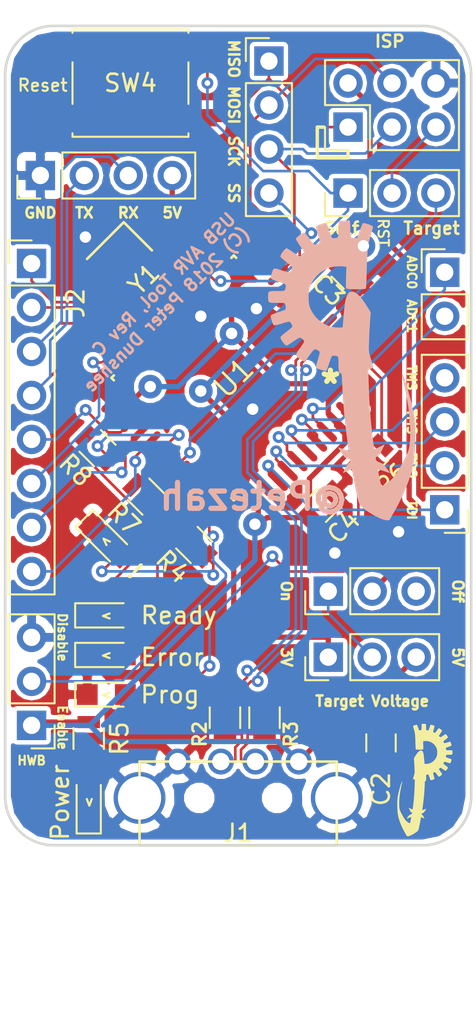
<source format=kicad_pcb>
(kicad_pcb (version 4) (host pcbnew 4.0.6)

  (general
    (links 82)
    (no_connects 0)
    (area 144.550001 68.805174 204.143428 145.282001)
    (thickness 1.6)
    (drawings 55)
    (tracks 398)
    (zones 0)
    (modules 31)
    (nets 46)
  )

  (page A4)
  (title_block
    (title "USB AVR Tool")
    (date 2018-06-13)
    (rev C)
    (company Petezah)
  )

  (layers
    (0 F.Cu signal)
    (31 B.Cu signal)
    (32 B.Adhes user)
    (33 F.Adhes user)
    (34 B.Paste user)
    (35 F.Paste user)
    (36 B.SilkS user)
    (37 F.SilkS user)
    (38 B.Mask user)
    (39 F.Mask user)
    (40 Dwgs.User user hide)
    (41 Cmts.User user)
    (42 Eco1.User user)
    (43 Eco2.User user)
    (44 Edge.Cuts user)
    (45 Margin user hide)
    (46 B.CrtYd user hide)
    (47 F.CrtYd user hide)
    (48 B.Fab user hide)
    (49 F.Fab user hide)
  )

  (setup
    (last_trace_width 0.1524)
    (trace_clearance 0.1524)
    (zone_clearance 0.254)
    (zone_45_only no)
    (trace_min 0.1524)
    (segment_width 0.2)
    (edge_width 0.15)
    (via_size 0.6858)
    (via_drill 0.3302)
    (via_min_size 0.6858)
    (via_min_drill 0.254)
    (uvia_size 0.6858)
    (uvia_drill 0.3302)
    (uvias_allowed no)
    (uvia_min_size 0)
    (uvia_min_drill 0)
    (pcb_text_width 0.3)
    (pcb_text_size 1.5 1.5)
    (mod_edge_width 0.15)
    (mod_text_size 1 1)
    (mod_text_width 0.15)
    (pad_size 1.524 1.524)
    (pad_drill 0.762)
    (pad_to_mask_clearance 0.0508)
    (aux_axis_origin 0 0)
    (visible_elements 7FFFFFFF)
    (pcbplotparams
      (layerselection 0x010fc_80000001)
      (usegerberextensions false)
      (excludeedgelayer true)
      (linewidth 0.100000)
      (plotframeref false)
      (viasonmask false)
      (mode 1)
      (useauxorigin false)
      (hpglpennumber 1)
      (hpglpenspeed 20)
      (hpglpendiameter 15)
      (hpglpenoverlay 2)
      (psnegative false)
      (psa4output false)
      (plotreference true)
      (plotvalue true)
      (plotinvisibletext false)
      (padsonsilk false)
      (subtractmaskfromsilk false)
      (outputformat 1)
      (mirror false)
      (drillshape 0)
      (scaleselection 1)
      (outputdirectory gerbers))
  )

  (net 0 "")
  (net 1 +5V)
  (net 2 GND)
  (net 3 +3V3)
  (net 4 /MISO)
  (net 5 VCC)
  (net 6 /SCK)
  (net 7 /MOSI)
  (net 8 /ISP_RST)
  (net 9 "Net-(D1-Pad2)")
  (net 10 "Net-(D2-Pad2)")
  (net 11 "Net-(D3-Pad2)")
  (net 12 "Net-(D4-Pad2)")
  (net 13 "Net-(D5-Pad2)")
  (net 14 /PD0)
  (net 15 /PD1)
  (net 16 /PD4)
  (net 17 /PD5)
  (net 18 /PD6)
  (net 19 /PD7)
  (net 20 /JTAG_TDI)
  (net 21 /JTAG_TDO)
  (net 22 /JTAG_TMS)
  (net 23 /JTAG_TCK)
  (net 24 /ADC0)
  (net 25 /ADC1)
  (net 26 /SPI_SS)
  (net 27 /LED_STATUS)
  (net 28 /LED_PMODE)
  (net 29 /LED_HEARTBEAT)
  (net 30 /LED_ERR)
  (net 31 /HWB)
  (net 32 /RST)
  (net 33 /TARGET_RST)
  (net 34 "Net-(U1-Pad12)")
  (net 35 "Net-(U1-Pad16)")
  (net 36 "Net-(U1-Pad17)")
  (net 37 "Net-(U1-Pad31)")
  (net 38 /PD2/RX)
  (net 39 /PD3/TX)
  (net 40 "Net-(J8-Pad1)")
  (net 41 "Net-(J8-Pad3)")
  (net 42 /USB_D-)
  (net 43 /USB_D+)
  (net 44 /D+)
  (net 45 /D-)

  (net_class Default "This is the default net class."
    (clearance 0.1524)
    (trace_width 0.1524)
    (via_dia 0.6858)
    (via_drill 0.3302)
    (uvia_dia 0.6858)
    (uvia_drill 0.3302)
    (add_net /ADC0)
    (add_net /ADC1)
    (add_net /D+)
    (add_net /D-)
    (add_net /HWB)
    (add_net /ISP_RST)
    (add_net /JTAG_TCK)
    (add_net /JTAG_TDI)
    (add_net /JTAG_TDO)
    (add_net /JTAG_TMS)
    (add_net /LED_ERR)
    (add_net /LED_HEARTBEAT)
    (add_net /LED_PMODE)
    (add_net /LED_STATUS)
    (add_net /MISO)
    (add_net /MOSI)
    (add_net /PD0)
    (add_net /PD1)
    (add_net /PD2/RX)
    (add_net /PD3/TX)
    (add_net /PD4)
    (add_net /PD5)
    (add_net /PD6)
    (add_net /PD7)
    (add_net /RST)
    (add_net /SCK)
    (add_net /SPI_SS)
    (add_net /TARGET_RST)
    (add_net /USB_D+)
    (add_net /USB_D-)
    (add_net "Net-(D1-Pad2)")
    (add_net "Net-(D2-Pad2)")
    (add_net "Net-(D3-Pad2)")
    (add_net "Net-(D4-Pad2)")
    (add_net "Net-(D5-Pad2)")
    (add_net "Net-(J8-Pad1)")
    (add_net "Net-(J8-Pad3)")
    (add_net "Net-(U1-Pad12)")
    (add_net "Net-(U1-Pad16)")
    (add_net "Net-(U1-Pad17)")
    (add_net "Net-(U1-Pad31)")
  )

  (net_class Power ""
    (clearance 0.254)
    (trace_width 0.3048)
    (via_dia 1.3716)
    (via_drill 0.6604)
    (uvia_dia 1.3716)
    (uvia_drill 0.6604)
    (add_net +3V3)
    (add_net +5V)
    (add_net GND)
    (add_net VCC)
  )

  (module kicad-libs:ATmega32u4-TQFP44 (layer F.Cu) (tedit 0) (tstamp 5AF5AA07)
    (at 183.896 107.696 225)
    (tags "TQFP TQFP-44 TQFP44")
    (path /5AF25654)
    (fp_text reference U1 (at 0 0 225) (layer F.SilkS)
      (effects (font (size 1.2 1.2) (thickness 0.15)))
    )
    (fp_text value ATMEGA32U4-AU (at 0 7.95 225) (layer F.Fab)
      (effects (font (size 1.2 1.2) (thickness 0.15)))
    )
    (fp_line (start -5 -4.8) (end -4.8 -5) (layer F.SilkS) (width 0.15))
    (fp_line (start 4.8 -5) (end 5 -5) (layer F.SilkS) (width 0.15))
    (fp_line (start 5 -5) (end 5 -4.8) (layer F.SilkS) (width 0.15))
    (fp_line (start -4.8 5) (end -5 5) (layer F.SilkS) (width 0.15))
    (fp_line (start -5 5) (end -5 4.8) (layer F.SilkS) (width 0.15))
    (fp_line (start 4.8 5) (end 5 5) (layer F.SilkS) (width 0.15))
    (fp_line (start 5 5) (end 5 4.8) (layer F.SilkS) (width 0.15))
    (fp_line (start -6.75 -6.75) (end 6.75 -6.75) (layer F.CrtYd) (width 0.15))
    (fp_line (start 6.75 -6.75) (end 6.75 6.75) (layer F.CrtYd) (width 0.15))
    (fp_line (start 6.75 6.75) (end -6.75 6.75) (layer F.CrtYd) (width 0.15))
    (fp_line (start -6.75 6.75) (end -6.75 -6.75) (layer F.CrtYd) (width 0.15))
    (pad 1 smd oval (at -6 -4 315) (size 0.4 1.5) (layers F.Cu F.Paste F.Mask)
      (net 28 /LED_PMODE))
    (pad 2 smd oval (at -6 -3.2 315) (size 0.4 1.5) (layers F.Cu F.Paste F.Mask)
      (net 1 +5V))
    (pad 3 smd oval (at -6 -2.4 315) (size 0.4 1.5) (layers F.Cu F.Paste F.Mask)
      (net 45 /D-))
    (pad 4 smd oval (at -6 -1.6 315) (size 0.4 1.5) (layers F.Cu F.Paste F.Mask)
      (net 44 /D+))
    (pad 5 smd oval (at -6 -0.8 315) (size 0.4 1.5) (layers F.Cu F.Paste F.Mask)
      (net 2 GND))
    (pad 6 smd oval (at -6 0 315) (size 0.4 1.5) (layers F.Cu F.Paste F.Mask)
      (net 3 +3V3))
    (pad 7 smd oval (at -6 0.8 315) (size 0.4 1.5) (layers F.Cu F.Paste F.Mask)
      (net 1 +5V))
    (pad 8 smd oval (at -6 1.6 315) (size 0.4 1.5) (layers F.Cu F.Paste F.Mask)
      (net 26 /SPI_SS))
    (pad 9 smd oval (at -6 2.4 315) (size 0.4 1.5) (layers F.Cu F.Paste F.Mask)
      (net 6 /SCK))
    (pad 10 smd oval (at -6 3.2 315) (size 0.4 1.5) (layers F.Cu F.Paste F.Mask)
      (net 7 /MOSI))
    (pad 11 smd oval (at -6 4 315) (size 0.4 1.5) (layers F.Cu F.Paste F.Mask)
      (net 4 /MISO))
    (pad 12 smd oval (at -4 6 225) (size 0.4 1.5) (layers F.Cu F.Paste F.Mask)
      (net 34 "Net-(U1-Pad12)"))
    (pad 13 smd oval (at -3.2 6 225) (size 0.4 1.5) (layers F.Cu F.Paste F.Mask)
      (net 32 /RST))
    (pad 14 smd oval (at -2.4 6 225) (size 0.4 1.5) (layers F.Cu F.Paste F.Mask)
      (net 1 +5V))
    (pad 15 smd oval (at -1.6 6 225) (size 0.4 1.5) (layers F.Cu F.Paste F.Mask)
      (net 2 GND))
    (pad 16 smd oval (at -0.8 6 225) (size 0.4 1.5) (layers F.Cu F.Paste F.Mask)
      (net 35 "Net-(U1-Pad16)"))
    (pad 17 smd oval (at 0 6 225) (size 0.4 1.5) (layers F.Cu F.Paste F.Mask)
      (net 36 "Net-(U1-Pad17)"))
    (pad 18 smd oval (at 0.8 6 225) (size 0.4 1.5) (layers F.Cu F.Paste F.Mask)
      (net 14 /PD0))
    (pad 19 smd oval (at 1.6 6 225) (size 0.4 1.5) (layers F.Cu F.Paste F.Mask)
      (net 15 /PD1))
    (pad 20 smd oval (at 2.4 6 225) (size 0.4 1.5) (layers F.Cu F.Paste F.Mask)
      (net 38 /PD2/RX))
    (pad 21 smd oval (at 3.2 6 225) (size 0.4 1.5) (layers F.Cu F.Paste F.Mask)
      (net 39 /PD3/TX))
    (pad 22 smd oval (at 4 6 225) (size 0.4 1.5) (layers F.Cu F.Paste F.Mask)
      (net 17 /PD5))
    (pad 23 smd oval (at 6 4 315) (size 0.4 1.5) (layers F.Cu F.Paste F.Mask)
      (net 2 GND))
    (pad 24 smd oval (at 6 3.2 315) (size 0.4 1.5) (layers F.Cu F.Paste F.Mask)
      (net 1 +5V))
    (pad 25 smd oval (at 6 2.4 315) (size 0.4 1.5) (layers F.Cu F.Paste F.Mask)
      (net 16 /PD4))
    (pad 26 smd oval (at 6 1.6 315) (size 0.4 1.5) (layers F.Cu F.Paste F.Mask)
      (net 18 /PD6))
    (pad 27 smd oval (at 6 0.8 315) (size 0.4 1.5) (layers F.Cu F.Paste F.Mask)
      (net 19 /PD7))
    (pad 28 smd oval (at 6 0 315) (size 0.4 1.5) (layers F.Cu F.Paste F.Mask)
      (net 30 /LED_ERR))
    (pad 29 smd oval (at 6 -0.8 315) (size 0.4 1.5) (layers F.Cu F.Paste F.Mask)
      (net 29 /LED_HEARTBEAT))
    (pad 30 smd oval (at 6 -1.6 315) (size 0.4 1.5) (layers F.Cu F.Paste F.Mask)
      (net 33 /TARGET_RST))
    (pad 31 smd oval (at 6 -2.4 315) (size 0.4 1.5) (layers F.Cu F.Paste F.Mask)
      (net 37 "Net-(U1-Pad31)"))
    (pad 32 smd oval (at 6 -3.2 315) (size 0.4 1.5) (layers F.Cu F.Paste F.Mask)
      (net 27 /LED_STATUS))
    (pad 33 smd oval (at 6 -4 315) (size 0.4 1.5) (layers F.Cu F.Paste F.Mask)
      (net 31 /HWB))
    (pad 34 smd oval (at 4 -6 225) (size 0.4 1.5) (layers F.Cu F.Paste F.Mask)
      (net 1 +5V))
    (pad 35 smd oval (at 3.2 -6 225) (size 0.4 1.5) (layers F.Cu F.Paste F.Mask)
      (net 2 GND))
    (pad 36 smd oval (at 2.4 -6 225) (size 0.4 1.5) (layers F.Cu F.Paste F.Mask)
      (net 20 /JTAG_TDI))
    (pad 37 smd oval (at 1.6 -6 225) (size 0.4 1.5) (layers F.Cu F.Paste F.Mask)
      (net 21 /JTAG_TDO))
    (pad 38 smd oval (at 0.8 -6 225) (size 0.4 1.5) (layers F.Cu F.Paste F.Mask)
      (net 22 /JTAG_TMS))
    (pad 39 smd oval (at 0 -6 225) (size 0.4 1.5) (layers F.Cu F.Paste F.Mask)
      (net 23 /JTAG_TCK))
    (pad 40 smd oval (at -0.8 -6 225) (size 0.4 1.5) (layers F.Cu F.Paste F.Mask)
      (net 25 /ADC1))
    (pad 41 smd oval (at -1.6 -6 225) (size 0.4 1.5) (layers F.Cu F.Paste F.Mask)
      (net 24 /ADC0))
    (pad 42 smd oval (at -2.4 -6 225) (size 0.4 1.5) (layers F.Cu F.Paste F.Mask)
      (net 1 +5V))
    (pad 43 smd oval (at -3.2 -6 225) (size 0.4 1.5) (layers F.Cu F.Paste F.Mask)
      (net 2 GND))
    (pad 44 smd oval (at -4 -6 225) (size 0.4 1.5) (layers F.Cu F.Paste F.Mask)
      (net 1 +5V))
  )

  (module Capacitors_SMD:C_0805 (layer F.Cu) (tedit 58AA8463) (tstamp 5AF5A76D)
    (at 192.405 128.778 270)
    (descr "Capacitor SMD 0805, reflow soldering, AVX (see smccp.pdf)")
    (tags "capacitor 0805")
    (path /5AE0EEC5)
    (attr smd)
    (fp_text reference C2 (at 2.667 0 270) (layer F.SilkS)
      (effects (font (size 1 1) (thickness 0.15)))
    )
    (fp_text value 0.1uF (at 0 1.75 270) (layer F.Fab)
      (effects (font (size 1 1) (thickness 0.15)))
    )
    (fp_text user %R (at 0 -1.5 270) (layer F.Fab)
      (effects (font (size 1 1) (thickness 0.15)))
    )
    (fp_line (start -1 0.62) (end -1 -0.62) (layer F.Fab) (width 0.1))
    (fp_line (start 1 0.62) (end -1 0.62) (layer F.Fab) (width 0.1))
    (fp_line (start 1 -0.62) (end 1 0.62) (layer F.Fab) (width 0.1))
    (fp_line (start -1 -0.62) (end 1 -0.62) (layer F.Fab) (width 0.1))
    (fp_line (start 0.5 -0.85) (end -0.5 -0.85) (layer F.SilkS) (width 0.12))
    (fp_line (start -0.5 0.85) (end 0.5 0.85) (layer F.SilkS) (width 0.12))
    (fp_line (start -1.75 -0.88) (end 1.75 -0.88) (layer F.CrtYd) (width 0.05))
    (fp_line (start -1.75 -0.88) (end -1.75 0.87) (layer F.CrtYd) (width 0.05))
    (fp_line (start 1.75 0.87) (end 1.75 -0.88) (layer F.CrtYd) (width 0.05))
    (fp_line (start 1.75 0.87) (end -1.75 0.87) (layer F.CrtYd) (width 0.05))
    (pad 1 smd rect (at -1 0 270) (size 1 1.25) (layers F.Cu F.Paste F.Mask)
      (net 1 +5V))
    (pad 2 smd rect (at 1 0 270) (size 1 1.25) (layers F.Cu F.Paste F.Mask)
      (net 2 GND))
    (model Capacitors_SMD.3dshapes/C_0805.wrl
      (at (xyz 0 0 0))
      (scale (xyz 1 1 1))
      (rotate (xyz 0 0 0))
    )
  )

  (module Capacitors_SMD:C_0805 (layer F.Cu) (tedit 58AA8463) (tstamp 5AF5A77E)
    (at 190.5 101.6 315)
    (descr "Capacitor SMD 0805, reflow soldering, AVX (see smccp.pdf)")
    (tags "capacitor 0805")
    (path /5ADF9CD2)
    (attr smd)
    (fp_text reference C3 (at -0.089803 1.526644 315) (layer F.SilkS)
      (effects (font (size 1 1) (thickness 0.15)))
    )
    (fp_text value 1uF (at 0 1.75 315) (layer F.Fab)
      (effects (font (size 1 1) (thickness 0.15)))
    )
    (fp_text user %R (at 0 -1.5 315) (layer F.Fab)
      (effects (font (size 1 1) (thickness 0.15)))
    )
    (fp_line (start -1 0.62) (end -1 -0.62) (layer F.Fab) (width 0.1))
    (fp_line (start 1 0.62) (end -1 0.62) (layer F.Fab) (width 0.1))
    (fp_line (start 1 -0.62) (end 1 0.62) (layer F.Fab) (width 0.1))
    (fp_line (start -1 -0.62) (end 1 -0.62) (layer F.Fab) (width 0.1))
    (fp_line (start 0.5 -0.85) (end -0.5 -0.85) (layer F.SilkS) (width 0.12))
    (fp_line (start -0.5 0.85) (end 0.5 0.85) (layer F.SilkS) (width 0.12))
    (fp_line (start -1.75 -0.88) (end 1.75 -0.88) (layer F.CrtYd) (width 0.05))
    (fp_line (start -1.75 -0.88) (end -1.75 0.87) (layer F.CrtYd) (width 0.05))
    (fp_line (start 1.75 0.87) (end 1.75 -0.88) (layer F.CrtYd) (width 0.05))
    (fp_line (start 1.75 0.87) (end -1.75 0.87) (layer F.CrtYd) (width 0.05))
    (pad 1 smd rect (at -1 0 315) (size 1 1.25) (layers F.Cu F.Paste F.Mask)
      (net 3 +3V3))
    (pad 2 smd rect (at 1 0 315) (size 1 1.25) (layers F.Cu F.Paste F.Mask)
      (net 2 GND))
    (model Capacitors_SMD.3dshapes/C_0805.wrl
      (at (xyz 0 0 0))
      (scale (xyz 1 1 1))
      (rotate (xyz 0 0 0))
    )
  )

  (module Capacitors_SMD:C_0805 (layer F.Cu) (tedit 58AA8463) (tstamp 5AF5A78F)
    (at 188.976 115.062 45)
    (descr "Capacitor SMD 0805, reflow soldering, AVX (see smccp.pdf)")
    (tags "capacitor 0805")
    (path /5AE0EF25)
    (attr smd)
    (fp_text reference C4 (at 0 1.796051 45) (layer F.SilkS)
      (effects (font (size 1 1) (thickness 0.15)))
    )
    (fp_text value 10uF (at 0 1.75 45) (layer F.Fab)
      (effects (font (size 1 1) (thickness 0.15)))
    )
    (fp_text user %R (at 0 -1.5 45) (layer F.Fab)
      (effects (font (size 1 1) (thickness 0.15)))
    )
    (fp_line (start -1 0.62) (end -1 -0.62) (layer F.Fab) (width 0.1))
    (fp_line (start 1 0.62) (end -1 0.62) (layer F.Fab) (width 0.1))
    (fp_line (start 1 -0.62) (end 1 0.62) (layer F.Fab) (width 0.1))
    (fp_line (start -1 -0.62) (end 1 -0.62) (layer F.Fab) (width 0.1))
    (fp_line (start 0.5 -0.85) (end -0.5 -0.85) (layer F.SilkS) (width 0.12))
    (fp_line (start -0.5 0.85) (end 0.5 0.85) (layer F.SilkS) (width 0.12))
    (fp_line (start -1.75 -0.88) (end 1.75 -0.88) (layer F.CrtYd) (width 0.05))
    (fp_line (start -1.75 -0.88) (end -1.75 0.87) (layer F.CrtYd) (width 0.05))
    (fp_line (start 1.75 0.87) (end 1.75 -0.88) (layer F.CrtYd) (width 0.05))
    (fp_line (start 1.75 0.87) (end -1.75 0.87) (layer F.CrtYd) (width 0.05))
    (pad 1 smd rect (at -1 0 45) (size 1 1.25) (layers F.Cu F.Paste F.Mask)
      (net 1 +5V))
    (pad 2 smd rect (at 1 0 45) (size 1 1.25) (layers F.Cu F.Paste F.Mask)
      (net 2 GND))
    (model Capacitors_SMD.3dshapes/C_0805.wrl
      (at (xyz 0 0 0))
      (scale (xyz 1 1 1))
      (rotate (xyz 0 0 0))
    )
  )

  (module Pin_Headers:Pin_Header_Straight_2x03_Pitch2.54mm (layer F.Cu) (tedit 5B0336ED) (tstamp 5AF5A7BC)
    (at 190.5 93.218 90)
    (descr "Through hole straight pin header, 2x03, 2.54mm pitch, double rows")
    (tags "Through hole pin header THT 2x03 2.54mm double row")
    (path /5AECB9AB)
    (fp_text reference CON1 (at 5.08 2.54 180) (layer Dwgs.User)
      (effects (font (size 1 1) (thickness 0.15)))
    )
    (fp_text value AVR-ISP-6 (at 1.27 7.41 90) (layer F.Fab)
      (effects (font (size 1 1) (thickness 0.15)))
    )
    (fp_line (start 0 -1.27) (end 3.81 -1.27) (layer F.Fab) (width 0.1))
    (fp_line (start 3.81 -1.27) (end 3.81 6.35) (layer F.Fab) (width 0.1))
    (fp_line (start 3.81 6.35) (end -1.27 6.35) (layer F.Fab) (width 0.1))
    (fp_line (start -1.27 6.35) (end -1.27 0) (layer F.Fab) (width 0.1))
    (fp_line (start -1.27 0) (end 0 -1.27) (layer F.Fab) (width 0.1))
    (fp_line (start -1.33 6.41) (end 3.87 6.41) (layer F.SilkS) (width 0.12))
    (fp_line (start -1.33 1.27) (end -1.33 6.41) (layer F.SilkS) (width 0.12))
    (fp_line (start 3.87 -1.33) (end 3.87 6.41) (layer F.SilkS) (width 0.12))
    (fp_line (start -1.33 1.27) (end 1.27 1.27) (layer F.SilkS) (width 0.12))
    (fp_line (start 1.27 1.27) (end 1.27 -1.33) (layer F.SilkS) (width 0.12))
    (fp_line (start 1.27 -1.33) (end 3.87 -1.33) (layer F.SilkS) (width 0.12))
    (fp_line (start -1.33 0) (end -1.33 -1.33) (layer F.SilkS) (width 0.12))
    (fp_line (start -1.33 -1.33) (end 0 -1.33) (layer F.SilkS) (width 0.12))
    (fp_line (start -1.8 -1.8) (end -1.8 6.85) (layer F.CrtYd) (width 0.05))
    (fp_line (start -1.8 6.85) (end 4.35 6.85) (layer F.CrtYd) (width 0.05))
    (fp_line (start 4.35 6.85) (end 4.35 -1.8) (layer F.CrtYd) (width 0.05))
    (fp_line (start 4.35 -1.8) (end -1.8 -1.8) (layer F.CrtYd) (width 0.05))
    (fp_text user %R (at 1.27 2.54 180) (layer F.Fab)
      (effects (font (size 1 1) (thickness 0.15)))
    )
    (pad 1 thru_hole rect (at 0 0 90) (size 1.7 1.7) (drill 1) (layers *.Cu *.Mask)
      (net 4 /MISO))
    (pad 2 thru_hole oval (at 2.54 0 90) (size 1.7 1.7) (drill 1) (layers *.Cu *.Mask)
      (net 5 VCC))
    (pad 3 thru_hole oval (at 0 2.54 90) (size 1.7 1.7) (drill 1) (layers *.Cu *.Mask)
      (net 6 /SCK))
    (pad 4 thru_hole oval (at 2.54 2.54 90) (size 1.7 1.7) (drill 1) (layers *.Cu *.Mask)
      (net 7 /MOSI))
    (pad 5 thru_hole oval (at 0 5.08 90) (size 1.7 1.7) (drill 1) (layers *.Cu *.Mask)
      (net 8 /ISP_RST))
    (pad 6 thru_hole oval (at 2.54 5.08 90) (size 1.7 1.7) (drill 1) (layers *.Cu *.Mask)
      (net 2 GND))
    (model ${KISYS3DMOD}/Pin_Headers.3dshapes/Pin_Header_Straight_2x03_Pitch2.54mm.wrl
      (at (xyz 0 0 0))
      (scale (xyz 1 1 1))
      (rotate (xyz 0 0 0))
    )
  )

  (module LEDs:LED_0805 (layer F.Cu) (tedit 5B04844A) (tstamp 5AF5A7D2)
    (at 176.53 117.094 315)
    (descr "LED 0805 smd package")
    (tags "LED led 0805 SMD smd SMT smt smdled SMDLED smtled SMTLED")
    (path /5AF36573)
    (attr smd)
    (fp_text reference D1 (at 3.053287 0.179605 315) (layer F.Fab)
      (effects (font (size 1 1) (thickness 0.15)))
    )
    (fp_text value Red (at 2.694077 0.179605 315) (layer Dwgs.User)
      (effects (font (size 1 1) (thickness 0.15)))
    )
    (fp_line (start -1.8 -0.7) (end -1.8 0.7) (layer F.SilkS) (width 0.12))
    (fp_line (start -0.4 -0.4) (end -0.4 0.4) (layer F.Fab) (width 0.1))
    (fp_line (start -0.4 0) (end 0.2 -0.4) (layer F.Fab) (width 0.1))
    (fp_line (start 0.2 0.4) (end -0.4 0) (layer F.Fab) (width 0.1))
    (fp_line (start 0.2 -0.4) (end 0.2 0.4) (layer F.Fab) (width 0.1))
    (fp_line (start 1 0.6) (end -1 0.6) (layer F.Fab) (width 0.1))
    (fp_line (start 1 -0.6) (end 1 0.6) (layer F.Fab) (width 0.1))
    (fp_line (start -1 -0.6) (end 1 -0.6) (layer F.Fab) (width 0.1))
    (fp_line (start -1 0.6) (end -1 -0.6) (layer F.Fab) (width 0.1))
    (fp_line (start -1.8 0.7) (end 1 0.7) (layer F.SilkS) (width 0.12))
    (fp_line (start -1.8 -0.7) (end 1 -0.7) (layer F.SilkS) (width 0.12))
    (fp_line (start 1.95 -0.85) (end 1.95 0.85) (layer F.CrtYd) (width 0.05))
    (fp_line (start 1.95 0.85) (end -1.95 0.85) (layer F.CrtYd) (width 0.05))
    (fp_line (start -1.95 0.85) (end -1.95 -0.85) (layer F.CrtYd) (width 0.05))
    (fp_line (start -1.95 -0.85) (end 1.95 -0.85) (layer F.CrtYd) (width 0.05))
    (fp_text user %R (at 0 -1.25 315) (layer F.Fab)
      (effects (font (size 0.4 0.4) (thickness 0.1)))
    )
    (pad 2 smd rect (at 1.1 0 135) (size 1.2 1.2) (layers F.Cu F.Paste F.Mask)
      (net 9 "Net-(D1-Pad2)"))
    (pad 1 smd rect (at -1.1 0 135) (size 1.2 1.2) (layers F.Cu F.Paste F.Mask)
      (net 2 GND))
    (model ${KISYS3DMOD}/LEDs.3dshapes/LED_0805.wrl
      (at (xyz 0 0 0))
      (scale (xyz 1 1 1))
      (rotate (xyz 0 0 180))
    )
  )

  (module LEDs:LED_0805 (layer F.Cu) (tedit 5B04841B) (tstamp 5AF5A7E8)
    (at 175.514 132.207 90)
    (descr "LED 0805 smd package")
    (tags "LED led 0805 SMD smd SMT smt smdled SMDLED smtled SMTLED")
    (path /5AF369C9)
    (attr smd)
    (fp_text reference D2 (at -2.794 0 180) (layer F.Fab)
      (effects (font (size 1 1) (thickness 0.15)))
    )
    (fp_text value Blue (at 0.127 -1.651 90) (layer Dwgs.User)
      (effects (font (size 1 1) (thickness 0.15)))
    )
    (fp_line (start -1.8 -0.7) (end -1.8 0.7) (layer F.SilkS) (width 0.12))
    (fp_line (start -0.4 -0.4) (end -0.4 0.4) (layer F.Fab) (width 0.1))
    (fp_line (start -0.4 0) (end 0.2 -0.4) (layer F.Fab) (width 0.1))
    (fp_line (start 0.2 0.4) (end -0.4 0) (layer F.Fab) (width 0.1))
    (fp_line (start 0.2 -0.4) (end 0.2 0.4) (layer F.Fab) (width 0.1))
    (fp_line (start 1 0.6) (end -1 0.6) (layer F.Fab) (width 0.1))
    (fp_line (start 1 -0.6) (end 1 0.6) (layer F.Fab) (width 0.1))
    (fp_line (start -1 -0.6) (end 1 -0.6) (layer F.Fab) (width 0.1))
    (fp_line (start -1 0.6) (end -1 -0.6) (layer F.Fab) (width 0.1))
    (fp_line (start -1.8 0.7) (end 1 0.7) (layer F.SilkS) (width 0.12))
    (fp_line (start -1.8 -0.7) (end 1 -0.7) (layer F.SilkS) (width 0.12))
    (fp_line (start 1.95 -0.85) (end 1.95 0.85) (layer F.CrtYd) (width 0.05))
    (fp_line (start 1.95 0.85) (end -1.95 0.85) (layer F.CrtYd) (width 0.05))
    (fp_line (start -1.95 0.85) (end -1.95 -0.85) (layer F.CrtYd) (width 0.05))
    (fp_line (start -1.95 -0.85) (end 1.95 -0.85) (layer F.CrtYd) (width 0.05))
    (fp_text user %R (at 0 -1.25 90) (layer F.Fab)
      (effects (font (size 0.4 0.4) (thickness 0.1)))
    )
    (pad 2 smd rect (at 1.1 0 270) (size 1.2 1.2) (layers F.Cu F.Paste F.Mask)
      (net 10 "Net-(D2-Pad2)"))
    (pad 1 smd rect (at -1.1 0 270) (size 1.2 1.2) (layers F.Cu F.Paste F.Mask)
      (net 2 GND))
    (model ${KISYS3DMOD}/LEDs.3dshapes/LED_0805.wrl
      (at (xyz 0 0 0))
      (scale (xyz 1 1 1))
      (rotate (xyz 0 0 180))
    )
  )

  (module LEDs:LED_0805 (layer F.Cu) (tedit 5B048436) (tstamp 5AF5A7FE)
    (at 176.53 125.984)
    (descr "LED 0805 smd package")
    (tags "LED led 0805 SMD smd SMT smt smdled SMDLED smtled SMTLED")
    (path /5AF4719E)
    (attr smd)
    (fp_text reference D3 (at 3.048 0) (layer F.Fab)
      (effects (font (size 1 1) (thickness 0.15)))
    )
    (fp_text value Yellow (at 3.81 0) (layer Dwgs.User)
      (effects (font (size 1 1) (thickness 0.15)))
    )
    (fp_line (start -1.8 -0.7) (end -1.8 0.7) (layer F.SilkS) (width 0.12))
    (fp_line (start -0.4 -0.4) (end -0.4 0.4) (layer F.Fab) (width 0.1))
    (fp_line (start -0.4 0) (end 0.2 -0.4) (layer F.Fab) (width 0.1))
    (fp_line (start 0.2 0.4) (end -0.4 0) (layer F.Fab) (width 0.1))
    (fp_line (start 0.2 -0.4) (end 0.2 0.4) (layer F.Fab) (width 0.1))
    (fp_line (start 1 0.6) (end -1 0.6) (layer F.Fab) (width 0.1))
    (fp_line (start 1 -0.6) (end 1 0.6) (layer F.Fab) (width 0.1))
    (fp_line (start -1 -0.6) (end 1 -0.6) (layer F.Fab) (width 0.1))
    (fp_line (start -1 0.6) (end -1 -0.6) (layer F.Fab) (width 0.1))
    (fp_line (start -1.8 0.7) (end 1 0.7) (layer F.SilkS) (width 0.12))
    (fp_line (start -1.8 -0.7) (end 1 -0.7) (layer F.SilkS) (width 0.12))
    (fp_line (start 1.95 -0.85) (end 1.95 0.85) (layer F.CrtYd) (width 0.05))
    (fp_line (start 1.95 0.85) (end -1.95 0.85) (layer F.CrtYd) (width 0.05))
    (fp_line (start -1.95 0.85) (end -1.95 -0.85) (layer F.CrtYd) (width 0.05))
    (fp_line (start -1.95 -0.85) (end 1.95 -0.85) (layer F.CrtYd) (width 0.05))
    (fp_text user %R (at 0 -1.25) (layer F.Fab)
      (effects (font (size 0.4 0.4) (thickness 0.1)))
    )
    (pad 2 smd rect (at 1.1 0 180) (size 1.2 1.2) (layers F.Cu F.Paste F.Mask)
      (net 11 "Net-(D3-Pad2)"))
    (pad 1 smd rect (at -1.1 0 180) (size 1.2 1.2) (layers F.Cu F.Paste F.Mask)
      (net 2 GND))
    (model ${KISYS3DMOD}/LEDs.3dshapes/LED_0805.wrl
      (at (xyz 0 0 0))
      (scale (xyz 1 1 1))
      (rotate (xyz 0 0 180))
    )
  )

  (module LEDs:LED_0805 (layer F.Cu) (tedit 5B04842E) (tstamp 5AF5A814)
    (at 176.53 121.412)
    (descr "LED 0805 smd package")
    (tags "LED led 0805 SMD smd SMT smt smdled SMDLED smtled SMTLED")
    (path /5AF4724F)
    (attr smd)
    (fp_text reference D4 (at 3.048 0) (layer F.Fab)
      (effects (font (size 1 1) (thickness 0.15)))
    )
    (fp_text value Green (at 4.318 0) (layer Dwgs.User)
      (effects (font (size 1 1) (thickness 0.15)))
    )
    (fp_line (start -1.8 -0.7) (end -1.8 0.7) (layer F.SilkS) (width 0.12))
    (fp_line (start -0.4 -0.4) (end -0.4 0.4) (layer F.Fab) (width 0.1))
    (fp_line (start -0.4 0) (end 0.2 -0.4) (layer F.Fab) (width 0.1))
    (fp_line (start 0.2 0.4) (end -0.4 0) (layer F.Fab) (width 0.1))
    (fp_line (start 0.2 -0.4) (end 0.2 0.4) (layer F.Fab) (width 0.1))
    (fp_line (start 1 0.6) (end -1 0.6) (layer F.Fab) (width 0.1))
    (fp_line (start 1 -0.6) (end 1 0.6) (layer F.Fab) (width 0.1))
    (fp_line (start -1 -0.6) (end 1 -0.6) (layer F.Fab) (width 0.1))
    (fp_line (start -1 0.6) (end -1 -0.6) (layer F.Fab) (width 0.1))
    (fp_line (start -1.8 0.7) (end 1 0.7) (layer F.SilkS) (width 0.12))
    (fp_line (start -1.8 -0.7) (end 1 -0.7) (layer F.SilkS) (width 0.12))
    (fp_line (start 1.95 -0.85) (end 1.95 0.85) (layer F.CrtYd) (width 0.05))
    (fp_line (start 1.95 0.85) (end -1.95 0.85) (layer F.CrtYd) (width 0.05))
    (fp_line (start -1.95 0.85) (end -1.95 -0.85) (layer F.CrtYd) (width 0.05))
    (fp_line (start -1.95 -0.85) (end 1.95 -0.85) (layer F.CrtYd) (width 0.05))
    (fp_text user %R (at 0 -1.25) (layer F.Fab)
      (effects (font (size 0.4 0.4) (thickness 0.1)))
    )
    (pad 2 smd rect (at 1.1 0 180) (size 1.2 1.2) (layers F.Cu F.Paste F.Mask)
      (net 12 "Net-(D4-Pad2)"))
    (pad 1 smd rect (at -1.1 0 180) (size 1.2 1.2) (layers F.Cu F.Paste F.Mask)
      (net 2 GND))
    (model ${KISYS3DMOD}/LEDs.3dshapes/LED_0805.wrl
      (at (xyz 0 0 0))
      (scale (xyz 1 1 1))
      (rotate (xyz 0 0 180))
    )
  )

  (module LEDs:LED_0805 (layer F.Cu) (tedit 5B048432) (tstamp 5AF5A82A)
    (at 176.53 123.698)
    (descr "LED 0805 smd package")
    (tags "LED led 0805 SMD smd SMT smt smdled SMDLED smtled SMTLED")
    (path /5AF472E9)
    (attr smd)
    (fp_text reference D5 (at 3.048 0) (layer F.Fab)
      (effects (font (size 1 1) (thickness 0.15)))
    )
    (fp_text value Red (at 3.81 0) (layer Dwgs.User)
      (effects (font (size 1 1) (thickness 0.15)))
    )
    (fp_line (start -1.8 -0.7) (end -1.8 0.7) (layer F.SilkS) (width 0.12))
    (fp_line (start -0.4 -0.4) (end -0.4 0.4) (layer F.Fab) (width 0.1))
    (fp_line (start -0.4 0) (end 0.2 -0.4) (layer F.Fab) (width 0.1))
    (fp_line (start 0.2 0.4) (end -0.4 0) (layer F.Fab) (width 0.1))
    (fp_line (start 0.2 -0.4) (end 0.2 0.4) (layer F.Fab) (width 0.1))
    (fp_line (start 1 0.6) (end -1 0.6) (layer F.Fab) (width 0.1))
    (fp_line (start 1 -0.6) (end 1 0.6) (layer F.Fab) (width 0.1))
    (fp_line (start -1 -0.6) (end 1 -0.6) (layer F.Fab) (width 0.1))
    (fp_line (start -1 0.6) (end -1 -0.6) (layer F.Fab) (width 0.1))
    (fp_line (start -1.8 0.7) (end 1 0.7) (layer F.SilkS) (width 0.12))
    (fp_line (start -1.8 -0.7) (end 1 -0.7) (layer F.SilkS) (width 0.12))
    (fp_line (start 1.95 -0.85) (end 1.95 0.85) (layer F.CrtYd) (width 0.05))
    (fp_line (start 1.95 0.85) (end -1.95 0.85) (layer F.CrtYd) (width 0.05))
    (fp_line (start -1.95 0.85) (end -1.95 -0.85) (layer F.CrtYd) (width 0.05))
    (fp_line (start -1.95 -0.85) (end 1.95 -0.85) (layer F.CrtYd) (width 0.05))
    (fp_text user %R (at 0 -1.25) (layer F.Fab)
      (effects (font (size 0.4 0.4) (thickness 0.1)))
    )
    (pad 2 smd rect (at 1.1 0 180) (size 1.2 1.2) (layers F.Cu F.Paste F.Mask)
      (net 13 "Net-(D5-Pad2)"))
    (pad 1 smd rect (at -1.1 0 180) (size 1.2 1.2) (layers F.Cu F.Paste F.Mask)
      (net 2 GND))
    (model ${KISYS3DMOD}/LEDs.3dshapes/LED_0805.wrl
      (at (xyz 0 0 0))
      (scale (xyz 1 1 1))
      (rotate (xyz 0 0 180))
    )
  )

  (module Pin_Headers:Pin_Header_Straight_1x08_Pitch2.54mm (layer F.Cu) (tedit 59650532) (tstamp 5AF5A86F)
    (at 172.212 101.092)
    (descr "Through hole straight pin header, 1x08, 2.54mm pitch, single row")
    (tags "Through hole pin header THT 1x08 2.54mm single row")
    (path /5AF210C2)
    (fp_text reference J2 (at 2.54 2.286 270) (layer F.SilkS)
      (effects (font (size 1 1) (thickness 0.15)))
    )
    (fp_text value PORTD (at 0 20.11) (layer F.Fab)
      (effects (font (size 1 1) (thickness 0.15)))
    )
    (fp_line (start -0.635 -1.27) (end 1.27 -1.27) (layer F.Fab) (width 0.1))
    (fp_line (start 1.27 -1.27) (end 1.27 19.05) (layer F.Fab) (width 0.1))
    (fp_line (start 1.27 19.05) (end -1.27 19.05) (layer F.Fab) (width 0.1))
    (fp_line (start -1.27 19.05) (end -1.27 -0.635) (layer F.Fab) (width 0.1))
    (fp_line (start -1.27 -0.635) (end -0.635 -1.27) (layer F.Fab) (width 0.1))
    (fp_line (start -1.33 19.11) (end 1.33 19.11) (layer F.SilkS) (width 0.12))
    (fp_line (start -1.33 1.27) (end -1.33 19.11) (layer F.SilkS) (width 0.12))
    (fp_line (start 1.33 1.27) (end 1.33 19.11) (layer F.SilkS) (width 0.12))
    (fp_line (start -1.33 1.27) (end 1.33 1.27) (layer F.SilkS) (width 0.12))
    (fp_line (start -1.33 0) (end -1.33 -1.33) (layer F.SilkS) (width 0.12))
    (fp_line (start -1.33 -1.33) (end 0 -1.33) (layer F.SilkS) (width 0.12))
    (fp_line (start -1.8 -1.8) (end -1.8 19.55) (layer F.CrtYd) (width 0.05))
    (fp_line (start -1.8 19.55) (end 1.8 19.55) (layer F.CrtYd) (width 0.05))
    (fp_line (start 1.8 19.55) (end 1.8 -1.8) (layer F.CrtYd) (width 0.05))
    (fp_line (start 1.8 -1.8) (end -1.8 -1.8) (layer F.CrtYd) (width 0.05))
    (fp_text user %R (at 0 8.89 90) (layer F.Fab)
      (effects (font (size 1 1) (thickness 0.15)))
    )
    (pad 1 thru_hole rect (at 0 0) (size 1.7 1.7) (drill 1) (layers *.Cu *.Mask)
      (net 14 /PD0))
    (pad 2 thru_hole oval (at 0 2.54) (size 1.7 1.7) (drill 1) (layers *.Cu *.Mask)
      (net 15 /PD1))
    (pad 3 thru_hole oval (at 0 5.08) (size 1.7 1.7) (drill 1) (layers *.Cu *.Mask)
      (net 38 /PD2/RX))
    (pad 4 thru_hole oval (at 0 7.62) (size 1.7 1.7) (drill 1) (layers *.Cu *.Mask)
      (net 39 /PD3/TX))
    (pad 5 thru_hole oval (at 0 10.16) (size 1.7 1.7) (drill 1) (layers *.Cu *.Mask)
      (net 16 /PD4))
    (pad 6 thru_hole oval (at 0 12.7) (size 1.7 1.7) (drill 1) (layers *.Cu *.Mask)
      (net 17 /PD5))
    (pad 7 thru_hole oval (at 0 15.24) (size 1.7 1.7) (drill 1) (layers *.Cu *.Mask)
      (net 18 /PD6))
    (pad 8 thru_hole oval (at 0 17.78) (size 1.7 1.7) (drill 1) (layers *.Cu *.Mask)
      (net 19 /PD7))
    (model ${KISYS3DMOD}/Pin_Headers.3dshapes/Pin_Header_Straight_1x08_Pitch2.54mm.wrl
      (at (xyz 0 0 0))
      (scale (xyz 1 1 1))
      (rotate (xyz 0 0 0))
    )
  )

  (module Pin_Headers:Pin_Header_Straight_1x04_Pitch2.54mm (layer F.Cu) (tedit 5B047FC6) (tstamp 5AF5A887)
    (at 196.088 115.316 180)
    (descr "Through hole straight pin header, 1x04, 2.54mm pitch, single row")
    (tags "Through hole pin header THT 1x04 2.54mm single row")
    (path /5AF21254)
    (fp_text reference J3 (at 0 -2.33 180) (layer Dwgs.User)
      (effects (font (size 1 1) (thickness 0.15)))
    )
    (fp_text value JTAG (at 0 9.95 180) (layer F.Fab)
      (effects (font (size 1 1) (thickness 0.15)))
    )
    (fp_line (start -0.635 -1.27) (end 1.27 -1.27) (layer F.Fab) (width 0.1))
    (fp_line (start 1.27 -1.27) (end 1.27 8.89) (layer F.Fab) (width 0.1))
    (fp_line (start 1.27 8.89) (end -1.27 8.89) (layer F.Fab) (width 0.1))
    (fp_line (start -1.27 8.89) (end -1.27 -0.635) (layer F.Fab) (width 0.1))
    (fp_line (start -1.27 -0.635) (end -0.635 -1.27) (layer F.Fab) (width 0.1))
    (fp_line (start -1.33 8.95) (end 1.33 8.95) (layer F.SilkS) (width 0.12))
    (fp_line (start -1.33 1.27) (end -1.33 8.95) (layer F.SilkS) (width 0.12))
    (fp_line (start 1.33 1.27) (end 1.33 8.95) (layer F.SilkS) (width 0.12))
    (fp_line (start -1.33 1.27) (end 1.33 1.27) (layer F.SilkS) (width 0.12))
    (fp_line (start -1.33 0) (end -1.33 -1.33) (layer F.SilkS) (width 0.12))
    (fp_line (start -1.33 -1.33) (end 0 -1.33) (layer F.SilkS) (width 0.12))
    (fp_line (start -1.8 -1.8) (end -1.8 9.4) (layer F.CrtYd) (width 0.05))
    (fp_line (start -1.8 9.4) (end 1.8 9.4) (layer F.CrtYd) (width 0.05))
    (fp_line (start 1.8 9.4) (end 1.8 -1.8) (layer F.CrtYd) (width 0.05))
    (fp_line (start 1.8 -1.8) (end -1.8 -1.8) (layer F.CrtYd) (width 0.05))
    (fp_text user %R (at 0 3.81 270) (layer F.Fab)
      (effects (font (size 1 1) (thickness 0.15)))
    )
    (pad 1 thru_hole rect (at 0 0 180) (size 1.7 1.7) (drill 1) (layers *.Cu *.Mask)
      (net 20 /JTAG_TDI))
    (pad 2 thru_hole oval (at 0 2.54 180) (size 1.7 1.7) (drill 1) (layers *.Cu *.Mask)
      (net 21 /JTAG_TDO))
    (pad 3 thru_hole oval (at 0 5.08 180) (size 1.7 1.7) (drill 1) (layers *.Cu *.Mask)
      (net 22 /JTAG_TMS))
    (pad 4 thru_hole oval (at 0 7.62 180) (size 1.7 1.7) (drill 1) (layers *.Cu *.Mask)
      (net 23 /JTAG_TCK))
    (model ${KISYS3DMOD}/Pin_Headers.3dshapes/Pin_Header_Straight_1x04_Pitch2.54mm.wrl
      (at (xyz 0 0 0))
      (scale (xyz 1 1 1))
      (rotate (xyz 0 0 0))
    )
  )

  (module Pin_Headers:Pin_Header_Straight_1x02_Pitch2.54mm (layer F.Cu) (tedit 5B033600) (tstamp 5AF5A89D)
    (at 196.088 101.6)
    (descr "Through hole straight pin header, 1x02, 2.54mm pitch, single row")
    (tags "Through hole pin header THT 1x02 2.54mm single row")
    (path /5AF212C3)
    (fp_text reference J4 (at 0 -2.33) (layer Dwgs.User)
      (effects (font (size 1 1) (thickness 0.15)))
    )
    (fp_text value ADC (at 0 4.87) (layer F.Fab)
      (effects (font (size 1 1) (thickness 0.15)))
    )
    (fp_line (start -0.635 -1.27) (end 1.27 -1.27) (layer F.Fab) (width 0.1))
    (fp_line (start 1.27 -1.27) (end 1.27 3.81) (layer F.Fab) (width 0.1))
    (fp_line (start 1.27 3.81) (end -1.27 3.81) (layer F.Fab) (width 0.1))
    (fp_line (start -1.27 3.81) (end -1.27 -0.635) (layer F.Fab) (width 0.1))
    (fp_line (start -1.27 -0.635) (end -0.635 -1.27) (layer F.Fab) (width 0.1))
    (fp_line (start -1.33 3.87) (end 1.33 3.87) (layer F.SilkS) (width 0.12))
    (fp_line (start -1.33 1.27) (end -1.33 3.87) (layer F.SilkS) (width 0.12))
    (fp_line (start 1.33 1.27) (end 1.33 3.87) (layer F.SilkS) (width 0.12))
    (fp_line (start -1.33 1.27) (end 1.33 1.27) (layer F.SilkS) (width 0.12))
    (fp_line (start -1.33 0) (end -1.33 -1.33) (layer F.SilkS) (width 0.12))
    (fp_line (start -1.33 -1.33) (end 0 -1.33) (layer F.SilkS) (width 0.12))
    (fp_line (start -1.8 -1.8) (end -1.8 4.35) (layer F.CrtYd) (width 0.05))
    (fp_line (start -1.8 4.35) (end 1.8 4.35) (layer F.CrtYd) (width 0.05))
    (fp_line (start 1.8 4.35) (end 1.8 -1.8) (layer F.CrtYd) (width 0.05))
    (fp_line (start 1.8 -1.8) (end -1.8 -1.8) (layer F.CrtYd) (width 0.05))
    (fp_text user %R (at 0 1.27 90) (layer F.Fab)
      (effects (font (size 1 1) (thickness 0.15)))
    )
    (pad 1 thru_hole rect (at 0 0) (size 1.7 1.7) (drill 1) (layers *.Cu *.Mask)
      (net 24 /ADC0))
    (pad 2 thru_hole oval (at 0 2.54) (size 1.7 1.7) (drill 1) (layers *.Cu *.Mask)
      (net 25 /ADC1))
    (model ${KISYS3DMOD}/Pin_Headers.3dshapes/Pin_Header_Straight_1x02_Pitch2.54mm.wrl
      (at (xyz 0 0 0))
      (scale (xyz 1 1 1))
      (rotate (xyz 0 0 0))
    )
  )

  (module Pin_Headers:Pin_Header_Straight_1x04_Pitch2.54mm (layer F.Cu) (tedit 5B033722) (tstamp 5AF5A8B5)
    (at 185.928 89.408)
    (descr "Through hole straight pin header, 1x04, 2.54mm pitch, single row")
    (tags "Through hole pin header THT 1x04 2.54mm single row")
    (path /5AF46C74)
    (fp_text reference J5 (at 0 -2.33) (layer Dwgs.User)
      (effects (font (size 1 1) (thickness 0.15)))
    )
    (fp_text value SPI (at 0 9.95) (layer F.Fab)
      (effects (font (size 1 1) (thickness 0.15)))
    )
    (fp_line (start -0.635 -1.27) (end 1.27 -1.27) (layer F.Fab) (width 0.1))
    (fp_line (start 1.27 -1.27) (end 1.27 8.89) (layer F.Fab) (width 0.1))
    (fp_line (start 1.27 8.89) (end -1.27 8.89) (layer F.Fab) (width 0.1))
    (fp_line (start -1.27 8.89) (end -1.27 -0.635) (layer F.Fab) (width 0.1))
    (fp_line (start -1.27 -0.635) (end -0.635 -1.27) (layer F.Fab) (width 0.1))
    (fp_line (start -1.33 8.95) (end 1.33 8.95) (layer F.SilkS) (width 0.12))
    (fp_line (start -1.33 1.27) (end -1.33 8.95) (layer F.SilkS) (width 0.12))
    (fp_line (start 1.33 1.27) (end 1.33 8.95) (layer F.SilkS) (width 0.12))
    (fp_line (start -1.33 1.27) (end 1.33 1.27) (layer F.SilkS) (width 0.12))
    (fp_line (start -1.33 0) (end -1.33 -1.33) (layer F.SilkS) (width 0.12))
    (fp_line (start -1.33 -1.33) (end 0 -1.33) (layer F.SilkS) (width 0.12))
    (fp_line (start -1.8 -1.8) (end -1.8 9.4) (layer F.CrtYd) (width 0.05))
    (fp_line (start -1.8 9.4) (end 1.8 9.4) (layer F.CrtYd) (width 0.05))
    (fp_line (start 1.8 9.4) (end 1.8 -1.8) (layer F.CrtYd) (width 0.05))
    (fp_line (start 1.8 -1.8) (end -1.8 -1.8) (layer F.CrtYd) (width 0.05))
    (fp_text user %R (at 0 3.81 90) (layer F.Fab)
      (effects (font (size 1 1) (thickness 0.15)))
    )
    (pad 1 thru_hole rect (at 0 0) (size 1.7 1.7) (drill 1) (layers *.Cu *.Mask)
      (net 4 /MISO))
    (pad 2 thru_hole oval (at 0 2.54) (size 1.7 1.7) (drill 1) (layers *.Cu *.Mask)
      (net 7 /MOSI))
    (pad 3 thru_hole oval (at 0 5.08) (size 1.7 1.7) (drill 1) (layers *.Cu *.Mask)
      (net 6 /SCK))
    (pad 4 thru_hole oval (at 0 7.62) (size 1.7 1.7) (drill 1) (layers *.Cu *.Mask)
      (net 26 /SPI_SS))
    (model ${KISYS3DMOD}/Pin_Headers.3dshapes/Pin_Header_Straight_1x04_Pitch2.54mm.wrl
      (at (xyz 0 0 0))
      (scale (xyz 1 1 1))
      (rotate (xyz 0 0 0))
    )
  )

  (module Resistors_SMD:R_0805 (layer F.Cu) (tedit 5B2174D6) (tstamp 5AF5A8D7)
    (at 183.388 127.3175 270)
    (descr "Resistor SMD 0805, reflow soldering, Vishay (see dcrcw.pdf)")
    (tags "resistor 0805")
    (path /5ADF9A44)
    (attr smd)
    (fp_text reference R2 (at 0.9525 1.4605 270) (layer F.SilkS)
      (effects (font (size 0.762 0.762) (thickness 0.15)))
    )
    (fp_text value 22 (at 0 1.75 270) (layer F.Fab)
      (effects (font (size 1 1) (thickness 0.15)))
    )
    (fp_text user %R (at 0 0 270) (layer F.Fab)
      (effects (font (size 0.5 0.5) (thickness 0.075)))
    )
    (fp_line (start -1 0.62) (end -1 -0.62) (layer F.Fab) (width 0.1))
    (fp_line (start 1 0.62) (end -1 0.62) (layer F.Fab) (width 0.1))
    (fp_line (start 1 -0.62) (end 1 0.62) (layer F.Fab) (width 0.1))
    (fp_line (start -1 -0.62) (end 1 -0.62) (layer F.Fab) (width 0.1))
    (fp_line (start 0.6 0.88) (end -0.6 0.88) (layer F.SilkS) (width 0.12))
    (fp_line (start -0.6 -0.88) (end 0.6 -0.88) (layer F.SilkS) (width 0.12))
    (fp_line (start -1.55 -0.9) (end 1.55 -0.9) (layer F.CrtYd) (width 0.05))
    (fp_line (start -1.55 -0.9) (end -1.55 0.9) (layer F.CrtYd) (width 0.05))
    (fp_line (start 1.55 0.9) (end 1.55 -0.9) (layer F.CrtYd) (width 0.05))
    (fp_line (start 1.55 0.9) (end -1.55 0.9) (layer F.CrtYd) (width 0.05))
    (pad 1 smd rect (at -0.95 0 270) (size 0.7 1.3) (layers F.Cu F.Paste F.Mask)
      (net 44 /D+))
    (pad 2 smd rect (at 0.95 0 270) (size 0.7 1.3) (layers F.Cu F.Paste F.Mask)
      (net 43 /USB_D+))
    (model ${KISYS3DMOD}/Resistors_SMD.3dshapes/R_0805.wrl
      (at (xyz 0 0 0))
      (scale (xyz 1 1 1))
      (rotate (xyz 0 0 0))
    )
  )

  (module Resistors_SMD:R_0805 (layer F.Cu) (tedit 5B2174E1) (tstamp 5AF5A8E8)
    (at 185.674 127.3175 270)
    (descr "Resistor SMD 0805, reflow soldering, Vishay (see dcrcw.pdf)")
    (tags "resistor 0805")
    (path /5ADF9AAE)
    (attr smd)
    (fp_text reference R3 (at 0.9525 -1.524 270) (layer F.SilkS)
      (effects (font (size 0.762 0.762) (thickness 0.15)))
    )
    (fp_text value 22 (at 0 1.75 270) (layer F.Fab)
      (effects (font (size 1 1) (thickness 0.15)))
    )
    (fp_text user %R (at 0 0 270) (layer F.Fab)
      (effects (font (size 0.5 0.5) (thickness 0.075)))
    )
    (fp_line (start -1 0.62) (end -1 -0.62) (layer F.Fab) (width 0.1))
    (fp_line (start 1 0.62) (end -1 0.62) (layer F.Fab) (width 0.1))
    (fp_line (start 1 -0.62) (end 1 0.62) (layer F.Fab) (width 0.1))
    (fp_line (start -1 -0.62) (end 1 -0.62) (layer F.Fab) (width 0.1))
    (fp_line (start 0.6 0.88) (end -0.6 0.88) (layer F.SilkS) (width 0.12))
    (fp_line (start -0.6 -0.88) (end 0.6 -0.88) (layer F.SilkS) (width 0.12))
    (fp_line (start -1.55 -0.9) (end 1.55 -0.9) (layer F.CrtYd) (width 0.05))
    (fp_line (start -1.55 -0.9) (end -1.55 0.9) (layer F.CrtYd) (width 0.05))
    (fp_line (start 1.55 0.9) (end 1.55 -0.9) (layer F.CrtYd) (width 0.05))
    (fp_line (start 1.55 0.9) (end -1.55 0.9) (layer F.CrtYd) (width 0.05))
    (pad 1 smd rect (at -0.95 0 270) (size 0.7 1.3) (layers F.Cu F.Paste F.Mask)
      (net 45 /D-))
    (pad 2 smd rect (at 0.95 0 270) (size 0.7 1.3) (layers F.Cu F.Paste F.Mask)
      (net 42 /USB_D-))
    (model ${KISYS3DMOD}/Resistors_SMD.3dshapes/R_0805.wrl
      (at (xyz 0 0 0))
      (scale (xyz 1 1 1))
      (rotate (xyz 0 0 0))
    )
  )

  (module Resistors_SMD:R_0805 (layer F.Cu) (tedit 58E0A804) (tstamp 5AF5A8F9)
    (at 181.61 117.348 315)
    (descr "Resistor SMD 0805, reflow soldering, Vishay (see dcrcw.pdf)")
    (tags "resistor 0805")
    (path /5AF364F4)
    (attr smd)
    (fp_text reference R4 (at 0 1.778 315) (layer F.SilkS)
      (effects (font (size 1 1) (thickness 0.15)))
    )
    (fp_text value 2.2K (at 0 1.75 315) (layer F.Fab)
      (effects (font (size 1 1) (thickness 0.15)))
    )
    (fp_text user %R (at 0 0 315) (layer F.Fab)
      (effects (font (size 0.5 0.5) (thickness 0.075)))
    )
    (fp_line (start -1 0.62) (end -1 -0.62) (layer F.Fab) (width 0.1))
    (fp_line (start 1 0.62) (end -1 0.62) (layer F.Fab) (width 0.1))
    (fp_line (start 1 -0.62) (end 1 0.62) (layer F.Fab) (width 0.1))
    (fp_line (start -1 -0.62) (end 1 -0.62) (layer F.Fab) (width 0.1))
    (fp_line (start 0.6 0.88) (end -0.6 0.88) (layer F.SilkS) (width 0.12))
    (fp_line (start -0.6 -0.88) (end 0.6 -0.88) (layer F.SilkS) (width 0.12))
    (fp_line (start -1.55 -0.9) (end 1.55 -0.9) (layer F.CrtYd) (width 0.05))
    (fp_line (start -1.55 -0.9) (end -1.55 0.9) (layer F.CrtYd) (width 0.05))
    (fp_line (start 1.55 0.9) (end 1.55 -0.9) (layer F.CrtYd) (width 0.05))
    (fp_line (start 1.55 0.9) (end -1.55 0.9) (layer F.CrtYd) (width 0.05))
    (pad 1 smd rect (at -0.95 0 315) (size 0.7 1.3) (layers F.Cu F.Paste F.Mask)
      (net 27 /LED_STATUS))
    (pad 2 smd rect (at 0.95 0 315) (size 0.7 1.3) (layers F.Cu F.Paste F.Mask)
      (net 9 "Net-(D1-Pad2)"))
    (model ${KISYS3DMOD}/Resistors_SMD.3dshapes/R_0805.wrl
      (at (xyz 0 0 0))
      (scale (xyz 1 1 1))
      (rotate (xyz 0 0 0))
    )
  )

  (module Resistors_SMD:R_0805 (layer F.Cu) (tedit 58E0A804) (tstamp 5AF5A90A)
    (at 175.514 128.524 270)
    (descr "Resistor SMD 0805, reflow soldering, Vishay (see dcrcw.pdf)")
    (tags "resistor 0805")
    (path /5AF369C3)
    (attr smd)
    (fp_text reference R5 (at 0 -1.778 270) (layer F.SilkS)
      (effects (font (size 1 1) (thickness 0.15)))
    )
    (fp_text value 2.2K (at 0 1.75 270) (layer F.Fab)
      (effects (font (size 1 1) (thickness 0.15)))
    )
    (fp_text user %R (at 0 0 270) (layer F.Fab)
      (effects (font (size 0.5 0.5) (thickness 0.075)))
    )
    (fp_line (start -1 0.62) (end -1 -0.62) (layer F.Fab) (width 0.1))
    (fp_line (start 1 0.62) (end -1 0.62) (layer F.Fab) (width 0.1))
    (fp_line (start 1 -0.62) (end 1 0.62) (layer F.Fab) (width 0.1))
    (fp_line (start -1 -0.62) (end 1 -0.62) (layer F.Fab) (width 0.1))
    (fp_line (start 0.6 0.88) (end -0.6 0.88) (layer F.SilkS) (width 0.12))
    (fp_line (start -0.6 -0.88) (end 0.6 -0.88) (layer F.SilkS) (width 0.12))
    (fp_line (start -1.55 -0.9) (end 1.55 -0.9) (layer F.CrtYd) (width 0.05))
    (fp_line (start -1.55 -0.9) (end -1.55 0.9) (layer F.CrtYd) (width 0.05))
    (fp_line (start 1.55 0.9) (end 1.55 -0.9) (layer F.CrtYd) (width 0.05))
    (fp_line (start 1.55 0.9) (end -1.55 0.9) (layer F.CrtYd) (width 0.05))
    (pad 1 smd rect (at -0.95 0 270) (size 0.7 1.3) (layers F.Cu F.Paste F.Mask)
      (net 1 +5V))
    (pad 2 smd rect (at 0.95 0 270) (size 0.7 1.3) (layers F.Cu F.Paste F.Mask)
      (net 10 "Net-(D2-Pad2)"))
    (model ${KISYS3DMOD}/Resistors_SMD.3dshapes/R_0805.wrl
      (at (xyz 0 0 0))
      (scale (xyz 1 1 1))
      (rotate (xyz 0 0 0))
    )
  )

  (module Resistors_SMD:R_0805 (layer F.Cu) (tedit 58E0A804) (tstamp 5AF5A91B)
    (at 191.77 112.268 225)
    (descr "Resistor SMD 0805, reflow soldering, Vishay (see dcrcw.pdf)")
    (tags "resistor 0805")
    (path /5AF47198)
    (attr smd)
    (fp_text reference R6 (at 0 -1.796051 225) (layer F.SilkS)
      (effects (font (size 1 1) (thickness 0.15)))
    )
    (fp_text value 2.2K (at 0 1.75 225) (layer F.Fab)
      (effects (font (size 1 1) (thickness 0.15)))
    )
    (fp_text user %R (at 0 0 225) (layer F.Fab)
      (effects (font (size 0.5 0.5) (thickness 0.075)))
    )
    (fp_line (start -1 0.62) (end -1 -0.62) (layer F.Fab) (width 0.1))
    (fp_line (start 1 0.62) (end -1 0.62) (layer F.Fab) (width 0.1))
    (fp_line (start 1 -0.62) (end 1 0.62) (layer F.Fab) (width 0.1))
    (fp_line (start -1 -0.62) (end 1 -0.62) (layer F.Fab) (width 0.1))
    (fp_line (start 0.6 0.88) (end -0.6 0.88) (layer F.SilkS) (width 0.12))
    (fp_line (start -0.6 -0.88) (end 0.6 -0.88) (layer F.SilkS) (width 0.12))
    (fp_line (start -1.55 -0.9) (end 1.55 -0.9) (layer F.CrtYd) (width 0.05))
    (fp_line (start -1.55 -0.9) (end -1.55 0.9) (layer F.CrtYd) (width 0.05))
    (fp_line (start 1.55 0.9) (end 1.55 -0.9) (layer F.CrtYd) (width 0.05))
    (fp_line (start 1.55 0.9) (end -1.55 0.9) (layer F.CrtYd) (width 0.05))
    (pad 1 smd rect (at -0.95 0 225) (size 0.7 1.3) (layers F.Cu F.Paste F.Mask)
      (net 28 /LED_PMODE))
    (pad 2 smd rect (at 0.95 0 225) (size 0.7 1.3) (layers F.Cu F.Paste F.Mask)
      (net 11 "Net-(D3-Pad2)"))
    (model ${KISYS3DMOD}/Resistors_SMD.3dshapes/R_0805.wrl
      (at (xyz 0 0 0))
      (scale (xyz 1 1 1))
      (rotate (xyz 0 0 0))
    )
  )

  (module Resistors_SMD:R_0805 (layer F.Cu) (tedit 58E0A804) (tstamp 5AF5A92C)
    (at 178.816 114.554 315)
    (descr "Resistor SMD 0805, reflow soldering, Vishay (see dcrcw.pdf)")
    (tags "resistor 0805")
    (path /5AF47249)
    (attr smd)
    (fp_text reference R7 (at 0 1.796051 315) (layer F.SilkS)
      (effects (font (size 1 1) (thickness 0.15)))
    )
    (fp_text value 2.2K (at 0 1.75 315) (layer F.Fab)
      (effects (font (size 1 1) (thickness 0.15)))
    )
    (fp_text user %R (at 0 0 315) (layer F.Fab)
      (effects (font (size 0.5 0.5) (thickness 0.075)))
    )
    (fp_line (start -1 0.62) (end -1 -0.62) (layer F.Fab) (width 0.1))
    (fp_line (start 1 0.62) (end -1 0.62) (layer F.Fab) (width 0.1))
    (fp_line (start 1 -0.62) (end 1 0.62) (layer F.Fab) (width 0.1))
    (fp_line (start -1 -0.62) (end 1 -0.62) (layer F.Fab) (width 0.1))
    (fp_line (start 0.6 0.88) (end -0.6 0.88) (layer F.SilkS) (width 0.12))
    (fp_line (start -0.6 -0.88) (end 0.6 -0.88) (layer F.SilkS) (width 0.12))
    (fp_line (start -1.55 -0.9) (end 1.55 -0.9) (layer F.CrtYd) (width 0.05))
    (fp_line (start -1.55 -0.9) (end -1.55 0.9) (layer F.CrtYd) (width 0.05))
    (fp_line (start 1.55 0.9) (end 1.55 -0.9) (layer F.CrtYd) (width 0.05))
    (fp_line (start 1.55 0.9) (end -1.55 0.9) (layer F.CrtYd) (width 0.05))
    (pad 1 smd rect (at -0.95 0 315) (size 0.7 1.3) (layers F.Cu F.Paste F.Mask)
      (net 29 /LED_HEARTBEAT))
    (pad 2 smd rect (at 0.95 0 315) (size 0.7 1.3) (layers F.Cu F.Paste F.Mask)
      (net 12 "Net-(D4-Pad2)"))
    (model ${KISYS3DMOD}/Resistors_SMD.3dshapes/R_0805.wrl
      (at (xyz 0 0 0))
      (scale (xyz 1 1 1))
      (rotate (xyz 0 0 0))
    )
  )

  (module Resistors_SMD:R_0805 (layer F.Cu) (tedit 58E0A804) (tstamp 5AF5A93D)
    (at 176.022 111.76 135)
    (descr "Resistor SMD 0805, reflow soldering, Vishay (see dcrcw.pdf)")
    (tags "resistor 0805")
    (path /5AF472E3)
    (attr smd)
    (fp_text reference R8 (at 0 -1.796051 135) (layer F.SilkS)
      (effects (font (size 1 1) (thickness 0.15)))
    )
    (fp_text value 2.2K (at 0 1.75 135) (layer F.Fab)
      (effects (font (size 1 1) (thickness 0.15)))
    )
    (fp_text user %R (at 0 0 135) (layer F.Fab)
      (effects (font (size 0.5 0.5) (thickness 0.075)))
    )
    (fp_line (start -1 0.62) (end -1 -0.62) (layer F.Fab) (width 0.1))
    (fp_line (start 1 0.62) (end -1 0.62) (layer F.Fab) (width 0.1))
    (fp_line (start 1 -0.62) (end 1 0.62) (layer F.Fab) (width 0.1))
    (fp_line (start -1 -0.62) (end 1 -0.62) (layer F.Fab) (width 0.1))
    (fp_line (start 0.6 0.88) (end -0.6 0.88) (layer F.SilkS) (width 0.12))
    (fp_line (start -0.6 -0.88) (end 0.6 -0.88) (layer F.SilkS) (width 0.12))
    (fp_line (start -1.55 -0.9) (end 1.55 -0.9) (layer F.CrtYd) (width 0.05))
    (fp_line (start -1.55 -0.9) (end -1.55 0.9) (layer F.CrtYd) (width 0.05))
    (fp_line (start 1.55 0.9) (end 1.55 -0.9) (layer F.CrtYd) (width 0.05))
    (fp_line (start 1.55 0.9) (end -1.55 0.9) (layer F.CrtYd) (width 0.05))
    (pad 1 smd rect (at -0.95 0 135) (size 0.7 1.3) (layers F.Cu F.Paste F.Mask)
      (net 30 /LED_ERR))
    (pad 2 smd rect (at 0.95 0 135) (size 0.7 1.3) (layers F.Cu F.Paste F.Mask)
      (net 13 "Net-(D5-Pad2)"))
    (model ${KISYS3DMOD}/Resistors_SMD.3dshapes/R_0805.wrl
      (at (xyz 0 0 0))
      (scale (xyz 1 1 1))
      (rotate (xyz 0 0 0))
    )
  )

  (module Buttons_Switches_SMD:SW_SPST_EVQQ2 (layer F.Cu) (tedit 5B0335BF) (tstamp 5AF5A9B1)
    (at 177.927 90.678)
    (descr "Light Touch Switch, https://industrial.panasonic.com/cdbs/www-data/pdf/ATK0000/ATK0000CE28.pdf")
    (path /5AF36F03)
    (attr smd)
    (fp_text reference SW4 (at 0 0) (layer F.SilkS)
      (effects (font (size 1 1) (thickness 0.15)))
    )
    (fp_text value Reset (at -5.08 0.127) (layer F.SilkS)
      (effects (font (size 0.7 0.7) (thickness 0.125)))
    )
    (fp_line (start -3.25 -3) (end 3.25 -3) (layer F.Fab) (width 0.1))
    (fp_line (start 3.25 -3) (end 3.25 3) (layer F.Fab) (width 0.1))
    (fp_line (start 3.25 3) (end -3.25 3) (layer F.Fab) (width 0.1))
    (fp_line (start -3.25 3) (end -3.25 -3) (layer F.Fab) (width 0.1))
    (fp_text user %R (at 0.05 -3.95) (layer F.Fab)
      (effects (font (size 1 1) (thickness 0.15)))
    )
    (fp_line (start -5.25 -3.25) (end 5.25 -3.25) (layer F.CrtYd) (width 0.05))
    (fp_line (start 5.25 -3.25) (end 5.25 3.25) (layer F.CrtYd) (width 0.05))
    (fp_line (start 5.25 3.25) (end -5.25 3.25) (layer F.CrtYd) (width 0.05))
    (fp_line (start -5.25 3.25) (end -5.25 -3.25) (layer F.CrtYd) (width 0.05))
    (fp_line (start 3.35 -3.1) (end 3.35 -2.9) (layer F.SilkS) (width 0.12))
    (fp_line (start 3.35 3.1) (end 3.35 2.9) (layer F.SilkS) (width 0.12))
    (fp_line (start -3.35 3.1) (end -3.35 2.9) (layer F.SilkS) (width 0.12))
    (fp_line (start -3.35 -3.1) (end -3.35 -2.9) (layer F.SilkS) (width 0.12))
    (fp_line (start -3.35 -1.2) (end -3.35 1.2) (layer F.SilkS) (width 0.12))
    (fp_line (start 3.35 -1.2) (end 3.35 1.2) (layer F.SilkS) (width 0.12))
    (fp_line (start 3.35 -3.1) (end -3.35 -3.1) (layer F.SilkS) (width 0.12))
    (fp_line (start -3.35 3.1) (end 3.35 3.1) (layer F.SilkS) (width 0.12))
    (fp_circle (center 0 0) (end 1.9 0) (layer F.Fab) (width 0.1))
    (fp_circle (center 0 0) (end 1.5 0) (layer F.Fab) (width 0.1))
    (pad 1 smd rect (at 3.4 -2) (size 3.2 1) (layers F.Cu F.Paste F.Mask)
      (net 32 /RST))
    (pad 1 smd rect (at -3.4 -2) (size 3.2 1) (layers F.Cu F.Paste F.Mask)
      (net 32 /RST))
    (pad 2 smd rect (at -3.4 2) (size 3.2 1) (layers F.Cu F.Paste F.Mask)
      (net 2 GND))
    (pad 2 smd rect (at 3.4 2) (size 3.2 1) (layers F.Cu F.Paste F.Mask)
      (net 2 GND))
    (model Buttons_Switches_SMD.3dshapes\SW_SPST_EVQQ2.wrl
      (at (xyz 0 0 0))
      (scale (xyz 1 1 1))
      (rotate (xyz 0 0 0))
    )
  )

  (module kicad-libs:Resonator_SMD_muRata_CSTCE_G-3pin_3.0x0.7mm (layer F.Cu) (tedit 5A1DD9EF) (tstamp 5AF5AA10)
    (at 177.292 100.584 225)
    (path /5AE0E775)
    (fp_text reference Y1 (at 0 -2 225) (layer F.SilkS)
      (effects (font (size 1 1) (thickness 0.15)))
    )
    (fp_text value Resonator (at 0 2 225) (layer F.Fab)
      (effects (font (size 1 1) (thickness 0.15)))
    )
    (fp_line (start -1.5 1.15) (end 1.5 1.15) (layer F.SilkS) (width 0.15))
    (fp_line (start -1.5 -1.15) (end -1.5 1.15) (layer F.SilkS) (width 0.15))
    (pad 1 smd rect (at 1.2 0 225) (size 0.4 2.1) (layers F.Cu F.Paste F.Mask)
      (net 36 "Net-(U1-Pad17)"))
    (pad 2 smd rect (at 0 0 225) (size 0.4 2.1) (layers F.Cu F.Paste F.Mask)
      (net 2 GND))
    (pad 3 smd rect (at -1.2 0 225) (size 0.4 2.1) (layers F.Cu F.Paste F.Mask)
      (net 35 "Net-(U1-Pad16)"))
  )

  (module Pin_Headers:Pin_Header_Straight_1x04_Pitch2.54mm (layer F.Cu) (tedit 5B0337B6) (tstamp 5AF99B80)
    (at 172.72 96.012 90)
    (descr "Through hole straight pin header, 1x04, 2.54mm pitch, single row")
    (tags "Through hole pin header THT 1x04 2.54mm single row")
    (path /5AF9ACE2)
    (fp_text reference J6 (at 0 -2.33 90) (layer Dwgs.User)
      (effects (font (size 1 1) (thickness 0.15)))
    )
    (fp_text value UART (at 0 9.95 90) (layer F.Fab)
      (effects (font (size 1 1) (thickness 0.15)))
    )
    (fp_line (start -0.635 -1.27) (end 1.27 -1.27) (layer F.Fab) (width 0.1))
    (fp_line (start 1.27 -1.27) (end 1.27 8.89) (layer F.Fab) (width 0.1))
    (fp_line (start 1.27 8.89) (end -1.27 8.89) (layer F.Fab) (width 0.1))
    (fp_line (start -1.27 8.89) (end -1.27 -0.635) (layer F.Fab) (width 0.1))
    (fp_line (start -1.27 -0.635) (end -0.635 -1.27) (layer F.Fab) (width 0.1))
    (fp_line (start -1.33 8.95) (end 1.33 8.95) (layer F.SilkS) (width 0.12))
    (fp_line (start -1.33 1.27) (end -1.33 8.95) (layer F.SilkS) (width 0.12))
    (fp_line (start 1.33 1.27) (end 1.33 8.95) (layer F.SilkS) (width 0.12))
    (fp_line (start -1.33 1.27) (end 1.33 1.27) (layer F.SilkS) (width 0.12))
    (fp_line (start -1.33 0) (end -1.33 -1.33) (layer F.SilkS) (width 0.12))
    (fp_line (start -1.33 -1.33) (end 0 -1.33) (layer F.SilkS) (width 0.12))
    (fp_line (start -1.8 -1.8) (end -1.8 9.4) (layer F.CrtYd) (width 0.05))
    (fp_line (start -1.8 9.4) (end 1.8 9.4) (layer F.CrtYd) (width 0.05))
    (fp_line (start 1.8 9.4) (end 1.8 -1.8) (layer F.CrtYd) (width 0.05))
    (fp_line (start 1.8 -1.8) (end -1.8 -1.8) (layer F.CrtYd) (width 0.05))
    (fp_text user %R (at 0 3.81 180) (layer F.Fab)
      (effects (font (size 1 1) (thickness 0.15)))
    )
    (pad 1 thru_hole rect (at 0 0 90) (size 1.7 1.7) (drill 1) (layers *.Cu *.Mask)
      (net 2 GND))
    (pad 2 thru_hole oval (at 0 2.54 90) (size 1.7 1.7) (drill 1) (layers *.Cu *.Mask)
      (net 39 /PD3/TX))
    (pad 3 thru_hole oval (at 0 5.08 90) (size 1.7 1.7) (drill 1) (layers *.Cu *.Mask)
      (net 38 /PD2/RX))
    (pad 4 thru_hole oval (at 0 7.62 90) (size 1.7 1.7) (drill 1) (layers *.Cu *.Mask)
      (net 1 +5V))
    (model ${KISYS3DMOD}/Pin_Headers.3dshapes/Pin_Header_Straight_1x04_Pitch2.54mm.wrl
      (at (xyz 0 0 0))
      (scale (xyz 1 1 1))
      (rotate (xyz 0 0 0))
    )
  )

  (module Pin_Headers:Pin_Header_Straight_1x03_Pitch2.54mm (layer F.Cu) (tedit 5B048140) (tstamp 5B01D278)
    (at 172.212 127.762 180)
    (descr "Through hole straight pin header, 1x03, 2.54mm pitch, single row")
    (tags "Through hole pin header THT 1x03 2.54mm single row")
    (path /5B01E27A)
    (fp_text reference J7 (at 0 -2.33 180) (layer Dwgs.User)
      (effects (font (size 1 1) (thickness 0.15)))
    )
    (fp_text value HWB (at 0 -2.032 180) (layer F.SilkS)
      (effects (font (size 0.508 0.508) (thickness 0.127)))
    )
    (fp_line (start -0.635 -1.27) (end 1.27 -1.27) (layer F.Fab) (width 0.1))
    (fp_line (start 1.27 -1.27) (end 1.27 6.35) (layer F.Fab) (width 0.1))
    (fp_line (start 1.27 6.35) (end -1.27 6.35) (layer F.Fab) (width 0.1))
    (fp_line (start -1.27 6.35) (end -1.27 -0.635) (layer F.Fab) (width 0.1))
    (fp_line (start -1.27 -0.635) (end -0.635 -1.27) (layer F.Fab) (width 0.1))
    (fp_line (start -1.33 6.41) (end 1.33 6.41) (layer F.SilkS) (width 0.12))
    (fp_line (start -1.33 1.27) (end -1.33 6.41) (layer F.SilkS) (width 0.12))
    (fp_line (start 1.33 1.27) (end 1.33 6.41) (layer F.SilkS) (width 0.12))
    (fp_line (start -1.33 1.27) (end 1.33 1.27) (layer F.SilkS) (width 0.12))
    (fp_line (start -1.33 0) (end -1.33 -1.33) (layer F.SilkS) (width 0.12))
    (fp_line (start -1.33 -1.33) (end 0 -1.33) (layer F.SilkS) (width 0.12))
    (fp_line (start -1.8 -1.8) (end -1.8 6.85) (layer F.CrtYd) (width 0.05))
    (fp_line (start -1.8 6.85) (end 1.8 6.85) (layer F.CrtYd) (width 0.05))
    (fp_line (start 1.8 6.85) (end 1.8 -1.8) (layer F.CrtYd) (width 0.05))
    (fp_line (start 1.8 -1.8) (end -1.8 -1.8) (layer F.CrtYd) (width 0.05))
    (fp_text user %R (at 0 2.54 270) (layer F.Fab)
      (effects (font (size 1 1) (thickness 0.15)))
    )
    (pad 1 thru_hole rect (at 0 0 180) (size 1.7 1.7) (drill 1) (layers *.Cu *.Mask)
      (net 1 +5V))
    (pad 2 thru_hole oval (at 0 2.54 180) (size 1.7 1.7) (drill 1) (layers *.Cu *.Mask)
      (net 31 /HWB))
    (pad 3 thru_hole oval (at 0 5.08 180) (size 1.7 1.7) (drill 1) (layers *.Cu *.Mask)
      (net 2 GND))
    (model ${KISYS3DMOD}/Pin_Headers.3dshapes/Pin_Header_Straight_1x03_Pitch2.54mm.wrl
      (at (xyz 0 0 0))
      (scale (xyz 1 1 1))
      (rotate (xyz 0 0 0))
    )
  )

  (module Pin_Headers:Pin_Header_Straight_1x03_Pitch2.54mm (layer F.Cu) (tedit 5B0338B1) (tstamp 5B01D27F)
    (at 189.357 120.015 90)
    (descr "Through hole straight pin header, 1x03, 2.54mm pitch, single row")
    (tags "Through hole pin header THT 1x03 2.54mm single row")
    (path /5B01D3B2)
    (fp_text reference J8 (at 0 -2.33 90) (layer Dwgs.User)
      (effects (font (size 1 1) (thickness 0.15)))
    )
    (fp_text value "VCC On/Off" (at 0 7.41 90) (layer F.Fab)
      (effects (font (size 1 1) (thickness 0.15)))
    )
    (fp_line (start -0.635 -1.27) (end 1.27 -1.27) (layer F.Fab) (width 0.1))
    (fp_line (start 1.27 -1.27) (end 1.27 6.35) (layer F.Fab) (width 0.1))
    (fp_line (start 1.27 6.35) (end -1.27 6.35) (layer F.Fab) (width 0.1))
    (fp_line (start -1.27 6.35) (end -1.27 -0.635) (layer F.Fab) (width 0.1))
    (fp_line (start -1.27 -0.635) (end -0.635 -1.27) (layer F.Fab) (width 0.1))
    (fp_line (start -1.33 6.41) (end 1.33 6.41) (layer F.SilkS) (width 0.12))
    (fp_line (start -1.33 1.27) (end -1.33 6.41) (layer F.SilkS) (width 0.12))
    (fp_line (start 1.33 1.27) (end 1.33 6.41) (layer F.SilkS) (width 0.12))
    (fp_line (start -1.33 1.27) (end 1.33 1.27) (layer F.SilkS) (width 0.12))
    (fp_line (start -1.33 0) (end -1.33 -1.33) (layer F.SilkS) (width 0.12))
    (fp_line (start -1.33 -1.33) (end 0 -1.33) (layer F.SilkS) (width 0.12))
    (fp_line (start -1.8 -1.8) (end -1.8 6.85) (layer F.CrtYd) (width 0.05))
    (fp_line (start -1.8 6.85) (end 1.8 6.85) (layer F.CrtYd) (width 0.05))
    (fp_line (start 1.8 6.85) (end 1.8 -1.8) (layer F.CrtYd) (width 0.05))
    (fp_line (start 1.8 -1.8) (end -1.8 -1.8) (layer F.CrtYd) (width 0.05))
    (fp_text user %R (at 0 2.54 180) (layer F.Fab)
      (effects (font (size 1 1) (thickness 0.15)))
    )
    (pad 1 thru_hole rect (at 0 0 90) (size 1.7 1.7) (drill 1) (layers *.Cu *.Mask)
      (net 40 "Net-(J8-Pad1)"))
    (pad 2 thru_hole oval (at 0 2.54 90) (size 1.7 1.7) (drill 1) (layers *.Cu *.Mask)
      (net 5 VCC))
    (pad 3 thru_hole oval (at 0 5.08 90) (size 1.7 1.7) (drill 1) (layers *.Cu *.Mask)
      (net 41 "Net-(J8-Pad3)"))
    (model ${KISYS3DMOD}/Pin_Headers.3dshapes/Pin_Header_Straight_1x03_Pitch2.54mm.wrl
      (at (xyz 0 0 0))
      (scale (xyz 1 1 1))
      (rotate (xyz 0 0 0))
    )
  )

  (module Pin_Headers:Pin_Header_Straight_1x03_Pitch2.54mm (layer F.Cu) (tedit 5B0338AB) (tstamp 5B01D286)
    (at 189.357 123.825 90)
    (descr "Through hole straight pin header, 1x03, 2.54mm pitch, single row")
    (tags "Through hole pin header THT 1x03 2.54mm single row")
    (path /5B01D52D)
    (fp_text reference J9 (at 0 -2.33 90) (layer Dwgs.User)
      (effects (font (size 1 1) (thickness 0.15)))
    )
    (fp_text value 5V/3V (at 0 7.41 90) (layer F.Fab)
      (effects (font (size 1 1) (thickness 0.15)))
    )
    (fp_line (start -0.635 -1.27) (end 1.27 -1.27) (layer F.Fab) (width 0.1))
    (fp_line (start 1.27 -1.27) (end 1.27 6.35) (layer F.Fab) (width 0.1))
    (fp_line (start 1.27 6.35) (end -1.27 6.35) (layer F.Fab) (width 0.1))
    (fp_line (start -1.27 6.35) (end -1.27 -0.635) (layer F.Fab) (width 0.1))
    (fp_line (start -1.27 -0.635) (end -0.635 -1.27) (layer F.Fab) (width 0.1))
    (fp_line (start -1.33 6.41) (end 1.33 6.41) (layer F.SilkS) (width 0.12))
    (fp_line (start -1.33 1.27) (end -1.33 6.41) (layer F.SilkS) (width 0.12))
    (fp_line (start 1.33 1.27) (end 1.33 6.41) (layer F.SilkS) (width 0.12))
    (fp_line (start -1.33 1.27) (end 1.33 1.27) (layer F.SilkS) (width 0.12))
    (fp_line (start -1.33 0) (end -1.33 -1.33) (layer F.SilkS) (width 0.12))
    (fp_line (start -1.33 -1.33) (end 0 -1.33) (layer F.SilkS) (width 0.12))
    (fp_line (start -1.8 -1.8) (end -1.8 6.85) (layer F.CrtYd) (width 0.05))
    (fp_line (start -1.8 6.85) (end 1.8 6.85) (layer F.CrtYd) (width 0.05))
    (fp_line (start 1.8 6.85) (end 1.8 -1.8) (layer F.CrtYd) (width 0.05))
    (fp_line (start 1.8 -1.8) (end -1.8 -1.8) (layer F.CrtYd) (width 0.05))
    (fp_text user %R (at 0 2.54 180) (layer F.Fab)
      (effects (font (size 1 1) (thickness 0.15)))
    )
    (pad 1 thru_hole rect (at 0 0 90) (size 1.7 1.7) (drill 1) (layers *.Cu *.Mask)
      (net 3 +3V3))
    (pad 2 thru_hole oval (at 0 2.54 90) (size 1.7 1.7) (drill 1) (layers *.Cu *.Mask)
      (net 40 "Net-(J8-Pad1)"))
    (pad 3 thru_hole oval (at 0 5.08 90) (size 1.7 1.7) (drill 1) (layers *.Cu *.Mask)
      (net 1 +5V))
    (model ${KISYS3DMOD}/Pin_Headers.3dshapes/Pin_Header_Straight_1x03_Pitch2.54mm.wrl
      (at (xyz 0 0 0))
      (scale (xyz 1 1 1))
      (rotate (xyz 0 0 0))
    )
  )

  (module Pin_Headers:Pin_Header_Straight_1x03_Pitch2.54mm (layer F.Cu) (tedit 5B0335F4) (tstamp 5B01D386)
    (at 190.5 97.028 90)
    (descr "Through hole straight pin header, 1x03, 2.54mm pitch, single row")
    (tags "Through hole pin header THT 1x03 2.54mm single row")
    (path /5B01EB22)
    (fp_text reference J10 (at 0 8.128 180) (layer Dwgs.User)
      (effects (font (size 1 1) (thickness 0.15)))
    )
    (fp_text value "RST Target/Self" (at 0 7.41 90) (layer F.Fab)
      (effects (font (size 1 1) (thickness 0.15)))
    )
    (fp_line (start -0.635 -1.27) (end 1.27 -1.27) (layer F.Fab) (width 0.1))
    (fp_line (start 1.27 -1.27) (end 1.27 6.35) (layer F.Fab) (width 0.1))
    (fp_line (start 1.27 6.35) (end -1.27 6.35) (layer F.Fab) (width 0.1))
    (fp_line (start -1.27 6.35) (end -1.27 -0.635) (layer F.Fab) (width 0.1))
    (fp_line (start -1.27 -0.635) (end -0.635 -1.27) (layer F.Fab) (width 0.1))
    (fp_line (start -1.33 6.41) (end 1.33 6.41) (layer F.SilkS) (width 0.12))
    (fp_line (start -1.33 1.27) (end -1.33 6.41) (layer F.SilkS) (width 0.12))
    (fp_line (start 1.33 1.27) (end 1.33 6.41) (layer F.SilkS) (width 0.12))
    (fp_line (start -1.33 1.27) (end 1.33 1.27) (layer F.SilkS) (width 0.12))
    (fp_line (start -1.33 0) (end -1.33 -1.33) (layer F.SilkS) (width 0.12))
    (fp_line (start -1.33 -1.33) (end 0 -1.33) (layer F.SilkS) (width 0.12))
    (fp_line (start -1.8 -1.8) (end -1.8 6.85) (layer F.CrtYd) (width 0.05))
    (fp_line (start -1.8 6.85) (end 1.8 6.85) (layer F.CrtYd) (width 0.05))
    (fp_line (start 1.8 6.85) (end 1.8 -1.8) (layer F.CrtYd) (width 0.05))
    (fp_line (start 1.8 -1.8) (end -1.8 -1.8) (layer F.CrtYd) (width 0.05))
    (fp_text user %R (at 0 2.54 180) (layer F.Fab)
      (effects (font (size 1 1) (thickness 0.15)))
    )
    (pad 1 thru_hole rect (at 0 0 90) (size 1.7 1.7) (drill 1) (layers *.Cu *.Mask)
      (net 32 /RST))
    (pad 2 thru_hole oval (at 0 2.54 90) (size 1.7 1.7) (drill 1) (layers *.Cu *.Mask)
      (net 8 /ISP_RST))
    (pad 3 thru_hole oval (at 0 5.08 90) (size 1.7 1.7) (drill 1) (layers *.Cu *.Mask)
      (net 33 /TARGET_RST))
    (model ${KISYS3DMOD}/Pin_Headers.3dshapes/Pin_Header_Straight_1x03_Pitch2.54mm.wrl
      (at (xyz 0 0 0))
      (scale (xyz 1 1 1))
      (rotate (xyz 0 0 0))
    )
  )

  (module kicad-libs:petezah-logo-xtiny (layer F.Cu) (tedit 5B215746) (tstamp 5B05A92D)
    (at 194.945 130.937)
    (path /5B2166E2)
    (fp_text reference G2 (at 5.715 1.143) (layer Dwgs.User) hide
      (effects (font (thickness 0.3)))
    )
    (fp_text value LOGO (at 5.969 -1.143) (layer Dwgs.User) hide
      (effects (font (thickness 0.3)))
    )
    (fp_poly (pts (xy -0.013381 -3.259216) (xy 0.018126 -3.257354) (xy 0.037056 -3.25331) (xy 0.047697 -3.246317)
      (xy 0.052544 -3.239196) (xy 0.056546 -3.221385) (xy 0.059872 -3.186675) (xy 0.062255 -3.139329)
      (xy 0.063425 -3.083612) (xy 0.0635 -3.065171) (xy 0.063663 -3.005075) (xy 0.064479 -2.962576)
      (xy 0.066442 -2.934108) (xy 0.070047 -2.916102) (xy 0.075786 -2.904989) (xy 0.084154 -2.897202)
      (xy 0.087022 -2.895142) (xy 0.113095 -2.884367) (xy 0.146917 -2.879405) (xy 0.180168 -2.880476)
      (xy 0.20453 -2.8878) (xy 0.209429 -2.891896) (xy 0.216767 -2.906495) (xy 0.229041 -2.936995)
      (xy 0.244642 -2.979167) (xy 0.261957 -3.028783) (xy 0.264875 -3.037416) (xy 0.282295 -3.088428)
      (xy 0.298093 -3.133301) (xy 0.310678 -3.167604) (xy 0.318455 -3.186905) (xy 0.319106 -3.188229)
      (xy 0.328756 -3.200097) (xy 0.344172 -3.205212) (xy 0.368941 -3.203351) (xy 0.406651 -3.194294)
      (xy 0.454444 -3.179861) (xy 0.498084 -3.165069) (xy 0.525195 -3.152808) (xy 0.539856 -3.14077)
      (xy 0.545788 -3.128168) (xy 0.54511 -3.107199) (xy 0.537739 -3.069493) (xy 0.524386 -3.018143)
      (xy 0.508 -2.963333) (xy 0.492009 -2.909531) (xy 0.479583 -2.86195) (xy 0.471727 -2.824887)
      (xy 0.469448 -2.802638) (xy 0.469789 -2.800184) (xy 0.483812 -2.780017) (xy 0.511292 -2.760665)
      (xy 0.544788 -2.746303) (xy 0.575145 -2.741083) (xy 0.588128 -2.745198) (xy 0.605162 -2.758967)
      (xy 0.628213 -2.784524) (xy 0.659247 -2.824004) (xy 0.691025 -2.866883) (xy 0.724685 -2.91193)
      (xy 0.755186 -2.95075) (xy 0.779867 -2.980101) (xy 0.796066 -2.996743) (xy 0.799631 -2.999137)
      (xy 0.815033 -3.001039) (xy 0.835075 -2.99474) (xy 0.86302 -2.978539) (xy 0.902128 -2.950737)
      (xy 0.923396 -2.934634) (xy 0.960315 -2.903418) (xy 0.979882 -2.879156) (xy 0.98425 -2.863859)
      (xy 0.978278 -2.846798) (xy 0.961834 -2.816481) (xy 0.93713 -2.776597) (xy 0.906377 -2.730838)
      (xy 0.894292 -2.713695) (xy 0.862368 -2.66804) (xy 0.83543 -2.627731) (xy 0.815686 -2.596211)
      (xy 0.805344 -2.576923) (xy 0.804334 -2.573367) (xy 0.81246 -2.554567) (xy 0.832655 -2.530896)
      (xy 0.85864 -2.508038) (xy 0.884135 -2.491677) (xy 0.89963 -2.487083) (xy 0.916428 -2.492979)
      (xy 0.946465 -2.50916) (xy 0.985928 -2.53337) (xy 1.031007 -2.563349) (xy 1.046038 -2.573821)
      (xy 1.091902 -2.605179) (xy 1.133115 -2.631573) (xy 1.165937 -2.650739) (xy 1.18663 -2.660412)
      (xy 1.190128 -2.661134) (xy 1.207908 -2.652961) (xy 1.231976 -2.630943) (xy 1.258694 -2.599932)
      (xy 1.284429 -2.56478) (xy 1.305544 -2.530339) (xy 1.318405 -2.50146) (xy 1.320541 -2.487083)
      (xy 1.314514 -2.47212) (xy 1.297983 -2.452387) (xy 1.268897 -2.42593) (xy 1.225208 -2.390791)
      (xy 1.196964 -2.369141) (xy 1.152906 -2.335101) (xy 1.114715 -2.304402) (xy 1.08573 -2.279815)
      (xy 1.069286 -2.264114) (xy 1.067148 -2.261296) (xy 1.065788 -2.240755) (xy 1.074687 -2.211398)
      (xy 1.090246 -2.180407) (xy 1.108864 -2.154967) (xy 1.12677 -2.142302) (xy 1.144555 -2.143413)
      (xy 1.177874 -2.150272) (xy 1.222225 -2.161795) (xy 1.273108 -2.176896) (xy 1.282008 -2.179717)
      (xy 1.334294 -2.195796) (xy 1.381476 -2.209117) (xy 1.418794 -2.218417) (xy 1.441487 -2.222431)
      (xy 1.443262 -2.2225) (xy 1.459821 -2.219071) (xy 1.47403 -2.206829) (xy 1.487503 -2.182842)
      (xy 1.501858 -2.144178) (xy 1.518714 -2.087903) (xy 1.519986 -2.083384) (xy 1.529559 -2.047873)
      (xy 1.533032 -2.02677) (xy 1.530156 -2.014139) (xy 1.520678 -2.004047) (xy 1.516495 -2.000614)
      (xy 1.498588 -1.990782) (xy 1.465003 -1.97636) (xy 1.420244 -1.959148) (xy 1.368814 -1.940947)
      (xy 1.358551 -1.937489) (xy 1.307768 -1.920115) (xy 1.264095 -1.904409) (xy 1.231552 -1.891873)
      (xy 1.21416 -1.884011) (xy 1.212688 -1.882987) (xy 1.205864 -1.865034) (xy 1.204775 -1.834978)
      (xy 1.208769 -1.800899) (xy 1.217191 -1.770873) (xy 1.222616 -1.760273) (xy 1.229669 -1.750786)
      (xy 1.238669 -1.744115) (xy 1.253115 -1.739766) (xy 1.276508 -1.737241) (xy 1.312348 -1.736047)
      (xy 1.364135 -1.735688) (xy 1.396488 -1.735667) (xy 1.464277 -1.735506) (xy 1.513775 -1.733752)
      (xy 1.547857 -1.728492) (xy 1.569396 -1.717816) (xy 1.581266 -1.699814) (xy 1.586342 -1.672574)
      (xy 1.587496 -1.634186) (xy 1.5875 -1.608666) (xy 1.587259 -1.563595) (xy 1.58462 -1.530685)
      (xy 1.576709 -1.508024) (xy 1.560652 -1.493703) (xy 1.533576 -1.485811) (xy 1.492607 -1.482437)
      (xy 1.43487 -1.481669) (xy 1.396488 -1.481666) (xy 1.335584 -1.481536) (xy 1.292346 -1.480814)
      (xy 1.263274 -1.479005) (xy 1.244869 -1.475614) (xy 1.23363 -1.470146) (xy 1.226058 -1.462105)
      (xy 1.222616 -1.45706) (xy 1.212299 -1.43185) (xy 1.206098 -1.398708) (xy 1.204666 -1.365713)
      (xy 1.208655 -1.340943) (xy 1.212688 -1.334346) (xy 1.225855 -1.327825) (xy 1.255134 -1.316272)
      (xy 1.296507 -1.301189) (xy 1.345953 -1.284078) (xy 1.358551 -1.279844) (xy 1.410748 -1.261658)
      (xy 1.457137 -1.244117) (xy 1.493216 -1.22902) (xy 1.514483 -1.218166) (xy 1.516495 -1.216719)
      (xy 1.528009 -1.206228) (xy 1.532846 -1.194985) (xy 1.531258 -1.177057) (xy 1.523494 -1.146507)
      (xy 1.519986 -1.133949) (xy 1.502903 -1.076377) (xy 1.488429 -1.036613) (xy 1.474947 -1.011724)
      (xy 1.460839 -0.99878) (xy 1.44449 -0.994847) (xy 1.443262 -0.994833) (xy 1.423054 -0.997987)
      (xy 1.387539 -1.006607) (xy 1.341478 -1.019429) (xy 1.289631 -1.035191) (xy 1.282008 -1.037616)
      (xy 1.230467 -1.053214) (xy 1.184699 -1.065416) (xy 1.149206 -1.073137) (xy 1.128487 -1.075293)
      (xy 1.12677 -1.075031) (xy 1.108666 -1.062154) (xy 1.090061 -1.036618) (xy 1.074554 -1.005607)
      (xy 1.065743 -0.976305) (xy 1.067148 -0.956037) (xy 1.078578 -0.943979) (xy 1.103682 -0.922097)
      (xy 1.139124 -0.893161) (xy 1.181565 -0.859944) (xy 1.196964 -0.848192) (xy 1.248802 -0.807929)
      (xy 1.285002 -0.777335) (xy 1.307612 -0.754453) (xy 1.318684 -0.737327) (xy 1.320541 -0.73025)
      (xy 1.315677 -0.708202) (xy 1.299999 -0.677174) (xy 1.277139 -0.642017) (xy 1.250735 -0.607584)
      (xy 1.224422 -0.578727) (xy 1.201834 -0.560297) (xy 1.190128 -0.556199) (xy 1.174194 -0.562289)
      (xy 1.144914 -0.57861) (xy 1.106025 -0.602898) (xy 1.061266 -0.632886) (xy 1.046038 -0.643512)
      (xy 0.999964 -0.674864) (xy 0.958284 -0.701171) (xy 0.924807 -0.720174) (xy 0.903346 -0.729616)
      (xy 0.89963 -0.73025) (xy 0.878867 -0.722892) (xy 0.852723 -0.704607) (xy 0.827477 -0.68108)
      (xy 0.809407 -0.657995) (xy 0.804334 -0.643966) (xy 0.810219 -0.630641) (xy 0.826404 -0.603683)
      (xy 0.850681 -0.566534) (xy 0.880842 -0.522639) (xy 0.894292 -0.503638) (xy 0.926677 -0.45667)
      (xy 0.953805 -0.414254) (xy 0.973467 -0.38008) (xy 0.983451 -0.357838) (xy 0.98425 -0.353474)
      (xy 0.976862 -0.33316) (xy 0.953505 -0.3075) (xy 0.923396 -0.282699) (xy 0.878428 -0.249334)
      (xy 0.84604 -0.228307) (xy 0.822969 -0.21792) (xy 0.805954 -0.216472) (xy 0.799631 -0.218196)
      (xy 0.787665 -0.228709) (xy 0.766129 -0.253257) (xy 0.737686 -0.288598) (xy 0.704996 -0.331491)
      (xy 0.691025 -0.35045) (xy 0.652216 -0.40256) (xy 0.622959 -0.439045) (xy 0.601286 -0.46204)
      (xy 0.585232 -0.47368) (xy 0.575145 -0.47625) (xy 0.542787 -0.470399) (xy 0.50944 -0.455628)
      (xy 0.482544 -0.436113) (xy 0.469789 -0.417149) (xy 0.470723 -0.398684) (xy 0.477454 -0.364472)
      (xy 0.488973 -0.31881) (xy 0.504276 -0.265994) (xy 0.508 -0.254) (xy 0.526092 -0.193089)
      (xy 0.538835 -0.143062) (xy 0.545518 -0.107012) (xy 0.545788 -0.089165) (xy 0.538868 -0.075344)
      (xy 0.523181 -0.063385) (xy 0.494648 -0.05098) (xy 0.454444 -0.037472) (xy 0.40207 -0.021769)
      (xy 0.365857 -0.013462) (xy 0.342215 -0.012329) (xy 0.327559 -0.018149) (xy 0.319106 -0.029104)
      (xy 0.312186 -0.045779) (xy 0.30022 -0.078119) (xy 0.2848 -0.121693) (xy 0.267522 -0.172068)
      (xy 0.264875 -0.179916) (xy 0.247432 -0.230356) (xy 0.231436 -0.274052) (xy 0.2185 -0.306775)
      (xy 0.210234 -0.324298) (xy 0.209429 -0.325437) (xy 0.19016 -0.33501) (xy 0.159082 -0.338251)
      (xy 0.124513 -0.335381) (xy 0.094772 -0.326622) (xy 0.087022 -0.322191) (xy 0.077656 -0.314513)
      (xy 0.071172 -0.304417) (xy 0.067043 -0.28824) (xy 0.06474 -0.262315) (xy 0.063735 -0.222975)
      (xy 0.063501 -0.166555) (xy 0.0635 -0.158839) (xy 0.062745 -0.087233) (xy 0.060094 -0.034227)
      (xy 0.054971 0.002705) (xy 0.046798 0.026089) (xy 0.035 0.038451) (xy 0.018999 0.042316)
      (xy 0.017556 0.042334) (xy 0.008023 0.042847) (xy 0.001098 0.046439) (xy -0.003822 0.056184)
      (xy -0.007338 0.075156) (xy -0.010054 0.10643) (xy -0.012572 0.153081) (xy -0.015089 0.209021)
      (xy -0.027818 0.46127) (xy -0.043181 0.696932) (xy -0.061571 0.920468) (xy -0.083384 1.136339)
      (xy -0.109014 1.349004) (xy -0.128314 1.490498) (xy -0.137507 1.557164) (xy -0.145115 1.616589)
      (xy -0.150787 1.665647) (xy -0.154171 1.701212) (xy -0.154913 1.720157) (xy -0.154429 1.722349)
      (xy -0.142632 1.721393) (xy -0.115487 1.71406) (xy -0.077377 1.701647) (xy -0.044023 1.689705)
      (xy -0.000314 1.673729) (xy 0.035833 1.660961) (xy 0.059952 1.652952) (xy 0.067439 1.651)
      (xy 0.064635 1.659182) (xy 0.051861 1.681533) (xy 0.031111 1.714763) (xy 0.004382 1.755581)
      (xy 0.000667 1.761132) (xy -0.03066 1.807266) (xy -0.053903 1.839082) (xy -0.072523 1.860005)
      (xy -0.089979 1.87346) (xy -0.109731 1.882871) (xy -0.129216 1.889692) (xy -0.161595 1.90189)
      (xy -0.18531 1.913659) (xy -0.192984 1.91979) (xy -0.200665 1.946699) (xy -0.188338 1.971042)
      (xy -0.170203 1.983925) (xy -0.148069 2.002235) (xy -0.121901 2.037055) (xy -0.090455 2.090071)
      (xy -0.08624 2.097789) (xy -0.064751 2.138299) (xy -0.048129 2.171336) (xy -0.038329 2.192905)
      (xy -0.036649 2.199177) (xy -0.046971 2.196299) (xy -0.071694 2.18566) (xy -0.106413 2.169217)
      (xy -0.12567 2.159669) (xy -0.164484 2.140615) (xy -0.196231 2.125889) (xy -0.216136 2.117666)
      (xy -0.220013 2.116667) (xy -0.224456 2.126584) (xy -0.231876 2.154309) (xy -0.24159 2.1968)
      (xy -0.252914 2.251018) (xy -0.265167 2.313922) (xy -0.269335 2.336271) (xy -0.295826 2.476351)
      (xy -0.320079 2.597274) (xy -0.342018 2.698716) (xy -0.361567 2.780356) (xy -0.378651 2.84187)
      (xy -0.393193 2.882937) (xy -0.401895 2.899453) (xy -0.430751 2.931001) (xy -0.475367 2.968668)
      (xy -0.532065 3.010195) (xy -0.597165 3.053325) (xy -0.66699 3.095797) (xy -0.737861 3.135355)
      (xy -0.8061 3.169739) (xy -0.868027 3.196692) (xy -0.909442 3.211061) (xy -0.962116 3.223419)
      (xy -1.004796 3.227291) (xy -1.033994 3.222583) (xy -1.044214 3.214688) (xy -1.054812 3.19647)
      (xy -1.068987 3.170682) (xy -1.069508 3.169709) (xy -1.082109 3.147043) (xy -1.102233 3.111799)
      (xy -1.126639 3.069624) (xy -1.142363 3.042709) (xy -1.231236 2.882185) (xy -1.313375 2.716006)
      (xy -1.387199 2.548069) (xy -1.451126 2.382272) (xy -1.503578 2.222512) (xy -1.542973 2.072687)
      (xy -1.551086 2.034833) (xy -1.565146 1.949733) (xy -1.576697 1.847809) (xy -1.585659 1.733262)
      (xy -1.591951 1.610295) (xy -1.595493 1.483112) (xy -1.596205 1.355913) (xy -1.594006 1.232903)
      (xy -1.588815 1.118282) (xy -1.580553 1.016253) (xy -1.571888 0.947887) (xy -1.563171 0.900399)
      (xy -1.549417 0.836596) (xy -1.53165 0.760444) (xy -1.510889 0.675908) (xy -1.488155 0.586955)
      (xy -1.464471 0.49755) (xy -1.440857 0.411661) (xy -1.418333 0.333253) (xy -1.397922 0.266292)
      (xy -1.390517 0.243417) (xy -1.374701 0.198031) (xy -1.358477 0.155454) (xy -1.343132 0.118468)
      (xy -1.329958 0.089852) (xy -1.320243 0.072389) (xy -1.315278 0.068858) (xy -1.316351 0.08204)
      (xy -1.316901 0.084667) (xy -1.321047 0.103765) (xy -1.328781 0.139374) (xy -1.339199 0.187324)
      (xy -1.351392 0.243443) (xy -1.359435 0.280459) (xy -1.398414 0.467977) (xy -1.430076 0.638991)
      (xy -1.454832 0.796704) (xy -1.473094 0.944319) (xy -1.485272 1.085036) (xy -1.491777 1.222059)
      (xy -1.49318 1.322917) (xy -1.491059 1.443834) (xy -1.484446 1.546621) (xy -1.473042 1.633896)
      (xy -1.456544 1.708278) (xy -1.444515 1.746569) (xy -1.429235 1.783698) (xy -1.40517 1.834787)
      (xy -1.37453 1.895707) (xy -1.339524 1.96233) (xy -1.302361 2.030528) (xy -1.26525 2.096174)
      (xy -1.230402 2.155139) (xy -1.200188 2.20305) (xy -1.164819 2.252707) (xy -1.125222 2.302331)
      (xy -1.087177 2.344901) (xy -1.067727 2.363931) (xy -1.035674 2.39036) (xy -0.99773 2.41779)
      (xy -0.958006 2.443739) (xy -0.920615 2.465725) (xy -0.889667 2.481266) (xy -0.869276 2.48788)
      (xy -0.864095 2.486859) (xy -0.859753 2.47475) (xy -0.852401 2.446268) (xy -0.84289 2.4055)
      (xy -0.832072 2.356535) (xy -0.820799 2.303459) (xy -0.809923 2.250361) (xy -0.800296 2.201329)
      (xy -0.792769 2.160449) (xy -0.788196 2.13181) (xy -0.787427 2.119499) (xy -0.78751 2.119379)
      (xy -0.798911 2.120699) (xy -0.826177 2.12813) (xy -0.865309 2.140477) (xy -0.912307 2.15654)
      (xy -0.915654 2.157725) (xy -0.96367 2.174485) (xy -1.004644 2.188261) (xy -1.034351 2.197669)
      (xy -1.048565 2.201326) (xy -1.048772 2.201334) (xy -1.046547 2.193698) (xy -1.033022 2.172874)
      (xy -1.010387 2.141982) (xy -0.980833 2.104144) (xy -0.978749 2.10155) (xy -0.943824 2.058761)
      (xy -0.917552 2.029171) (xy -0.89565 2.009225) (xy -0.873839 1.995364) (xy -0.847838 1.984031)
      (xy -0.829094 1.977195) (xy -0.784695 1.958557) (xy -0.757638 1.938373) (xy -0.744246 1.912573)
      (xy -0.740833 1.879458) (xy -0.746844 1.860219) (xy -0.767824 1.845185) (xy -0.780753 1.839613)
      (xy -0.798771 1.831127) (xy -0.813798 1.819244) (xy -0.828558 1.800255) (xy -0.845779 1.770454)
      (xy -0.868189 1.726134) (xy -0.876003 1.710129) (xy -0.89747 1.66562) (xy -0.915055 1.628485)
      (xy -0.926946 1.602595) (xy -0.931333 1.591823) (xy -0.931333 1.591817) (xy -0.922534 1.594446)
      (xy -0.898633 1.604988) (xy -0.863375 1.621722) (xy -0.82439 1.640974) (xy -0.781538 1.661956)
      (xy -0.746095 1.678325) (xy -0.721994 1.688331) (xy -0.713252 1.690447) (xy -0.709864 1.678166)
      (xy -0.704468 1.647748) (xy -0.697474 1.602084) (xy -0.689289 1.544064) (xy -0.680322 1.476579)
      (xy -0.670981 1.402521) (xy -0.662075 1.328209) (xy -0.643086 1.152104) (xy -0.626886 0.972053)
      (xy -0.613234 0.784449) (xy -0.601891 0.585686) (xy -0.592615 0.372156) (xy -0.586823 0.198504)
      (xy -0.580021 -0.031618) (xy -0.627149 -0.051819) (xy -0.656192 -0.066856) (xy -0.67612 -0.081957)
      (xy -0.680381 -0.087926) (xy -0.679504 -0.103228) (xy -0.672989 -0.134644) (xy -0.661816 -0.17818)
      (xy -0.646966 -0.229847) (xy -0.639575 -0.253952) (xy -0.620805 -0.315299) (xy -0.607807 -0.362321)
      (xy -0.599542 -0.400733) (xy -0.594971 -0.436251) (xy -0.593054 -0.474591) (xy -0.592735 -0.511599)
      (xy -0.593536 -0.568263) (xy -0.595723 -0.641323) (xy -0.599065 -0.726066) (xy -0.603331 -0.817783)
      (xy -0.608287 -0.911765) (xy -0.613703 -1.003299) (xy -0.619347 -1.087677) (xy -0.62422 -1.151111)
      (xy -0.634132 -1.270347) (xy -0.595752 -1.336319) (xy -0.527551 -1.447198) (xy -0.46247 -1.540211)
      (xy -0.400962 -1.614877) (xy -0.343483 -1.670715) (xy -0.290487 -1.707244) (xy -0.242431 -1.723984)
      (xy -0.227798 -1.725083) (xy -0.191293 -1.719749) (xy -0.162115 -1.701733) (xy -0.13678 -1.668011)
      (xy -0.117811 -1.629701) (xy -0.106514 -1.601023) (xy -0.096694 -1.568803) (xy -0.087924 -1.530367)
      (xy -0.079779 -1.483042) (xy -0.071829 -1.424154) (xy -0.063649 -1.35103) (xy -0.054812 -1.260994)
      (xy -0.049255 -1.200399) (xy -0.026458 -0.947208) (xy 0.042334 -0.943963) (xy 0.154828 -0.948963)
      (xy 0.263523 -0.973938) (xy 0.366298 -1.017765) (xy 0.461032 -1.079319) (xy 0.545602 -1.157476)
      (xy 0.615765 -1.247854) (xy 0.656297 -1.316427) (xy 0.684786 -1.382426) (xy 0.702863 -1.451819)
      (xy 0.712159 -1.530575) (xy 0.714375 -1.608666) (xy 0.711216 -1.699957) (xy 0.700652 -1.776852)
      (xy 0.681052 -1.845319) (xy 0.650784 -1.911327) (xy 0.615765 -1.969479) (xy 0.541364 -2.064778)
      (xy 0.454845 -2.143172) (xy 0.357617 -2.204034) (xy 0.251086 -2.246741) (xy 0.136661 -2.270668)
      (xy 0.015749 -2.27519) (xy -0.058163 -2.26849) (xy -0.108697 -2.261564) (xy -0.101078 -2.035174)
      (xy -0.098685 -1.954293) (xy -0.097668 -1.892392) (xy -0.098073 -1.847326) (xy -0.099945 -1.816949)
      (xy -0.10333 -1.799119) (xy -0.106233 -1.793392) (xy -0.121155 -1.787826) (xy -0.153035 -1.783359)
      (xy -0.197756 -1.780012) (xy -0.251204 -1.777808) (xy -0.30926 -1.776766) (xy -0.36781 -1.776908)
      (xy -0.422735 -1.778256) (xy -0.469921 -1.78083) (xy -0.50525 -1.784652) (xy -0.524607 -1.789743)
      (xy -0.526478 -1.791229) (xy -0.529541 -1.80512) (xy -0.532734 -1.837688) (xy -0.535921 -1.886445)
      (xy -0.538963 -1.948902) (xy -0.541721 -2.022572) (xy -0.54406 -2.104966) (xy -0.544213 -2.111375)
      (xy -0.54875 -2.27286) (xy -0.554247 -2.413812) (xy -0.560694 -2.534101) (xy -0.568085 -2.633596)
      (xy -0.576412 -2.712169) (xy -0.582961 -2.755593) (xy -0.590299 -2.788862) (xy -0.602625 -2.836474)
      (xy -0.618362 -2.892649) (xy -0.635932 -2.951607) (xy -0.640273 -2.965614) (xy -0.656286 -3.01918)
      (xy -0.669031 -3.066355) (xy -0.677523 -3.10311) (xy -0.680775 -3.125415) (xy -0.680381 -3.129407)
      (xy -0.665226 -3.144923) (xy -0.632995 -3.162402) (xy -0.587457 -3.18014) (xy -0.532384 -3.196434)
      (xy -0.5316 -3.196635) (xy -0.497824 -3.204237) (xy -0.477678 -3.205164) (xy -0.46467 -3.199309)
      (xy -0.460434 -3.19547) (xy -0.451661 -3.180312) (xy -0.437951 -3.149043) (xy -0.420924 -3.105681)
      (xy -0.402199 -3.054239) (xy -0.394501 -3.032019) (xy -0.343958 -2.883958) (xy -0.282019 -2.884276)
      (xy -0.249811 -2.885257) (xy -0.226206 -2.889723) (xy -0.20987 -2.900523) (xy -0.199467 -2.920507)
      (xy -0.193662 -2.952525) (xy -0.191121 -2.999427) (xy -0.190508 -3.064063) (xy -0.1905 -3.079656)
      (xy -0.189705 -3.150779) (xy -0.187268 -3.201795) (xy -0.183114 -3.233707) (xy -0.1778 -3.246966)
      (xy -0.15967 -3.253713) (xy -0.122295 -3.258008) (xy -0.067475 -3.259655) (xy -0.061756 -3.259666)
      (xy -0.013381 -3.259216)) (layer F.SilkS) (width 0.01))
  )

  (module kicad-libs:petezah-logo-tiny (layer B.Cu) (tedit 5B21573C) (tstamp 5B05A947)
    (at 190.119 107.315 180)
    (path /5B216694)
    (fp_text reference G1 (at 0 0 180) (layer B.SilkS) hide
      (effects (font (thickness 0.3)) (justify mirror))
    )
    (fp_text value LOGO (at 0.75 0 180) (layer B.SilkS) hide
      (effects (font (thickness 0.3)) (justify mirror))
    )
    (fp_poly (pts (xy -0.035683 8.691244) (xy 0.048337 8.686276) (xy 0.098816 8.675493) (xy 0.127193 8.656846)
      (xy 0.140118 8.637855) (xy 0.150788 8.59036) (xy 0.159658 8.4978) (xy 0.166012 8.371545)
      (xy 0.169134 8.222965) (xy 0.169334 8.173789) (xy 0.169767 8.013532) (xy 0.171943 7.900204)
      (xy 0.17718 7.824289) (xy 0.186792 7.776272) (xy 0.202097 7.746638) (xy 0.224411 7.725873)
      (xy 0.232058 7.720378) (xy 0.301588 7.691645) (xy 0.391778 7.678413) (xy 0.480448 7.681269)
      (xy 0.545414 7.700801) (xy 0.558477 7.711722) (xy 0.578045 7.750655) (xy 0.610777 7.831988)
      (xy 0.652378 7.944447) (xy 0.698552 8.076756) (xy 0.706334 8.099777) (xy 0.752786 8.235808)
      (xy 0.794916 8.35547) (xy 0.828475 8.446945) (xy 0.849212 8.498413) (xy 0.85095 8.501944)
      (xy 0.876684 8.533592) (xy 0.917791 8.547231) (xy 0.983841 8.54227) (xy 1.084401 8.518116)
      (xy 1.21185 8.479628) (xy 1.328223 8.440184) (xy 1.400521 8.407488) (xy 1.439616 8.375386)
      (xy 1.455435 8.341783) (xy 1.453626 8.285864) (xy 1.433971 8.185314) (xy 1.398362 8.048381)
      (xy 1.354667 7.902222) (xy 1.312024 7.75875) (xy 1.278887 7.631868) (xy 1.257938 7.533032)
      (xy 1.251862 7.473702) (xy 1.25277 7.467159) (xy 1.290166 7.41338) (xy 1.363446 7.361775)
      (xy 1.452767 7.323476) (xy 1.53372 7.309555) (xy 1.56834 7.320529) (xy 1.613764 7.357247)
      (xy 1.675234 7.425399) (xy 1.757993 7.530678) (xy 1.842734 7.645021) (xy 1.932492 7.765147)
      (xy 2.013828 7.868667) (xy 2.079644 7.946936) (xy 2.122844 7.991314) (xy 2.13235 7.997698)
      (xy 2.173421 8.002771) (xy 2.226867 7.985974) (xy 2.301385 7.942772) (xy 2.405675 7.868633)
      (xy 2.462389 7.82569) (xy 2.560839 7.742447) (xy 2.613018 7.67775) (xy 2.624667 7.636959)
      (xy 2.60874 7.591462) (xy 2.564891 7.510615) (xy 2.499014 7.404259) (xy 2.417005 7.282236)
      (xy 2.384778 7.236521) (xy 2.299647 7.114774) (xy 2.227814 7.007283) (xy 2.175164 6.923229)
      (xy 2.147584 6.871795) (xy 2.144889 6.862312) (xy 2.166561 6.81218) (xy 2.220414 6.749056)
      (xy 2.289706 6.688101) (xy 2.357694 6.644472) (xy 2.399013 6.632222) (xy 2.443809 6.647943)
      (xy 2.523907 6.691094) (xy 2.629142 6.755652) (xy 2.749353 6.835597) (xy 2.789434 6.863523)
      (xy 2.911739 6.947143) (xy 3.021639 7.017528) (xy 3.109164 7.068637) (xy 3.164348 7.094431)
      (xy 3.173675 7.096357) (xy 3.221089 7.074563) (xy 3.285269 7.015848) (xy 3.356518 6.933153)
      (xy 3.425144 6.839414) (xy 3.481451 6.747571) (xy 3.515745 6.670561) (xy 3.521442 6.632222)
      (xy 3.50537 6.592319) (xy 3.461287 6.5397) (xy 3.383726 6.469147) (xy 3.267221 6.375443)
      (xy 3.191905 6.317709) (xy 3.074415 6.226936) (xy 2.972574 6.145071) (xy 2.89528 6.079508)
      (xy 2.85143 6.037637) (xy 2.845727 6.030123) (xy 2.842102 5.975347) (xy 2.865833 5.897061)
      (xy 2.907322 5.814419) (xy 2.956971 5.746578) (xy 3.004719 5.712806) (xy 3.052147 5.715768)
      (xy 3.140996 5.734059) (xy 3.259266 5.764786) (xy 3.394954 5.805056) (xy 3.418687 5.812578)
      (xy 3.558116 5.855457) (xy 3.683936 5.89098) (xy 3.783451 5.915778) (xy 3.843965 5.926484)
      (xy 3.848697 5.926666) (xy 3.892857 5.917522) (xy 3.930745 5.884877) (xy 3.966674 5.820912)
      (xy 4.004956 5.717807) (xy 4.049903 5.567743) (xy 4.053295 5.555691) (xy 4.078824 5.460995)
      (xy 4.088086 5.40472) (xy 4.080415 5.371039) (xy 4.055141 5.344125) (xy 4.043987 5.334972)
      (xy 3.996234 5.308752) (xy 3.906675 5.270294) (xy 3.787318 5.224396) (xy 3.650169 5.175858)
      (xy 3.622802 5.166637) (xy 3.48738 5.120306) (xy 3.370919 5.078424) (xy 3.284139 5.044996)
      (xy 3.237759 5.024029) (xy 3.233835 5.0213) (xy 3.215637 4.973423) (xy 3.212734 4.893276)
      (xy 3.223384 4.802398) (xy 3.245843 4.722329) (xy 3.260308 4.694061) (xy 3.279117 4.668763)
      (xy 3.303116 4.650975) (xy 3.34164 4.639375) (xy 3.404022 4.632644) (xy 3.499595 4.629459)
      (xy 3.637692 4.628501) (xy 3.723968 4.628444) (xy 3.904739 4.628017) (xy 4.036734 4.623338)
      (xy 4.127619 4.609312) (xy 4.185056 4.580843) (xy 4.21671 4.532836) (xy 4.230244 4.460197)
      (xy 4.233322 4.357828) (xy 4.233334 4.289777) (xy 4.232691 4.169587) (xy 4.225653 4.081826)
      (xy 4.204558 4.021398) (xy 4.16174 3.983209) (xy 4.089537 3.962163) (xy 3.980284 3.953165)
      (xy 3.826319 3.951119) (xy 3.723968 3.951111) (xy 3.561557 3.950763) (xy 3.446255 3.948837)
      (xy 3.368731 3.944013) (xy 3.319651 3.934971) (xy 3.289681 3.920389) (xy 3.269488 3.898946)
      (xy 3.260308 3.885494) (xy 3.232798 3.818267) (xy 3.216262 3.729889) (xy 3.212442 3.641903)
      (xy 3.223081 3.575847) (xy 3.233835 3.558255) (xy 3.268946 3.540867) (xy 3.347025 3.51006)
      (xy 3.457352 3.469838) (xy 3.589209 3.424208) (xy 3.622802 3.412918) (xy 3.761994 3.364422)
      (xy 3.885698 3.317645) (xy 3.98191 3.277386) (xy 4.038622 3.248444) (xy 4.043987 3.244583)
      (xy 4.074689 3.216607) (xy 4.087589 3.186628) (xy 4.083354 3.138818) (xy 4.062651 3.057353)
      (xy 4.053295 3.023864) (xy 4.00774 2.870338) (xy 3.969143 2.764301) (xy 3.933191 2.697932)
      (xy 3.895572 2.663413) (xy 3.851973 2.652925) (xy 3.848697 2.652889) (xy 3.794811 2.661299)
      (xy 3.700104 2.684285) (xy 3.577274 2.718478) (xy 3.439015 2.76051) (xy 3.418687 2.766977)
      (xy 3.281245 2.808571) (xy 3.159198 2.841109) (xy 3.064549 2.861699) (xy 3.009297 2.867448)
      (xy 3.004719 2.866749) (xy 2.956442 2.83241) (xy 2.906829 2.764315) (xy 2.865476 2.681619)
      (xy 2.841982 2.60348) (xy 2.845727 2.549432) (xy 2.876209 2.517278) (xy 2.943153 2.458925)
      (xy 3.037663 2.381762) (xy 3.150841 2.293183) (xy 3.191905 2.261846) (xy 3.330139 2.154478)
      (xy 3.426671 2.072893) (xy 3.486966 2.011875) (xy 3.516491 1.966207) (xy 3.521442 1.947333)
      (xy 3.508473 1.888539) (xy 3.466663 1.805797) (xy 3.405705 1.712047) (xy 3.335294 1.620225)
      (xy 3.265125 1.543272) (xy 3.204892 1.494124) (xy 3.173675 1.483198) (xy 3.131184 1.499438)
      (xy 3.053104 1.542961) (xy 2.949401 1.607727) (xy 2.830044 1.687697) (xy 2.789434 1.716032)
      (xy 2.666571 1.799638) (xy 2.555423 1.869789) (xy 2.466152 1.920465) (xy 2.408921 1.945644)
      (xy 2.399013 1.947333) (xy 2.343644 1.927711) (xy 2.273927 1.878951) (xy 2.206605 1.816213)
      (xy 2.158419 1.754654) (xy 2.144889 1.717243) (xy 2.160584 1.681709) (xy 2.203743 1.60982)
      (xy 2.268481 1.510758) (xy 2.348912 1.393703) (xy 2.384778 1.343034) (xy 2.471138 1.217788)
      (xy 2.543481 1.104678) (xy 2.595912 1.013547) (xy 2.622535 0.954235) (xy 2.624667 0.942596)
      (xy 2.604965 0.888427) (xy 2.542679 0.819999) (xy 2.462389 0.753865) (xy 2.342475 0.66489)
      (xy 2.256105 0.60882) (xy 2.194583 0.581121) (xy 2.14921 0.57726) (xy 2.13235 0.581857)
      (xy 2.100439 0.609892) (xy 2.043011 0.675352) (xy 1.967161 0.769594) (xy 1.879988 0.883976)
      (xy 1.842734 0.934534) (xy 1.739244 1.073493) (xy 1.661224 1.170786) (xy 1.60343 1.232107)
      (xy 1.56062 1.263146) (xy 1.53372 1.27) (xy 1.447433 1.254397) (xy 1.358506 1.215009)
      (xy 1.286784 1.162969) (xy 1.25277 1.112396) (xy 1.255262 1.063158) (xy 1.273209 0.971926)
      (xy 1.303929 0.85016) (xy 1.344736 0.709316) (xy 1.354667 0.677333) (xy 1.402913 0.514905)
      (xy 1.436892 0.3815) (xy 1.454713 0.285366) (xy 1.455435 0.237772) (xy 1.436982 0.200918)
      (xy 1.395149 0.169027) (xy 1.319061 0.135947) (xy 1.21185 0.099927) (xy 1.072186 0.058051)
      (xy 0.975617 0.035899) (xy 0.912574 0.032878) (xy 0.87349 0.048397) (xy 0.85095 0.077611)
      (xy 0.832497 0.122077) (xy 0.800585 0.208318) (xy 0.759467 0.324515) (xy 0.713392 0.458848)
      (xy 0.706334 0.479777) (xy 0.659818 0.614284) (xy 0.617164 0.730806) (xy 0.582667 0.818068)
      (xy 0.560625 0.864795) (xy 0.558477 0.867833) (xy 0.507093 0.893359) (xy 0.424219 0.902002)
      (xy 0.332035 0.894351) (xy 0.252725 0.870993) (xy 0.232058 0.859177) (xy 0.207082 0.8387)
      (xy 0.189792 0.81178) (xy 0.17878 0.76864) (xy 0.172639 0.699506) (xy 0.16996 0.5946)
      (xy 0.169337 0.444148) (xy 0.169334 0.42357) (xy 0.167319 0.232621) (xy 0.16025 0.091271)
      (xy 0.146588 -0.007214) (xy 0.124795 -0.069572) (xy 0.093333 -0.102536) (xy 0.050664 -0.112842)
      (xy 0.046816 -0.112889) (xy 0.021396 -0.11426) (xy 0.002929 -0.123838) (xy -0.010191 -0.149823)
      (xy -0.019569 -0.200415) (xy -0.026812 -0.283812) (xy -0.033525 -0.408216) (xy -0.040236 -0.557389)
      (xy -0.074181 -1.230054) (xy -0.115149 -1.858486) (xy -0.164191 -2.454582) (xy -0.222359 -3.030236)
      (xy -0.290703 -3.597344) (xy -0.34217 -3.974661) (xy -0.366685 -4.152437) (xy -0.386974 -4.310904)
      (xy -0.402099 -4.441725) (xy -0.411122 -4.536564) (xy -0.413102 -4.587085) (xy -0.411811 -4.59293)
      (xy -0.380351 -4.59038) (xy -0.307966 -4.570828) (xy -0.206338 -4.537726) (xy -0.117395 -4.50588)
      (xy -0.000837 -4.463276) (xy 0.095553 -4.429229) (xy 0.159871 -4.407871) (xy 0.179838 -4.402667)
      (xy 0.17236 -4.424485) (xy 0.138295 -4.484088) (xy 0.082963 -4.572701) (xy 0.011685 -4.681549)
      (xy 0.001777 -4.696352) (xy -0.08176 -4.819375) (xy -0.143741 -4.904218) (xy -0.193394 -4.960013)
      (xy -0.239943 -4.995893) (xy -0.292615 -5.020989) (xy -0.344576 -5.03918) (xy -0.430919 -5.071707)
      (xy -0.49416 -5.103092) (xy -0.514623 -5.11944) (xy -0.535106 -5.191197) (xy -0.502234 -5.256112)
      (xy -0.453876 -5.290467) (xy -0.39485 -5.339294) (xy -0.325069 -5.432147) (xy -0.241214 -5.573524)
      (xy -0.229972 -5.594103) (xy -0.172669 -5.702131) (xy -0.128345 -5.790229) (xy -0.10221 -5.847747)
      (xy -0.097732 -5.864473) (xy -0.125255 -5.856796) (xy -0.191183 -5.828427) (xy -0.283769 -5.784579)
      (xy -0.33512 -5.759117) (xy -0.438625 -5.708307) (xy -0.523282 -5.669038) (xy -0.576364 -5.64711)
      (xy -0.586701 -5.644445) (xy -0.59855 -5.670891) (xy -0.618337 -5.744823) (xy -0.64424 -5.858134)
      (xy -0.674439 -6.002715) (xy -0.707112 -6.170458) (xy -0.718226 -6.230056) (xy -0.788869 -6.603604)
      (xy -0.853544 -6.926064) (xy -0.912048 -7.196576) (xy -0.964179 -7.414281) (xy -1.009735 -7.57832)
      (xy -1.048514 -7.687832) (xy -1.071721 -7.731874) (xy -1.148671 -7.816003) (xy -1.267646 -7.916448)
      (xy -1.41884 -8.027187) (xy -1.592441 -8.142199) (xy -1.778641 -8.255459) (xy -1.96763 -8.360946)
      (xy -2.1496 -8.452638) (xy -2.31474 -8.524511) (xy -2.425178 -8.56283) (xy -2.565642 -8.595785)
      (xy -2.679455 -8.60611) (xy -2.757318 -8.593556) (xy -2.78457 -8.5725) (xy -2.812832 -8.523919)
      (xy -2.850631 -8.455151) (xy -2.852022 -8.452556) (xy -2.885624 -8.392115) (xy -2.939287 -8.298131)
      (xy -3.004372 -8.185664) (xy -3.046301 -8.113889) (xy -3.283297 -7.685826) (xy -3.502333 -7.242682)
      (xy -3.699196 -6.794851) (xy -3.869671 -6.352725) (xy -4.009541 -5.926698) (xy -4.114594 -5.527165)
      (xy -4.13623 -5.426222) (xy -4.173723 -5.199288) (xy -4.204526 -4.927489) (xy -4.228425 -4.622031)
      (xy -4.245204 -4.294121) (xy -4.254649 -3.954965) (xy -4.256547 -3.615769) (xy -4.250682 -3.28774)
      (xy -4.23684 -2.982084) (xy -4.214807 -2.710008) (xy -4.191703 -2.527699) (xy -4.168455 -2.401065)
      (xy -4.13178 -2.230923) (xy -4.084399 -2.02785) (xy -4.029036 -1.80242) (xy -3.968414 -1.565212)
      (xy -3.905256 -1.326801) (xy -3.842284 -1.097762) (xy -3.782222 -0.888674) (xy -3.727793 -0.710111)
      (xy -3.708046 -0.649111) (xy -3.665871 -0.528081) (xy -3.622605 -0.414544) (xy -3.581687 -0.315913)
      (xy -3.546555 -0.239606) (xy -3.520649 -0.193036) (xy -3.507408 -0.18362) (xy -3.510268 -0.218773)
      (xy -3.511735 -0.225778) (xy -3.522791 -0.276705) (xy -3.543417 -0.371665) (xy -3.571196 -0.499532)
      (xy -3.603712 -0.649181) (xy -3.625161 -0.747889) (xy -3.729103 -1.247937) (xy -3.813536 -1.703976)
      (xy -3.879553 -2.124545) (xy -3.928251 -2.518183) (xy -3.960726 -2.893429) (xy -3.978072 -3.258824)
      (xy -3.981814 -3.527778) (xy -3.976157 -3.850223) (xy -3.958524 -4.124322) (xy -3.928111 -4.357056)
      (xy -3.884118 -4.555409) (xy -3.852039 -4.657516) (xy -3.811294 -4.756528) (xy -3.747121 -4.892764)
      (xy -3.665414 -5.055217) (xy -3.572063 -5.232879) (xy -3.472962 -5.414742) (xy -3.374001 -5.589797)
      (xy -3.281072 -5.747037) (xy -3.200502 -5.8748) (xy -3.106185 -6.00722) (xy -3.000593 -6.139549)
      (xy -2.899138 -6.25307) (xy -2.847273 -6.303816) (xy -2.761798 -6.374292) (xy -2.660613 -6.447439)
      (xy -2.554683 -6.516637) (xy -2.454972 -6.575267) (xy -2.372446 -6.616709) (xy -2.31807 -6.634346)
      (xy -2.304254 -6.631623) (xy -2.292676 -6.599333) (xy -2.273069 -6.52338) (xy -2.247706 -6.414667)
      (xy -2.218858 -6.284092) (xy -2.188797 -6.142558) (xy -2.159794 -6.000964) (xy -2.134122 -5.87021)
      (xy -2.114052 -5.761198) (xy -2.101855 -5.684827) (xy -2.099804 -5.651998) (xy -2.100028 -5.651676)
      (xy -2.130428 -5.655197) (xy -2.203138 -5.675014) (xy -2.30749 -5.707937) (xy -2.43282 -5.750774)
      (xy -2.441744 -5.753934) (xy -2.569787 -5.798626) (xy -2.679051 -5.835361) (xy -2.758269 -5.860451)
      (xy -2.796174 -5.870203) (xy -2.796725 -5.870223) (xy -2.790792 -5.849862) (xy -2.754725 -5.794331)
      (xy -2.694365 -5.711953) (xy -2.615554 -5.611051) (xy -2.609998 -5.604132) (xy -2.516865 -5.490029)
      (xy -2.446804 -5.411124) (xy -2.3884 -5.357932) (xy -2.330237 -5.32097) (xy -2.260902 -5.29075)
      (xy -2.210917 -5.272521) (xy -2.092521 -5.222818) (xy -2.020368 -5.168994) (xy -1.984655 -5.100196)
      (xy -1.975555 -5.011888) (xy -1.991585 -4.960584) (xy -2.047531 -4.920494) (xy -2.082007 -4.905636)
      (xy -2.130057 -4.883006) (xy -2.170127 -4.851316) (xy -2.209488 -4.800679) (xy -2.255412 -4.721211)
      (xy -2.315171 -4.603024) (xy -2.336007 -4.560345) (xy -2.393253 -4.441654) (xy -2.440146 -4.342626)
      (xy -2.471857 -4.273586) (xy -2.483555 -4.244861) (xy -2.483555 -4.244844) (xy -2.460091 -4.251856)
      (xy -2.396354 -4.279969) (xy -2.302333 -4.324593) (xy -2.198372 -4.37593) (xy -2.084102 -4.431882)
      (xy -1.989586 -4.475534) (xy -1.925317 -4.502215) (xy -1.902005 -4.507857) (xy -1.89297 -4.475109)
      (xy -1.878582 -4.393994) (xy -1.85993 -4.272223) (xy -1.838104 -4.117503) (xy -1.814192 -3.937544)
      (xy -1.789283 -3.740056) (xy -1.765533 -3.541889) (xy -1.714896 -3.072278) (xy -1.671696 -2.592142)
      (xy -1.635291 -2.091865) (xy -1.605042 -1.561828) (xy -1.580307 -0.992415) (xy -1.56486 -0.529343)
      (xy -1.546722 0.084315) (xy -1.672397 0.138185) (xy -1.749846 0.178282) (xy -1.802986 0.218553)
      (xy -1.814349 0.234471) (xy -1.812011 0.275276) (xy -1.794637 0.35905) (xy -1.764843 0.475148)
      (xy -1.725244 0.612924) (xy -1.705534 0.677206) (xy -1.65548 0.840798) (xy -1.620818 0.966189)
      (xy -1.598778 1.068621) (xy -1.586589 1.163337) (xy -1.581479 1.265577) (xy -1.580627 1.364263)
      (xy -1.582762 1.515369) (xy -1.588595 1.710194) (xy -1.597508 1.936176) (xy -1.608882 2.180756)
      (xy -1.6221 2.431372) (xy -1.636542 2.675465) (xy -1.651591 2.900472) (xy -1.664587 3.069629)
      (xy -1.691019 3.387591) (xy -1.588672 3.563518) (xy -1.406804 3.859196) (xy -1.233252 4.10723)
      (xy -1.069231 4.306339) (xy -0.915954 4.455239) (xy -0.774633 4.55265) (xy -0.646483 4.59729)
      (xy -0.607463 4.600222) (xy -0.510114 4.585998) (xy -0.432307 4.537954) (xy -0.364746 4.448031)
      (xy -0.314162 4.34587) (xy -0.284037 4.269395) (xy -0.25785 4.183475) (xy -0.234465 4.08098)
      (xy -0.212743 3.95478) (xy -0.191544 3.797745) (xy -0.169731 3.602746) (xy -0.146165 3.362652)
      (xy -0.131347 3.201065) (xy -0.070555 2.525889) (xy 0.112889 2.517235) (xy 0.412873 2.530567)
      (xy 0.702728 2.597169) (xy 0.976796 2.714041) (xy 1.229419 2.878185) (xy 1.45494 3.086604)
      (xy 1.64204 3.327611) (xy 1.750125 3.510472) (xy 1.826095 3.68647) (xy 1.8743 3.871518)
      (xy 1.89909 4.081534) (xy 1.905 4.289777) (xy 1.896577 4.533219) (xy 1.868406 4.738272)
      (xy 1.816138 4.920851) (xy 1.735424 5.096872) (xy 1.64204 5.251944) (xy 1.443637 5.506076)
      (xy 1.212921 5.715124) (xy 0.953644 5.877424) (xy 0.669562 5.99131) (xy 0.364429 6.055115)
      (xy 0.041998 6.067175) (xy -0.155102 6.049307) (xy -0.28986 6.030836) (xy -0.269541 5.427132)
      (xy -0.263161 5.211449) (xy -0.260449 5.046378) (xy -0.261528 4.926202) (xy -0.266519 4.845199)
      (xy -0.275546 4.79765) (xy -0.283289 4.78238) (xy -0.32308 4.767536) (xy -0.408093 4.755624)
      (xy -0.527351 4.7467) (xy -0.669877 4.74082) (xy -0.824694 4.738042) (xy -0.980826 4.738422)
      (xy -1.127294 4.742016) (xy -1.253123 4.74888) (xy -1.347334 4.759072) (xy -1.398952 4.772647)
      (xy -1.403942 4.776611) (xy -1.412109 4.813654) (xy -1.420625 4.900502) (xy -1.429123 5.03052)
      (xy -1.437234 5.197073) (xy -1.44459 5.393525) (xy -1.450826 5.613242) (xy -1.451235 5.630333)
      (xy -1.463334 6.060959) (xy -1.477991 6.436831) (xy -1.495185 6.757602) (xy -1.514895 7.022924)
      (xy -1.537099 7.232452) (xy -1.554562 7.348248) (xy -1.574131 7.436966) (xy -1.607001 7.563931)
      (xy -1.648966 7.713731) (xy -1.695819 7.870952) (xy -1.707395 7.908305) (xy -1.750095 8.051148)
      (xy -1.784083 8.176947) (xy -1.806729 8.274959) (xy -1.815401 8.334439) (xy -1.814349 8.345084)
      (xy -1.773937 8.386461) (xy -1.687987 8.433072) (xy -1.566553 8.480374) (xy -1.41969 8.523825)
      (xy -1.417599 8.524359) (xy -1.327531 8.544632) (xy -1.273808 8.547104) (xy -1.239121 8.531491)
      (xy -1.227825 8.521253) (xy -1.20443 8.480831) (xy -1.16787 8.397449) (xy -1.122464 8.281816)
      (xy -1.072532 8.144639) (xy -1.052003 8.085384) (xy -0.917222 7.690555) (xy -0.75205 7.691402)
      (xy -0.666162 7.694019) (xy -0.603216 7.705928) (xy -0.559652 7.734728) (xy -0.531911 7.788018)
      (xy -0.516432 7.8734) (xy -0.509656 7.998472) (xy -0.508023 8.170835) (xy -0.508 8.212416)
      (xy -0.505879 8.402076) (xy -0.499381 8.538119) (xy -0.488304 8.623218) (xy -0.474133 8.658577)
      (xy -0.425787 8.676569) (xy -0.32612 8.688023) (xy -0.179934 8.692413) (xy -0.164682 8.692444)
      (xy -0.035683 8.691244)) (layer B.SilkS) (width 0.01))
  )

  (module kicad-libs:USB_A_Molex_48037-0001 (layer F.Cu) (tedit 5B2027FB) (tstamp 5AF5B889)
    (at 184.15 131.953)
    (path /5ADF994B)
    (fp_text reference J1 (at 0 2.032 180) (layer F.SilkS)
      (effects (font (size 1 1) (thickness 0.15)))
    )
    (fp_text value USB_A (at 0 -3.81) (layer F.Fab)
      (effects (font (size 1 1) (thickness 0.15)))
    )
    (fp_line (start -5.7 12) (end 5.7 12) (layer F.CrtYd) (width 0.15))
    (fp_line (start -5.7 13) (end 5.7 13) (layer F.CrtYd) (width 0.15))
    (fp_line (start -5.7 2.75) (end -5.7 13) (layer F.CrtYd) (width 0.15))
    (fp_line (start 5.7 2.75) (end 5.7 13) (layer F.CrtYd) (width 0.15))
    (fp_line (start 5.7 -2.1) (end 5.7 2.75) (layer F.SilkS) (width 0.15))
    (fp_line (start -5.7 -2.1) (end -5.7 2.75) (layer F.SilkS) (width 0.15))
    (fp_line (start -5.7 2.75) (end 5.7 2.75) (layer F.SilkS) (width 0.15))
    (fp_line (start -5.7 -2.1) (end 5.7 -2.1) (layer F.SilkS) (width 0.15))
    (pad "" np_thru_hole circle (at -2.25 0) (size 1.25 1.25) (drill 1.25) (layers *.Cu *.Mask))
    (pad 5 thru_hole circle (at -5.7 0) (size 3 3) (drill 2.5) (layers *.Cu *.Mask)
      (net 2 GND))
    (pad 4 thru_hole circle (at -3.5 -2.1) (size 1.5 1.5) (drill 1) (layers *.Cu *.Mask)
      (net 2 GND))
    (pad 3 thru_hole circle (at -1 -2.1) (size 1.5 1.5) (drill 1) (layers *.Cu *.Mask)
      (net 43 /USB_D+))
    (pad 2 thru_hole circle (at 1 -2.1) (size 1.5 1.5) (drill 1) (layers *.Cu *.Mask)
      (net 42 /USB_D-))
    (pad 1 thru_hole circle (at 3.5 -2.1) (size 1.5 1.5) (drill 1) (layers *.Cu *.Mask)
      (net 1 +5V))
    (pad 5 thru_hole circle (at 5.7 0) (size 3 3) (drill 2.5) (layers *.Cu *.Mask)
      (net 2 GND))
    (pad "" np_thru_hole circle (at 2.25 0) (size 1.25 1.25) (drill 1.25) (layers *.Cu *.Mask))
  )

  (gr_text "USB AVR Tool, Rev C\n(C) 2018 Peter Dunshee" (at 184.277 98.679 45) (layer B.SilkS)
    (effects (font (size 0.7 0.7) (thickness 0.15)) (justify left mirror))
  )
  (gr_text @Petezah (at 185.039 114.554) (layer B.SilkS)
    (effects (font (size 1.5 1.5) (thickness 0.3)) (justify mirror))
  )
  (gr_text Power (at 173.863 132.207 90) (layer F.SilkS) (tstamp 5B0483EC)
    (effects (font (size 0.9906 0.9906) (thickness 0.14986)))
  )
  (gr_text Prog (at 180.213 125.984) (layer F.SilkS) (tstamp 5B0483E3)
    (effects (font (size 0.9906 0.9906) (thickness 0.14986)))
  )
  (gr_text Error (at 180.34 123.825) (layer F.SilkS) (tstamp 5B0483DB)
    (effects (font (size 0.9906 0.9906) (thickness 0.14986)))
  )
  (gr_text Ready (at 180.721 121.412) (layer F.SilkS) (tstamp 5B0483D0)
    (effects (font (size 0.9906 0.9906) (thickness 0.14986)))
  )
  (gr_text ! (at 178.181 118.872 315) (layer F.SilkS)
    (effects (font (size 0.9906 0.9906) (thickness 0.14986)))
  )
  (gr_text Disable (at 173.99 122.682 270) (layer F.SilkS) (tstamp 5B04817C)
    (effects (font (size 0.508 0.508) (thickness 0.127)))
  )
  (gr_text Enable (at 173.99 127.889 270) (layer F.SilkS)
    (effects (font (size 0.508 0.508) (thickness 0.127)))
  )
  (gr_text ADC1 (at 194.183 104.14 270) (layer F.SilkS) (tstamp 5B047FB0)
    (effects (font (size 0.508 0.508) (thickness 0.127)))
  )
  (gr_text ADC0 (at 194.183 101.6 270) (layer F.SilkS) (tstamp 5B047F9C)
    (effects (font (size 0.508 0.508) (thickness 0.127)))
  )
  (gr_text TDO (at 194.183 112.776 270) (layer F.SilkS) (tstamp 5B047F5A)
    (effects (font (size 0.508 0.508) (thickness 0.127)))
  )
  (gr_text TMS (at 194.183 107.696 270) (layer F.SilkS) (tstamp 5B047F54)
    (effects (font (size 0.508 0.508) (thickness 0.127)))
  )
  (gr_text TMS (at 194.183 110.236 270) (layer F.SilkS) (tstamp 5B047F46)
    (effects (font (size 0.508 0.508) (thickness 0.127)))
  )
  (gr_text TDI (at 194.183 115.316 270) (layer F.SilkS)
    (effects (font (size 0.508 0.508) (thickness 0.127)))
  )
  (dimension 51.308 (width 0.3) (layer Dwgs.User)
    (gr_text "51.308 mm" (at 156.638 113.03 270) (layer Dwgs.User)
      (effects (font (size 1.5 1.5) (thickness 0.3)))
    )
    (feature1 (pts (xy 170.688 138.684) (xy 155.288 138.684)))
    (feature2 (pts (xy 170.688 87.376) (xy 155.288 87.376)))
    (crossbar (pts (xy 157.988 87.376) (xy 157.988 138.684)))
    (arrow1a (pts (xy 157.988 138.684) (xy 157.401579 137.557496)))
    (arrow1b (pts (xy 157.988 138.684) (xy 158.574421 137.557496)))
    (arrow2a (pts (xy 157.988 87.376) (xy 157.401579 88.502504)))
    (arrow2b (pts (xy 157.988 87.376) (xy 158.574421 88.502504)))
  )
  (dimension 27.051 (width 0.3) (layer Dwgs.User)
    (gr_text "27.051 mm" (at 184.2135 75.993) (layer Dwgs.User)
      (effects (font (size 1.5 1.5) (thickness 0.3)))
    )
    (feature1 (pts (xy 197.739 87.376) (xy 197.739 74.643)))
    (feature2 (pts (xy 170.688 87.376) (xy 170.688 74.643)))
    (crossbar (pts (xy 170.688 77.343) (xy 197.739 77.343)))
    (arrow1a (pts (xy 197.739 77.343) (xy 196.612496 77.929421)))
    (arrow1b (pts (xy 197.739 77.343) (xy 196.612496 76.756579)))
    (arrow2a (pts (xy 170.688 77.343) (xy 171.814504 77.929421)))
    (arrow2b (pts (xy 170.688 77.343) (xy 171.814504 76.756579)))
  )
  (gr_line (start 188.722 93.218) (end 189.103 93.218) (layer F.SilkS) (width 0.2))
  (gr_line (start 190.5 94.996) (end 190.5 94.615) (layer F.SilkS) (width 0.2))
  (gr_line (start 188.722 94.996) (end 190.5 94.996) (layer F.SilkS) (width 0.2))
  (gr_line (start 188.722 93.218) (end 188.722 94.996) (layer F.SilkS) (width 0.2))
  (gr_text < (at 176.53 117.094 315) (layer F.SilkS) (tstamp 5B04649C)
    (effects (font (size 0.5 0.5) (thickness 0.125)))
  )
  (gr_text < (at 176.53 121.412) (layer F.SilkS) (tstamp 5B04648C)
    (effects (font (size 0.5 0.5) (thickness 0.125)))
  )
  (gr_text < (at 176.53 123.698) (layer F.SilkS) (tstamp 5B046489)
    (effects (font (size 0.5 0.5) (thickness 0.125)))
  )
  (gr_text < (at 176.53 125.984) (layer F.SilkS) (tstamp 5B046484)
    (effects (font (size 0.5 0.5) (thickness 0.125)))
  )
  (gr_text < (at 175.514 132.207 90) (layer F.SilkS)
    (effects (font (size 0.5 0.5) (thickness 0.125)))
  )
  (gr_text * (at 189.484 108.077) (layer F.SilkS)
    (effects (font (size 1.5 1.5) (thickness 0.3)))
  )
  (gr_text On (at 186.944 120.015 270) (layer F.SilkS) (tstamp 5B033927)
    (effects (font (size 0.6 0.6) (thickness 0.15)))
  )
  (gr_text Off (at 196.85 120.015 270) (layer F.SilkS) (tstamp 5B03390D)
    (effects (font (size 0.6 0.6) (thickness 0.15)))
  )
  (gr_text "Target Voltage" (at 191.897 126.365) (layer F.SilkS) (tstamp 5B0338E8)
    (effects (font (size 0.6 0.6) (thickness 0.15)))
  )
  (gr_text 3V (at 186.944 123.825 270) (layer F.SilkS) (tstamp 5B0338DB)
    (effects (font (size 0.6 0.6) (thickness 0.15)))
  )
  (gr_text 5V (at 196.85 123.825 270) (layer F.SilkS) (tstamp 5B0338D9)
    (effects (font (size 0.6 0.6) (thickness 0.15)))
  )
  (gr_text 5V (at 180.34 98.171) (layer F.SilkS) (tstamp 5B033828)
    (effects (font (size 0.6 0.6) (thickness 0.15)))
  )
  (gr_text RX (at 177.8 98.171) (layer F.SilkS) (tstamp 5B033827)
    (effects (font (size 0.6 0.6) (thickness 0.15)))
  )
  (gr_text TX (at 175.26 98.171) (layer F.SilkS) (tstamp 5B033826)
    (effects (font (size 0.6 0.6) (thickness 0.15)))
  )
  (gr_text GND (at 172.72 98.171) (layer F.SilkS) (tstamp 5B033825)
    (effects (font (size 0.6 0.6) (thickness 0.15)))
  )
  (gr_text SS (at 183.896 97.028 270) (layer F.SilkS) (tstamp 5B033791)
    (effects (font (size 0.6 0.6) (thickness 0.15)))
  )
  (gr_text SCK (at 183.896 94.615 270) (layer F.SilkS) (tstamp 5B033782)
    (effects (font (size 0.6 0.6) (thickness 0.15)))
  )
  (gr_text MOSI (at 183.896 91.948 270) (layer F.SilkS) (tstamp 5B033767)
    (effects (font (size 0.6 0.6) (thickness 0.15)))
  )
  (gr_text MISO (at 183.896 89.281 270) (layer F.SilkS) (tstamp 5B033745)
    (effects (font (size 0.6 0.6) (thickness 0.15)))
  )
  (gr_text ISP (at 192.913 88.265) (layer F.SilkS) (tstamp 5B033728)
    (effects (font (size 0.7 0.7) (thickness 0.15)))
  )
  (gr_text RST (at 192.532 99.314 270) (layer F.SilkS) (tstamp 5B033684)
    (effects (font (size 0.6 0.6) (thickness 0.12)))
  )
  (gr_text Target (at 195.326 99.06) (layer F.SilkS) (tstamp 5B033668)
    (effects (font (size 0.7 0.7) (thickness 0.15)))
  )
  (gr_text Self (at 190.119 99.06) (layer F.SilkS)
    (effects (font (size 0.7 0.7) (thickness 0.15)))
  )
  (gr_line (start 194.818 87.376) (end 173.482 87.376) (layer Edge.Cuts) (width 0.15))
  (gr_line (start 170.688 90.17) (end 170.688 127.508) (layer Edge.Cuts) (width 0.15))
  (gr_line (start 170.688 131.953) (end 170.688 127.508) (layer Edge.Cuts) (width 0.15))
  (gr_line (start 197.612 90.17) (end 197.612 131.953) (layer Edge.Cuts) (width 0.15))
  (gr_arc (start 173.482 90.17) (end 173.482 87.376) (angle -90) (layer Edge.Cuts) (width 0.15) (tstamp 5B02D9CD))
  (gr_arc (start 194.818 90.17) (end 197.612 90.17) (angle -90) (layer Edge.Cuts) (width 0.15) (tstamp 5B02D9B2))
  (gr_line (start 173.482 134.6835) (end 194.818 134.6835) (layer Edge.Cuts) (width 0.15))
  (gr_arc (start 173.482 131.8895) (end 170.688 131.8895) (angle -90) (layer Edge.Cuts) (width 0.15) (tstamp 5B02D942))
  (gr_arc (start 194.818 131.8895) (end 197.612 131.8895) (angle 90) (layer Edge.Cuts) (width 0.15))
  (dimension 20.066 (width 0.3) (layer Dwgs.User)
    (gr_text "20.066 mm" (at 172.1801 70.155174) (layer Dwgs.User) (tstamp 5B215A86)
      (effects (font (size 1.5 1.5) (thickness 0.3)))
    )
    (feature1 (pts (xy 182.2131 80.903174) (xy 182.2131 68.805174)))
    (feature2 (pts (xy 162.1471 80.903174) (xy 162.1471 68.805174)))
    (crossbar (pts (xy 162.1471 71.505174) (xy 182.2131 71.505174)))
    (arrow1a (pts (xy 182.2131 71.505174) (xy 181.086596 72.091595)))
    (arrow1b (pts (xy 182.2131 71.505174) (xy 181.086596 70.918753)))
    (arrow2a (pts (xy 162.1471 71.505174) (xy 163.273604 72.091595)))
    (arrow2b (pts (xy 162.1471 71.505174) (xy 163.273604 70.918753)))
  )
  (dimension 45.212 (width 0.3) (layer Dwgs.User)
    (gr_text "45.212 mm" (at 151.05 110.373153 270) (layer Dwgs.User) (tstamp 5B02D823)
      (effects (font (size 1.5 1.5) (thickness 0.3)))
    )
    (feature1 (pts (xy 161.417 132.979153) (xy 149.7 132.979153)))
    (feature2 (pts (xy 161.417 87.767153) (xy 149.7 87.767153)))
    (crossbar (pts (xy 152.4 87.767153) (xy 152.4 132.979153)))
    (arrow1a (pts (xy 152.4 132.979153) (xy 151.813579 131.852649)))
    (arrow1b (pts (xy 152.4 132.979153) (xy 152.986421 131.852649)))
    (arrow2a (pts (xy 152.4 87.767153) (xy 151.813579 88.893657)))
    (arrow2b (pts (xy 152.4 87.767153) (xy 152.986421 88.893657)))
  )

  (segment (start 192.405 127.778) (end 192.405 125.857) (width 0.3048) (layer F.Cu) (net 1))
  (segment (start 192.405 125.857) (end 194.437 123.825) (width 0.3048) (layer F.Cu) (net 1))
  (segment (start 187.65 129.853) (end 189.725 127.778) (width 0.3048) (layer F.Cu) (net 1))
  (segment (start 189.725 127.778) (end 192.405 127.778) (width 0.3048) (layer F.Cu) (net 1))
  (segment (start 175.580512 127.762) (end 176.515111 128.696599) (width 0.3048) (layer B.Cu) (net 1))
  (segment (start 176.515111 128.696599) (end 186.493599 128.696599) (width 0.3048) (layer B.Cu) (net 1))
  (segment (start 186.900001 129.103001) (end 187.65 129.853) (width 0.3048) (layer B.Cu) (net 1))
  (segment (start 186.493599 128.696599) (end 186.900001 129.103001) (width 0.3048) (layer B.Cu) (net 1))
  (segment (start 175.514 127.574) (end 172.4 127.574) (width 0.3048) (layer F.Cu) (net 1))
  (segment (start 172.4 127.574) (end 172.212 127.762) (width 0.3048) (layer F.Cu) (net 1))
  (segment (start 186.538582 103.488714) (end 186.012712 102.962844) (width 0.3048) (layer F.Cu) (net 1))
  (segment (start 188.824364 108.036978) (end 186.674891 108.036978) (width 0.3048) (layer F.Cu) (net 1))
  (segment (start 189.800342 107.061) (end 188.824364 108.036978) (width 0.3048) (layer F.Cu) (net 1))
  (segment (start 183.085348 105.819033) (end 183.771147 105.133234) (width 0.3048) (layer B.Cu) (net 1))
  (segment (start 179.07 108.204) (end 180.700381 108.204) (width 0.3048) (layer B.Cu) (net 1))
  (segment (start 186.012712 102.962844) (end 186.012712 102.890704) (width 0.3048) (layer F.Cu) (net 1))
  (via (at 183.771147 105.133234) (size 1.3716) (drill 0.6604) (layers F.Cu B.Cu) (net 1))
  (segment (start 184.456946 105.819033) (end 183.771147 105.133234) (width 0.3048) (layer F.Cu) (net 1))
  (segment (start 185.800728 102.750861) (end 185.657081 102.607214) (width 0.3048) (layer F.Cu) (net 1))
  (segment (start 183.771147 104.177034) (end 183.771147 105.133234) (width 0.3048) (layer F.Cu) (net 1))
  (segment (start 181.350416 101.756303) (end 183.771147 104.177034) (width 0.3048) (layer F.Cu) (net 1))
  (segment (start 186.674891 108.036978) (end 184.456946 105.819033) (width 0.3048) (layer F.Cu) (net 1))
  (segment (start 180.700381 108.204) (end 183.085348 105.819033) (width 0.3048) (layer B.Cu) (net 1))
  (segment (start 187.572955 102.887674) (end 186.971915 103.488714) (width 0.3048) (layer F.Cu) (net 1))
  (segment (start 185.657081 102.607214) (end 184.680706 102.607214) (width 0.3048) (layer F.Cu) (net 1))
  (segment (start 183.771147 103.516773) (end 183.771147 104.163367) (width 0.3048) (layer F.Cu) (net 1))
  (segment (start 184.680706 102.607214) (end 183.771147 103.516773) (width 0.3048) (layer F.Cu) (net 1))
  (segment (start 186.012712 102.890704) (end 185.872869 102.750861) (width 0.3048) (layer F.Cu) (net 1))
  (segment (start 186.971915 103.488714) (end 186.538582 103.488714) (width 0.3048) (layer F.Cu) (net 1))
  (segment (start 185.872869 102.750861) (end 185.800728 102.750861) (width 0.3048) (layer F.Cu) (net 1))
  (segment (start 183.771147 104.163367) (end 183.771147 105.133234) (width 0.3048) (layer F.Cu) (net 1))
  (segment (start 185.119373 118.223139) (end 185.119373 117.115114) (width 0.3048) (layer B.Cu) (net 1))
  (via (at 185.119373 116.145247) (size 1.3716) (drill 0.6604) (layers F.Cu B.Cu) (net 1))
  (segment (start 175.580512 127.762) (end 185.119373 118.223139) (width 0.3048) (layer B.Cu) (net 1))
  (segment (start 185.271182 116.297056) (end 185.119373 116.145247) (width 0.3048) (layer F.Cu) (net 1))
  (segment (start 185.119373 117.115114) (end 185.119373 116.145247) (width 0.3048) (layer B.Cu) (net 1))
  (segment (start 185.271182 116.301045) (end 185.271182 116.297056) (width 0.3048) (layer F.Cu) (net 1))
  (segment (start 172.212 127.762) (end 175.580512 127.762) (width 0.3048) (layer B.Cu) (net 1))
  (segment (start 185.80312 115.769107) (end 185.271182 116.301045) (width 0.3048) (layer F.Cu) (net 1))
  (segment (start 188.268893 115.769107) (end 185.80312 115.769107) (width 0.3048) (layer F.Cu) (net 1))
  (segment (start 185.310214 114.767068) (end 185.310214 116.262013) (width 0.3048) (layer F.Cu) (net 1))
  (segment (start 185.310214 116.262013) (end 185.271182 116.301045) (width 0.3048) (layer F.Cu) (net 1))
  (segment (start 190.967068 108.727371) (end 190.373 108.133303) (width 0.3048) (layer F.Cu) (net 1))
  (segment (start 190.373 108.133303) (end 189.800342 107.560645) (width 0.3048) (layer F.Cu) (net 1))
  (segment (start 189.835697 110.241584) (end 189.356024 109.761911) (width 0.3048) (layer F.Cu) (net 1))
  (segment (start 189.356024 109.761911) (end 189.356024 109.014001) (width 0.3048) (layer F.Cu) (net 1))
  (segment (start 189.356024 109.014001) (end 190.236722 108.133303) (width 0.3048) (layer F.Cu) (net 1))
  (segment (start 190.236722 108.133303) (end 190.373 108.133303) (width 0.3048) (layer F.Cu) (net 1))
  (segment (start 180.34 96.012) (end 180.34 100.745887) (width 0.3048) (layer F.Cu) (net 1))
  (segment (start 180.34 100.745887) (end 181.350416 101.756303) (width 0.3048) (layer F.Cu) (net 1))
  (segment (start 177.390618 109.675899) (end 178.862517 108.204) (width 0.3048) (layer F.Cu) (net 1))
  (segment (start 178.862517 108.204) (end 179.07 108.204) (width 0.3048) (layer F.Cu) (net 1))
  (via (at 179.07 108.204) (size 1.3716) (drill 0.6604) (layers F.Cu B.Cu) (net 1))
  (segment (start 189.800342 107.560645) (end 189.800342 107.061) (width 0.3048) (layer F.Cu) (net 1))
  (segment (start 189.800342 107.061) (end 189.800342 106.317141) (width 0.3048) (layer F.Cu) (net 1))
  (segment (start 190.967068 109.110214) (end 190.967068 108.727371) (width 0.3048) (layer F.Cu) (net 1))
  (segment (start 189.800342 106.317141) (end 190.401382 105.716101) (width 0.3048) (layer F.Cu) (net 1))
  (segment (start 189.835697 110.443519) (end 189.835697 110.241584) (width 0.3048) (layer F.Cu) (net 1))
  (segment (start 190.31537 110.923192) (end 189.835697 110.443519) (width 0.3048) (layer F.Cu) (net 1))
  (segment (start 190.31537 111.469168) (end 190.31537 110.923192) (width 0.3048) (layer F.Cu) (net 1))
  (segment (start 188.268893 113.515645) (end 190.31537 111.469168) (width 0.3048) (layer F.Cu) (net 1))
  (segment (start 188.268893 115.769107) (end 188.268893 113.515645) (width 0.3048) (layer F.Cu) (net 1))
  (segment (start 184.304022 108.818038) (end 184.989821 109.503837) (width 0.3048) (layer F.Cu) (net 2))
  (segment (start 181.991 106.505016) (end 184.304022 108.818038) (width 0.3048) (layer F.Cu) (net 2))
  (segment (start 181.991 104.14) (end 181.991 106.505016) (width 0.3048) (layer F.Cu) (net 2))
  (via (at 184.989821 109.503837) (size 1.3716) (drill 0.6604) (layers F.Cu B.Cu) (net 2))
  (segment (start 178.45 131.953) (end 176.950001 133.452999) (width 0.3048) (layer F.Cu) (net 2))
  (segment (start 176.950001 133.452999) (end 175.659999 133.452999) (width 0.3048) (layer F.Cu) (net 2))
  (segment (start 175.659999 133.452999) (end 175.514 133.307) (width 0.3048) (layer F.Cu) (net 2))
  (segment (start 180.65 129.853) (end 179.900001 130.602999) (width 0.3048) (layer F.Cu) (net 2))
  (segment (start 179.900001 130.602999) (end 179.800001 130.602999) (width 0.3048) (layer F.Cu) (net 2))
  (segment (start 179.800001 130.602999) (end 178.45 131.953) (width 0.3048) (layer F.Cu) (net 2))
  (via (at 185.204964 103.699416) (size 1.3716) (drill 0.6604) (layers F.Cu B.Cu) (net 2))
  (segment (start 183.401451 103.699416) (end 185.204964 103.699416) (width 0.3048) (layer B.Cu) (net 2))
  (segment (start 188.103286 104.620085) (end 186.125633 104.620085) (width 0.3048) (layer F.Cu) (net 2))
  (segment (start 185.890763 104.385215) (end 185.204964 103.699416) (width 0.3048) (layer F.Cu) (net 2))
  (segment (start 188.704326 104.019045) (end 188.103286 104.620085) (width 0.3048) (layer F.Cu) (net 2))
  (segment (start 182.960867 104.14) (end 183.401451 103.699416) (width 0.3048) (layer B.Cu) (net 2))
  (segment (start 186.125633 104.620085) (end 185.890763 104.385215) (width 0.3048) (layer F.Cu) (net 2))
  (segment (start 181.991 104.14) (end 182.960867 104.14) (width 0.3048) (layer B.Cu) (net 2))
  (segment (start 184.988202 113.313685) (end 184.988202 109.042202) (width 0.3048) (layer F.Cu) (net 2))
  (segment (start 185.274859 113.600342) (end 184.988202 113.313685) (width 0.3048) (layer F.Cu) (net 2))
  (via (at 189.738031 117.810732) (size 1.3716) (drill 0.6604) (layers F.Cu B.Cu) (net 2))
  (segment (start 193.421 116.586) (end 190.962763 116.586) (width 0.3048) (layer B.Cu) (net 2))
  (segment (start 190.42383 117.124933) (end 189.738031 117.810732) (width 0.3048) (layer B.Cu) (net 2))
  (segment (start 190.962763 116.586) (end 190.42383 117.124933) (width 0.3048) (layer B.Cu) (net 2))
  (segment (start 189.683107 114.354893) (end 189.683107 117.755808) (width 0.3048) (layer F.Cu) (net 2))
  (segment (start 189.683107 117.755808) (end 189.738031 117.810732) (width 0.3048) (layer F.Cu) (net 2))
  (segment (start 185.875899 114.201382) (end 185.274859 113.600342) (width 0.3048) (layer F.Cu) (net 2))
  (segment (start 181.991 104.14) (end 179.894622 104.14) (width 0.3048) (layer B.Cu) (net 2))
  (via (at 175.322622 99.568) (size 1.3716) (drill 0.6604) (layers F.Cu B.Cu) (net 2))
  (segment (start 177.292 100.584) (end 176.276 99.568) (width 0.3048) (layer F.Cu) (net 2))
  (segment (start 179.894622 104.14) (end 176.008421 100.253799) (width 0.3048) (layer B.Cu) (net 2))
  (segment (start 176.276 99.568) (end 175.322622 99.568) (width 0.3048) (layer F.Cu) (net 2))
  (segment (start 176.008421 100.253799) (end 175.322622 99.568) (width 0.3048) (layer B.Cu) (net 2))
  (segment (start 176.824932 109.110214) (end 177.425972 108.509174) (width 0.3048) (layer F.Cu) (net 2))
  (segment (start 177.425972 108.509174) (end 177.425972 107.735161) (width 0.3048) (layer F.Cu) (net 2))
  (segment (start 177.425972 107.735161) (end 181.021133 104.14) (width 0.3048) (layer F.Cu) (net 2))
  (segment (start 181.021133 104.14) (end 181.991 104.14) (width 0.3048) (layer F.Cu) (net 2))
  (segment (start 180.78473 102.321988) (end 181.991 103.528258) (width 0.3048) (layer F.Cu) (net 2))
  (via (at 181.991 104.14) (size 1.3716) (drill 0.6604) (layers F.Cu B.Cu) (net 2))
  (segment (start 181.991 103.528258) (end 181.991 104.14) (width 0.3048) (layer F.Cu) (net 2))
  (segment (start 188.704326 104.019045) (end 190.416264 102.307107) (width 0.3048) (layer F.Cu) (net 2))
  (segment (start 190.416264 102.307107) (end 191.207107 102.307107) (width 0.3048) (layer F.Cu) (net 2))
  (segment (start 193.421 116.586) (end 193.421 113.717068) (width 0.3048) (layer F.Cu) (net 2))
  (segment (start 191.002422 110.276939) (end 190.401382 109.675899) (width 0.3048) (layer F.Cu) (net 2))
  (segment (start 193.421 113.717068) (end 191.002422 111.29849) (width 0.3048) (layer F.Cu) (net 2))
  (segment (start 191.002422 111.29849) (end 191.002422 110.276939) (width 0.3048) (layer F.Cu) (net 2))
  (via (at 193.421 116.586) (size 1.3716) (drill 0.6604) (layers F.Cu B.Cu) (net 2))
  (segment (start 183.896 121.374938) (end 183.896 110.363) (width 0.3048) (layer F.Cu) (net 3))
  (segment (start 183.896 110.363) (end 183.476344 109.943344) (width 0.3048) (layer F.Cu) (net 3))
  (segment (start 189.357 122.6702) (end 185.191262 122.6702) (width 0.3048) (layer F.Cu) (net 3))
  (segment (start 185.191262 122.6702) (end 183.896 121.374938) (width 0.3048) (layer F.Cu) (net 3))
  (segment (start 191.389 100.076) (end 190.609786 100.076) (width 0.3048) (layer F.Cu) (net 3))
  (segment (start 190.609786 100.076) (end 189.792893 100.892893) (width 0.3048) (layer F.Cu) (net 3))
  (segment (start 190.373 100.076) (end 191.389 100.076) (width 0.3048) (layer B.Cu) (net 3))
  (segment (start 181.991 108.458) (end 190.373 100.076) (width 0.3048) (layer B.Cu) (net 3))
  (via (at 191.389 100.076) (size 1.3716) (drill 0.6604) (layers F.Cu B.Cu) (net 3))
  (via (at 181.991 108.458) (size 1.3716) (drill 0.6604) (layers F.Cu B.Cu) (net 3))
  (segment (start 189.357 123.825) (end 189.357 122.6702) (width 0.3048) (layer F.Cu) (net 3))
  (segment (start 183.476344 109.943344) (end 181.991 108.458) (width 0.3048) (layer F.Cu) (net 3))
  (segment (start 188.138641 103.453359) (end 189.792893 101.799107) (width 0.1524) (layer F.Cu) (net 3))
  (segment (start 189.792893 101.799107) (end 189.792893 100.892893) (width 0.1524) (layer F.Cu) (net 3))
  (segment (start 188.976 124.206) (end 189.357 123.825) (width 0.3048) (layer F.Cu) (net 3))
  (segment (start 189.4976 93.218) (end 188.7356 93.218) (width 0.1524) (layer F.Cu) (net 4))
  (segment (start 188.7356 93.218) (end 185.928 90.4104) (width 0.1524) (layer F.Cu) (net 4))
  (segment (start 185.928 90.4104) (end 185.928 89.408) (width 0.1524) (layer F.Cu) (net 4))
  (segment (start 185.310214 100.624932) (end 184.544588 99.859306) (width 0.1524) (layer F.Cu) (net 4))
  (segment (start 184.544588 99.859306) (end 184.544588 91.793812) (width 0.1524) (layer F.Cu) (net 4))
  (segment (start 184.544588 91.793812) (end 185.928 90.4104) (width 0.1524) (layer F.Cu) (net 4))
  (segment (start 189.4976 93.218) (end 190.5 93.218) (width 0.1524) (layer F.Cu) (net 4))
  (segment (start 191.77 98.840542) (end 191.77 91.948) (width 0.3048) (layer F.Cu) (net 5))
  (segment (start 194.03061 101.101152) (end 191.77 98.840542) (width 0.3048) (layer F.Cu) (net 5))
  (segment (start 191.349999 91.527999) (end 190.5 90.678) (width 0.3048) (layer F.Cu) (net 5))
  (segment (start 191.897 120.015) (end 194.564001 117.347999) (width 0.3048) (layer F.Cu) (net 5))
  (segment (start 194.564001 117.347999) (end 194.564001 115.189001) (width 0.3048) (layer F.Cu) (net 5))
  (segment (start 194.564001 115.189001) (end 194.03061 114.65561) (width 0.3048) (layer F.Cu) (net 5))
  (segment (start 194.03061 114.65561) (end 194.03061 101.101152) (width 0.3048) (layer F.Cu) (net 5))
  (segment (start 191.77 91.948) (end 191.349999 91.527999) (width 0.3048) (layer F.Cu) (net 5))
  (segment (start 187.40119 95.96119) (end 185.928 94.488) (width 0.1524) (layer F.Cu) (net 6))
  (segment (start 187.892081 94.488) (end 185.928 94.488) (width 0.1524) (layer B.Cu) (net 6))
  (segment (start 186.441584 101.756303) (end 187.40119 100.796697) (width 0.1524) (layer F.Cu) (net 6))
  (segment (start 187.40119 100.796697) (end 187.40119 95.96119) (width 0.1524) (layer F.Cu) (net 6))
  (segment (start 188.146081 94.742) (end 191.516 94.742) (width 0.1524) (layer B.Cu) (net 6))
  (segment (start 191.516 94.742) (end 193.04 93.218) (width 0.1524) (layer B.Cu) (net 6))
  (segment (start 187.892081 94.488) (end 188.146081 94.742) (width 0.1524) (layer B.Cu) (net 6))
  (segment (start 193.04 90.678) (end 191.643 89.281) (width 0.1524) (layer B.Cu) (net 7))
  (segment (start 191.643 89.281) (end 188.595 89.281) (width 0.1524) (layer B.Cu) (net 7))
  (segment (start 188.595 89.281) (end 185.928 91.948) (width 0.1524) (layer B.Cu) (net 7))
  (segment (start 186.476939 98.411269) (end 185.714939 98.411269) (width 0.1524) (layer F.Cu) (net 7))
  (segment (start 185.714939 98.411269) (end 184.849399 97.545729) (width 0.1524) (layer F.Cu) (net 7))
  (segment (start 184.849399 97.545729) (end 184.849399 93.026601) (width 0.1524) (layer F.Cu) (net 7))
  (segment (start 184.849399 93.026601) (end 185.078001 92.797999) (width 0.1524) (layer F.Cu) (net 7))
  (segment (start 185.078001 92.797999) (end 185.928 91.948) (width 0.1524) (layer F.Cu) (net 7))
  (segment (start 186.476939 98.411269) (end 186.476939 100.589578) (width 0.1524) (layer F.Cu) (net 7))
  (segment (start 186.476939 100.589578) (end 185.875899 101.190618) (width 0.1524) (layer F.Cu) (net 7))
  (segment (start 193.04 97.028) (end 193.04 95.758) (width 0.1524) (layer B.Cu) (net 8))
  (segment (start 193.04 95.758) (end 195.58 93.218) (width 0.1524) (layer B.Cu) (net 8))
  (via (at 182.712042 119.082014) (size 0.6858) (drill 0.3302) (layers F.Cu B.Cu) (net 9))
  (segment (start 182.712042 118.450042) (end 182.712042 118.597081) (width 0.1524) (layer F.Cu) (net 9))
  (segment (start 182.502028 118.872) (end 182.712042 119.082014) (width 0.1524) (layer B.Cu) (net 9))
  (segment (start 182.712042 118.597081) (end 182.712042 119.082014) (width 0.1524) (layer F.Cu) (net 9))
  (segment (start 182.281751 118.019751) (end 182.712042 118.450042) (width 0.1524) (layer F.Cu) (net 9))
  (segment (start 176.276 118.872) (end 182.502028 118.872) (width 0.1524) (layer B.Cu) (net 9))
  (segment (start 177.307817 117.871817) (end 177.276183 117.871817) (width 0.1524) (layer F.Cu) (net 9))
  (segment (start 177.276183 117.871817) (end 176.276 118.872) (width 0.1524) (layer F.Cu) (net 9))
  (via (at 176.276 118.872) (size 0.6858) (drill 0.3302) (layers F.Cu B.Cu) (net 9))
  (segment (start 175.514 131.107) (end 175.514 130.3546) (width 0.1524) (layer F.Cu) (net 10))
  (segment (start 175.514 130.3546) (end 175.514 129.474) (width 0.1524) (layer F.Cu) (net 10))
  (segment (start 185.787433 118.346168) (end 186.130332 118.003269) (width 0.1524) (layer B.Cu) (net 11))
  (segment (start 187.004597 118.877534) (end 186.473231 118.346168) (width 0.1524) (layer F.Cu) (net 11))
  (segment (start 191.098249 113.534726) (end 191.098249 118.029382) (width 0.1524) (layer F.Cu) (net 11))
  (segment (start 186.473231 118.346168) (end 186.130332 118.003269) (width 0.1524) (layer F.Cu) (net 11))
  (segment (start 190.250097 118.877534) (end 187.004597 118.877534) (width 0.1524) (layer F.Cu) (net 11))
  (segment (start 182.499 124.333) (end 182.499 121.634601) (width 0.1524) (layer B.Cu) (net 11))
  (via (at 186.130332 118.003269) (size 0.6858) (drill 0.3302) (layers F.Cu B.Cu) (net 11))
  (segment (start 191.098249 118.029382) (end 190.250097 118.877534) (width 0.1524) (layer F.Cu) (net 11))
  (segment (start 182.499 121.634601) (end 185.787433 118.346168) (width 0.1524) (layer B.Cu) (net 11))
  (segment (start 191.098249 113.534726) (end 191.098249 112.939751) (width 0.1524) (layer F.Cu) (net 11))
  (segment (start 179.476714 125.984) (end 180.848 125.984) (width 0.1524) (layer F.Cu) (net 11))
  (segment (start 180.848 125.984) (end 182.499 124.333) (width 0.1524) (layer F.Cu) (net 11))
  (via (at 182.499 124.333) (size 0.6858) (drill 0.3302) (layers F.Cu B.Cu) (net 11))
  (segment (start 191.098249 114.362465) (end 191.098249 113.534726) (width 0.1524) (layer F.Cu) (net 11))
  (segment (start 177.63 125.984) (end 179.476714 125.984) (width 0.1524) (layer F.Cu) (net 11))
  (segment (start 177.63 121.412) (end 178.3824 121.412) (width 0.1524) (layer F.Cu) (net 12))
  (segment (start 178.3824 121.412) (end 179.487751 120.306649) (width 0.1524) (layer F.Cu) (net 12))
  (segment (start 179.487751 120.306649) (end 179.487751 115.820726) (width 0.1524) (layer F.Cu) (net 12))
  (segment (start 179.487751 115.820726) (end 179.487751 115.225751) (width 0.1524) (layer F.Cu) (net 12))
  (segment (start 177.63 123.698) (end 177.63 122.9456) (width 0.1524) (layer F.Cu) (net 13))
  (segment (start 177.63 122.9456) (end 176.801399 122.116999) (width 0.1524) (layer F.Cu) (net 13))
  (segment (start 176.801399 122.116999) (end 176.801399 119.550067) (width 0.1524) (layer F.Cu) (net 13))
  (segment (start 178.384955 115.365499) (end 175.350249 112.330793) (width 0.1524) (layer F.Cu) (net 13))
  (segment (start 176.801399 119.550067) (end 178.384955 117.966511) (width 0.1524) (layer F.Cu) (net 13))
  (segment (start 178.384955 117.966511) (end 178.384955 115.365499) (width 0.1524) (layer F.Cu) (net 13))
  (segment (start 175.350249 112.330793) (end 175.350249 111.683224) (width 0.1524) (layer F.Cu) (net 13))
  (segment (start 175.350249 111.683224) (end 175.350249 111.088249) (width 0.1524) (layer F.Cu) (net 13))
  (segment (start 172.212 101.092) (end 172.212 102.0944) (width 0.1524) (layer F.Cu) (net 14))
  (segment (start 172.212 102.0944) (end 173.44479 103.32719) (width 0.1524) (layer F.Cu) (net 14))
  (segment (start 173.44479 103.32719) (end 178.395819 103.32719) (width 0.1524) (layer F.Cu) (net 14))
  (segment (start 178.395819 103.32719) (end 178.486634 103.418005) (width 0.1524) (layer F.Cu) (net 14))
  (segment (start 178.486634 103.418005) (end 179.087674 104.019045) (width 0.1524) (layer F.Cu) (net 14))
  (segment (start 172.212 103.632) (end 177.569258 103.632) (width 0.1524) (layer F.Cu) (net 15))
  (segment (start 177.569258 103.632) (end 178.521988 104.58473) (width 0.1524) (layer F.Cu) (net 15))
  (segment (start 175.334296 109.547796) (end 173.630092 111.252) (width 0.1524) (layer B.Cu) (net 16))
  (segment (start 173.630092 111.252) (end 172.212 111.252) (width 0.1524) (layer B.Cu) (net 16))
  (via (at 175.334296 109.547796) (size 0.6858) (drill 0.3302) (layers F.Cu B.Cu) (net 16))
  (segment (start 177.956303 110.241584) (end 177.355263 110.842624) (width 0.1524) (layer F.Cu) (net 16))
  (segment (start 177.355263 110.842624) (end 176.629124 110.842624) (width 0.1524) (layer F.Cu) (net 16))
  (segment (start 176.629124 110.842624) (end 175.334296 109.547796) (width 0.1524) (layer F.Cu) (net 16))
  (segment (start 176.110899 109.893101) (end 176.110899 107.149899) (width 0.1524) (layer B.Cu) (net 17))
  (segment (start 172.212 113.792) (end 176.110899 109.893101) (width 0.1524) (layer B.Cu) (net 17))
  (segment (start 176.110899 107.149899) (end 175.768 106.807) (width 0.1524) (layer B.Cu) (net 17))
  (segment (start 175.768 106.807) (end 176.299718 106.807) (width 0.1524) (layer F.Cu) (net 17))
  (segment (start 176.299718 106.807) (end 176.824932 106.281786) (width 0.1524) (layer F.Cu) (net 17))
  (via (at 175.768 106.807) (size 0.6858) (drill 0.3302) (layers F.Cu B.Cu) (net 17))
  (segment (start 177.419 113.157) (end 175.387 113.157) (width 0.1524) (layer B.Cu) (net 18))
  (segment (start 175.387 113.157) (end 172.212 116.332) (width 0.1524) (layer B.Cu) (net 18))
  (segment (start 177.633087 112.942913) (end 177.419 113.157) (width 0.1524) (layer F.Cu) (net 18))
  (via (at 177.419 113.157) (size 0.6858) (drill 0.3302) (layers F.Cu B.Cu) (net 18))
  (segment (start 178.521988 110.80727) (end 177.633087 111.696171) (width 0.1524) (layer F.Cu) (net 18))
  (segment (start 177.633087 111.696171) (end 177.633087 112.942913) (width 0.1524) (layer F.Cu) (net 18))
  (segment (start 178.204597 113.006933) (end 178.204597 112.522) (width 0.1524) (layer B.Cu) (net 19))
  (segment (start 178.204597 114.081484) (end 178.204597 113.006933) (width 0.1524) (layer B.Cu) (net 19))
  (segment (start 173.414081 118.872) (end 178.204597 114.081484) (width 0.1524) (layer B.Cu) (net 19))
  (segment (start 172.212 118.872) (end 173.414081 118.872) (width 0.1524) (layer B.Cu) (net 19))
  (segment (start 178.204597 112.256032) (end 178.204597 112.522) (width 0.1524) (layer F.Cu) (net 19))
  (segment (start 179.087674 111.372955) (end 178.204597 112.256032) (width 0.1524) (layer F.Cu) (net 19))
  (via (at 178.204597 112.522) (size 0.6858) (drill 0.3302) (layers F.Cu B.Cu) (net 19))
  (segment (start 186.441584 113.635697) (end 185.840544 113.034657) (width 0.1524) (layer F.Cu) (net 20))
  (segment (start 186.226646 113.106493) (end 185.883747 112.763594) (width 0.1524) (layer B.Cu) (net 20))
  (via (at 185.883747 112.763594) (size 0.6858) (drill 0.3302) (layers F.Cu B.Cu) (net 20))
  (segment (start 185.840544 113.034657) (end 185.840544 112.806797) (width 0.1524) (layer F.Cu) (net 20))
  (segment (start 188.436153 115.316) (end 186.226646 113.106493) (width 0.1524) (layer B.Cu) (net 20))
  (segment (start 196.088 115.316) (end 188.436153 115.316) (width 0.1524) (layer B.Cu) (net 20))
  (segment (start 185.840544 112.806797) (end 185.883747 112.763594) (width 0.1524) (layer F.Cu) (net 20))
  (segment (start 186.347133 112.409875) (end 186.347133 111.940468) (width 0.1524) (layer F.Cu) (net 21))
  (segment (start 187.00727 113.070012) (end 186.347133 112.409875) (width 0.1524) (layer F.Cu) (net 21))
  (segment (start 196.088 112.776) (end 187.182665 112.776) (width 0.1524) (layer B.Cu) (net 21))
  (via (at 186.347133 111.940468) (size 0.6858) (drill 0.3302) (layers F.Cu B.Cu) (net 21))
  (segment (start 186.690032 112.283367) (end 186.347133 111.940468) (width 0.1524) (layer B.Cu) (net 21))
  (segment (start 187.182665 112.776) (end 186.690032 112.283367) (width 0.1524) (layer B.Cu) (net 21))
  (segment (start 186.833319 111.457496) (end 186.49042 111.114597) (width 0.1524) (layer B.Cu) (net 22))
  (segment (start 186.833319 111.457496) (end 186.49042 111.114597) (width 0.1524) (layer F.Cu) (net 22))
  (segment (start 196.088 110.236) (end 194.866504 111.457496) (width 0.1524) (layer B.Cu) (net 22))
  (segment (start 187.572955 112.504326) (end 186.971915 111.903286) (width 0.1524) (layer F.Cu) (net 22))
  (segment (start 194.866504 111.457496) (end 186.833319 111.457496) (width 0.1524) (layer B.Cu) (net 22))
  (via (at 186.49042 111.114597) (size 0.6858) (drill 0.3302) (layers F.Cu B.Cu) (net 22))
  (segment (start 186.971915 111.903286) (end 186.971915 111.596092) (width 0.1524) (layer F.Cu) (net 22))
  (segment (start 186.971915 111.596092) (end 186.833319 111.457496) (width 0.1524) (layer F.Cu) (net 22))
  (via (at 187.233229 110.726224) (size 0.6858) (drill 0.3302) (layers F.Cu B.Cu) (net 23))
  (segment (start 193.057776 110.726224) (end 187.718162 110.726224) (width 0.1524) (layer B.Cu) (net 23))
  (segment (start 187.718162 110.726224) (end 187.233229 110.726224) (width 0.1524) (layer B.Cu) (net 23))
  (segment (start 187.233229 111.033229) (end 187.233229 110.726224) (width 0.1524) (layer F.Cu) (net 23))
  (segment (start 196.088 107.696) (end 193.057776 110.726224) (width 0.1524) (layer B.Cu) (net 23))
  (segment (start 188.138641 111.938641) (end 187.233229 111.033229) (width 0.1524) (layer F.Cu) (net 23))
  (segment (start 188.468 109.474) (end 188.468 110.005258) (width 0.1524) (layer F.Cu) (net 24))
  (segment (start 188.468 110.005258) (end 189.270012 110.80727) (width 0.1524) (layer F.Cu) (net 24))
  (segment (start 196.088 101.6) (end 196.088 102.6024) (width 0.1524) (layer B.Cu) (net 24))
  (segment (start 196.088 102.6024) (end 189.2164 109.474) (width 0.1524) (layer B.Cu) (net 24))
  (segment (start 189.2164 109.474) (end 188.468 109.474) (width 0.1524) (layer B.Cu) (net 24))
  (via (at 188.468 109.474) (size 0.6858) (drill 0.3302) (layers F.Cu B.Cu) (net 24))
  (segment (start 188.317933 110.109) (end 187.833 110.109) (width 0.1524) (layer B.Cu) (net 25))
  (segment (start 196.088 104.14) (end 190.119 110.109) (width 0.1524) (layer B.Cu) (net 25))
  (segment (start 190.119 110.109) (end 188.317933 110.109) (width 0.1524) (layer B.Cu) (net 25))
  (segment (start 187.833 110.109) (end 188.704326 110.980326) (width 0.1524) (layer F.Cu) (net 25))
  (segment (start 188.704326 110.980326) (end 188.704326 111.372955) (width 0.1524) (layer F.Cu) (net 25))
  (via (at 187.833 110.109) (size 0.6858) (drill 0.3302) (layers F.Cu B.Cu) (net 25))
  (segment (start 186.69 97.663) (end 186.563 97.663) (width 0.1524) (layer B.Cu) (net 26))
  (segment (start 186.563 97.663) (end 185.928 97.028) (width 0.1524) (layer B.Cu) (net 26))
  (segment (start 188.374588 99.347588) (end 186.69 97.663) (width 0.1524) (layer B.Cu) (net 26))
  (segment (start 187.00727 102.321988) (end 187.706 101.623258) (width 0.1524) (layer F.Cu) (net 26))
  (segment (start 187.706 101.623258) (end 187.706 100.016176) (width 0.1524) (layer F.Cu) (net 26))
  (segment (start 187.706 100.016176) (end 188.374588 99.347588) (width 0.1524) (layer F.Cu) (net 26))
  (via (at 188.374588 99.347588) (size 0.6858) (drill 0.3302) (layers F.Cu B.Cu) (net 26))
  (segment (start 180.938249 116.676249) (end 180.938249 115.179234) (width 0.1524) (layer F.Cu) (net 27))
  (segment (start 180.938249 115.179234) (end 181.916101 114.201382) (width 0.1524) (layer F.Cu) (net 27))
  (segment (start 192.441751 111.596249) (end 192.441751 107.756469) (width 0.1524) (layer F.Cu) (net 28))
  (segment (start 192.441751 107.756469) (end 190.967068 106.281786) (width 0.1524) (layer F.Cu) (net 28))
  (segment (start 178.144249 113.882249) (end 178.841122 113.882249) (width 0.1524) (layer F.Cu) (net 29))
  (segment (start 178.841122 113.882249) (end 180.219045 112.504326) (width 0.1524) (layer F.Cu) (net 29))
  (segment (start 180.721 110.998) (end 180.594 110.998) (width 0.1524) (layer F.Cu) (net 30))
  (segment (start 180.594 110.998) (end 179.653359 111.938641) (width 0.1524) (layer F.Cu) (net 30))
  (segment (start 176.022 111.633) (end 176.657 110.998) (width 0.1524) (layer B.Cu) (net 30))
  (segment (start 176.657 110.998) (end 180.721 110.998) (width 0.1524) (layer B.Cu) (net 30))
  (via (at 180.721 110.998) (size 0.6858) (drill 0.3302) (layers F.Cu B.Cu) (net 30))
  (segment (start 176.693751 112.431751) (end 176.693751 112.304751) (width 0.1524) (layer F.Cu) (net 30))
  (segment (start 176.693751 112.304751) (end 176.022 111.633) (width 0.1524) (layer F.Cu) (net 30))
  (via (at 176.022 111.633) (size 0.6858) (drill 0.3302) (layers F.Cu B.Cu) (net 30))
  (via (at 182.703422 116.846985) (size 0.6858) (drill 0.3302) (layers F.Cu B.Cu) (net 31))
  (segment (start 182.481786 116.625349) (end 182.703422 116.846985) (width 0.1524) (layer F.Cu) (net 31))
  (segment (start 183.438777 119.000511) (end 182.703422 118.265156) (width 0.1524) (layer B.Cu) (net 31))
  (segment (start 172.212 125.222) (end 177.437998 125.222) (width 0.1524) (layer B.Cu) (net 31))
  (segment (start 183.438777 119.221221) (end 183.438777 119.000511) (width 0.1524) (layer B.Cu) (net 31))
  (segment (start 177.437998 125.222) (end 183.438777 119.221221) (width 0.1524) (layer B.Cu) (net 31))
  (segment (start 182.703422 117.331918) (end 182.703422 116.846985) (width 0.1524) (layer B.Cu) (net 31))
  (segment (start 182.703422 118.265156) (end 182.703422 117.331918) (width 0.1524) (layer B.Cu) (net 31))
  (segment (start 182.481786 114.767068) (end 182.481786 116.625349) (width 0.1524) (layer F.Cu) (net 31))
  (segment (start 182.372 90.678) (end 182.372 92.52833) (width 0.1524) (layer B.Cu) (net 32))
  (segment (start 189.4976 97.028) (end 190.5 97.028) (width 0.1524) (layer B.Cu) (net 32))
  (segment (start 182.372 92.52833) (end 185.60167 95.758) (width 0.1524) (layer B.Cu) (net 32))
  (segment (start 185.60167 95.758) (end 188.2276 95.758) (width 0.1524) (layer B.Cu) (net 32))
  (segment (start 188.2276 95.758) (end 189.4976 97.028) (width 0.1524) (layer B.Cu) (net 32))
  (segment (start 174.527 88.678) (end 181.327 88.678) (width 0.1524) (layer F.Cu) (net 32))
  (segment (start 182.372 90.678) (end 182.372 89.723) (width 0.1524) (layer F.Cu) (net 32))
  (segment (start 182.372 89.723) (end 181.327 88.678) (width 0.1524) (layer F.Cu) (net 32))
  (via (at 182.372 90.678) (size 0.6858) (drill 0.3302) (layers F.Cu B.Cu) (net 32))
  (segment (start 183.134 102.108) (end 186.4224 102.108) (width 0.1524) (layer B.Cu) (net 32))
  (segment (start 186.4224 102.108) (end 190.5 98.0304) (width 0.1524) (layer B.Cu) (net 32))
  (segment (start 190.5 98.0304) (end 190.5 97.028) (width 0.1524) (layer B.Cu) (net 32))
  (segment (start 181.916101 101.190618) (end 182.833483 102.108) (width 0.1524) (layer F.Cu) (net 32))
  (segment (start 182.833483 102.108) (end 183.134 102.108) (width 0.1524) (layer F.Cu) (net 32))
  (via (at 183.134 102.108) (size 0.6858) (drill 0.3302) (layers F.Cu B.Cu) (net 32))
  (segment (start 186.308998 106.299002) (end 181.36869 111.23931) (width 0.1524) (layer B.Cu) (net 33))
  (segment (start 195.58 97.028) (end 195.58 98.230081) (width 0.1524) (layer B.Cu) (net 33))
  (segment (start 181.36869 111.23931) (end 181.36869 111.529067) (width 0.1524) (layer B.Cu) (net 33))
  (segment (start 187.511079 106.299002) (end 186.308998 106.299002) (width 0.1524) (layer B.Cu) (net 33))
  (segment (start 195.58 98.230081) (end 187.511079 106.299002) (width 0.1524) (layer B.Cu) (net 33))
  (segment (start 181.36869 111.529067) (end 181.36869 112.014) (width 0.1524) (layer B.Cu) (net 33))
  (via (at 181.36869 112.014) (size 0.6858) (drill 0.3302) (layers F.Cu B.Cu) (net 33))
  (segment (start 180.78473 112.59796) (end 181.025791 112.356899) (width 0.1524) (layer F.Cu) (net 33))
  (segment (start 181.025791 112.356899) (end 181.36869 112.014) (width 0.1524) (layer F.Cu) (net 33))
  (segment (start 180.78473 113.070012) (end 180.78473 112.59796) (width 0.1524) (layer F.Cu) (net 33))
  (segment (start 178.140528 99.735472) (end 178.140528 100.49946) (width 0.1524) (layer F.Cu) (net 35))
  (segment (start 178.140528 100.49946) (end 179.618005 101.976937) (width 0.1524) (layer F.Cu) (net 35))
  (segment (start 179.618005 101.976937) (end 179.618005 102.286634) (width 0.1524) (layer F.Cu) (net 35))
  (segment (start 179.618005 102.286634) (end 180.219045 102.887674) (width 0.1524) (layer F.Cu) (net 35))
  (segment (start 176.443472 101.432528) (end 177.256644 102.2457) (width 0.1524) (layer F.Cu) (net 36))
  (segment (start 179.052319 102.852319) (end 179.653359 103.453359) (width 0.1524) (layer F.Cu) (net 36))
  (segment (start 177.256644 102.2457) (end 178.4457 102.2457) (width 0.1524) (layer F.Cu) (net 36))
  (segment (start 178.4457 102.2457) (end 179.052319 102.852319) (width 0.1524) (layer F.Cu) (net 36))
  (segment (start 177.8 96.012) (end 176.721399 94.933399) (width 0.1524) (layer B.Cu) (net 38))
  (segment (start 174.742271 94.933399) (end 173.951001 95.724669) (width 0.1524) (layer B.Cu) (net 38))
  (segment (start 173.951001 95.724669) (end 173.951001 104.432999) (width 0.1524) (layer B.Cu) (net 38))
  (segment (start 176.721399 94.933399) (end 174.742271 94.933399) (width 0.1524) (layer B.Cu) (net 38))
  (segment (start 173.061999 105.322001) (end 172.212 106.172) (width 0.1524) (layer B.Cu) (net 38))
  (segment (start 173.951001 104.432999) (end 173.061999 105.322001) (width 0.1524) (layer B.Cu) (net 38))
  (segment (start 172.212 106.172) (end 173.834624 104.549376) (width 0.1524) (layer F.Cu) (net 38))
  (segment (start 173.834624 104.549376) (end 177.355263 104.549376) (width 0.1524) (layer F.Cu) (net 38))
  (segment (start 177.355263 104.549376) (end 177.956303 105.150416) (width 0.1524) (layer F.Cu) (net 38))
  (segment (start 173.061999 107.862001) (end 172.212 108.712) (width 0.1524) (layer B.Cu) (net 39))
  (segment (start 174.255812 97.016188) (end 174.255812 104.559255) (width 0.1524) (layer B.Cu) (net 39))
  (segment (start 175.26 96.012) (end 174.255812 97.016188) (width 0.1524) (layer B.Cu) (net 39))
  (segment (start 173.290601 107.633399) (end 173.061999 107.862001) (width 0.1524) (layer B.Cu) (net 39))
  (segment (start 174.255812 104.559255) (end 173.290601 105.524465) (width 0.1524) (layer B.Cu) (net 39))
  (segment (start 173.290601 105.524465) (end 173.290601 107.633399) (width 0.1524) (layer B.Cu) (net 39))
  (segment (start 172.212 108.712) (end 175.808939 105.115061) (width 0.1524) (layer F.Cu) (net 39))
  (segment (start 175.808939 105.115061) (end 176.789578 105.115061) (width 0.1524) (layer F.Cu) (net 39))
  (segment (start 176.789578 105.115061) (end 177.390618 105.716101) (width 0.1524) (layer F.Cu) (net 39))
  (segment (start 191.897 123.825) (end 189.357 121.285) (width 0.1524) (layer B.Cu) (net 40))
  (segment (start 189.357 121.285) (end 189.357 120.015) (width 0.1524) (layer B.Cu) (net 40))
  (segment (start 184.3162 129.16602) (end 184.6972 128.78502) (width 0.1524) (layer F.Cu) (net 42))
  (segment (start 184.6972 128.78502) (end 184.6972 128.2675) (width 0.1524) (layer F.Cu) (net 42))
  (segment (start 184.6972 128.2675) (end 185.674 128.2675) (width 0.1524) (layer F.Cu) (net 42))
  (segment (start 185.15 129.853) (end 184.3162 129.853) (width 0.1524) (layer F.Cu) (net 42))
  (segment (start 184.3162 129.853) (end 184.3162 129.16602) (width 0.1524) (layer F.Cu) (net 42))
  (segment (start 183.9838 129.028336) (end 184.3648 128.647336) (width 0.1524) (layer F.Cu) (net 43))
  (segment (start 184.3648 128.647336) (end 184.3648 128.2675) (width 0.1524) (layer F.Cu) (net 43))
  (segment (start 184.3648 128.2675) (end 183.388 128.2675) (width 0.1524) (layer F.Cu) (net 43))
  (segment (start 183.15 129.853) (end 183.9838 129.853) (width 0.1524) (layer F.Cu) (net 43))
  (segment (start 183.9838 129.853) (end 183.9838 129.028336) (width 0.1524) (layer F.Cu) (net 43))
  (segment (start 187.2107 107.2515) (end 187.477401 106.984799) (width 0.1524) (layer F.Cu) (net 44))
  (segment (start 187.477401 106.984799) (end 187.477401 106.709541) (width 0.1524) (layer F.Cu) (net 44))
  (segment (start 187.477401 106.709541) (end 189.270012 104.91693) (width 0.1524) (layer F.Cu) (net 44))
  (segment (start 189.270012 104.91693) (end 189.270012 104.58473) (width 0.1524) (layer F.Cu) (net 44))
  (via (at 187.2107 107.2515) (size 0.6858) (drill 0.3302) (layers F.Cu B.Cu) (net 44))
  (segment (start 184.6834 111.247114) (end 187.477401 108.453113) (width 0.1524) (layer B.Cu) (net 44))
  (segment (start 184.670172 124.599172) (end 185.047342 124.599172) (width 0.1524) (layer B.Cu) (net 44))
  (segment (start 185.047342 124.599172) (end 187.4774 122.169114) (width 0.1524) (layer B.Cu) (net 44))
  (segment (start 187.477401 108.453113) (end 187.477401 107.518201) (width 0.1524) (layer B.Cu) (net 44))
  (segment (start 187.4774 122.169114) (end 187.4774 115.955886) (width 0.1524) (layer B.Cu) (net 44))
  (segment (start 187.4774 115.955886) (end 184.6834 113.161886) (width 0.1524) (layer B.Cu) (net 44))
  (segment (start 184.6834 113.161886) (end 184.6834 111.247114) (width 0.1524) (layer B.Cu) (net 44))
  (segment (start 187.477401 107.518201) (end 187.2107 107.2515) (width 0.1524) (layer B.Cu) (net 44))
  (via (at 184.670172 124.599172) (size 0.6858) (drill 0.3302) (layers F.Cu B.Cu) (net 44))
  (segment (start 183.388 126.3675) (end 184.3659 126.3675) (width 0.1524) (layer F.Cu) (net 44))
  (segment (start 184.3659 126.3675) (end 184.3659 125.280614) (width 0.1524) (layer F.Cu) (net 44))
  (segment (start 184.3659 125.280614) (end 184.670172 124.976342) (width 0.1524) (layer F.Cu) (net 44))
  (segment (start 184.670172 124.976342) (end 184.670172 124.599172) (width 0.1524) (layer F.Cu) (net 44))
  (segment (start 189.270012 104.915374) (end 189.270012 104.58473) (width 0.1524) (layer F.Cu) (net 44))
  (segment (start 187.807599 106.846315) (end 189.503498 105.150416) (width 0.1524) (layer F.Cu) (net 45))
  (segment (start 188.0743 107.2515) (end 187.807599 106.984799) (width 0.1524) (layer F.Cu) (net 45))
  (segment (start 187.807599 106.984799) (end 187.807599 106.846315) (width 0.1524) (layer F.Cu) (net 45))
  (segment (start 189.503498 105.150416) (end 189.835697 105.150416) (width 0.1524) (layer F.Cu) (net 45))
  (via (at 188.0743 107.2515) (size 0.6858) (drill 0.3302) (layers F.Cu B.Cu) (net 45))
  (segment (start 185.0136 113.025114) (end 185.0136 111.383886) (width 0.1524) (layer B.Cu) (net 45))
  (segment (start 187.8076 122.305886) (end 187.8076 115.819114) (width 0.1524) (layer B.Cu) (net 45))
  (segment (start 185.280828 125.209828) (end 185.280828 124.832658) (width 0.1524) (layer B.Cu) (net 45))
  (segment (start 187.807599 108.589887) (end 187.807599 107.518201) (width 0.1524) (layer B.Cu) (net 45))
  (segment (start 185.280828 124.832658) (end 187.8076 122.305886) (width 0.1524) (layer B.Cu) (net 45))
  (segment (start 187.8076 115.819114) (end 185.0136 113.025114) (width 0.1524) (layer B.Cu) (net 45))
  (segment (start 185.0136 111.383886) (end 187.807599 108.589887) (width 0.1524) (layer B.Cu) (net 45))
  (segment (start 187.807599 107.518201) (end 188.0743 107.2515) (width 0.1524) (layer B.Cu) (net 45))
  (segment (start 189.505054 105.150416) (end 189.835697 105.150416) (width 0.1524) (layer F.Cu) (net 45))
  (via (at 185.280828 125.209828) (size 0.6858) (drill 0.3302) (layers F.Cu B.Cu) (net 45))
  (segment (start 184.6961 126.3675) (end 184.6961 125.417386) (width 0.1524) (layer F.Cu) (net 45))
  (segment (start 184.6961 125.417386) (end 184.903658 125.209828) (width 0.1524) (layer F.Cu) (net 45))
  (segment (start 185.674 126.3675) (end 184.6961 126.3675) (width 0.1524) (layer F.Cu) (net 45))
  (segment (start 184.903658 125.209828) (end 185.280828 125.209828) (width 0.1524) (layer F.Cu) (net 45))

  (zone (net 2) (net_name GND) (layer F.Cu) (tstamp 0) (hatch edge 0.508)
    (connect_pads (clearance 0.254))
    (min_thickness 0.254)
    (fill yes (arc_segments 16) (thermal_gap 0.508) (thermal_bridge_width 0.508))
    (polygon
      (pts
        (xy 170.688 87.376) (xy 197.739 87.376) (xy 197.739 134.6835) (xy 170.688 134.6835)
      )
    )
    (filled_polygon
      (pts
        (xy 191.984551 107.945847) (xy 191.984551 110.594814) (xy 191.954933 110.614456) (xy 191.459958 111.109431) (xy 191.378908 111.228053)
        (xy 191.346217 111.37875) (xy 191.374732 111.530293) (xy 191.459958 111.658803) (xy 192.379197 112.578042) (xy 192.497819 112.659092)
        (xy 192.648516 112.691783) (xy 192.800059 112.663268) (xy 192.928569 112.578042) (xy 193.423544 112.083067) (xy 193.49721 111.975252)
        (xy 193.49721 114.65561) (xy 193.537813 114.859733) (xy 193.653439 115.032781) (xy 194.030601 115.409943) (xy 194.030601 117.127057)
        (xy 192.314691 118.842967) (xy 191.897 118.759883) (xy 191.425917 118.853587) (xy 191.026552 119.120435) (xy 190.759704 119.5198)
        (xy 190.666 119.990883) (xy 190.666 120.039117) (xy 190.759704 120.5102) (xy 191.026552 120.909565) (xy 191.425917 121.176413)
        (xy 191.897 121.270117) (xy 192.368083 121.176413) (xy 192.767448 120.909565) (xy 193.034296 120.5102) (xy 193.128 120.039117)
        (xy 193.128 119.990883) (xy 193.206 119.990883) (xy 193.206 120.039117) (xy 193.299704 120.5102) (xy 193.566552 120.909565)
        (xy 193.965917 121.176413) (xy 194.437 121.270117) (xy 194.908083 121.176413) (xy 195.307448 120.909565) (xy 195.574296 120.5102)
        (xy 195.668 120.039117) (xy 195.668 119.990883) (xy 195.574296 119.5198) (xy 195.307448 119.120435) (xy 194.908083 118.853587)
        (xy 194.437 118.759883) (xy 193.965917 118.853587) (xy 193.566552 119.120435) (xy 193.299704 119.5198) (xy 193.206 119.990883)
        (xy 193.128 119.990883) (xy 193.052919 119.613423) (xy 194.941172 117.72517) (xy 195.056798 117.552122) (xy 195.097401 117.347999)
        (xy 195.097401 116.525992) (xy 195.238 116.554464) (xy 196.938 116.554464) (xy 197.07919 116.527897) (xy 197.156 116.478471)
        (xy 197.156 131.844588) (xy 196.969777 132.780796) (xy 196.464898 133.536398) (xy 195.709296 134.041276) (xy 194.773088 134.2275)
        (xy 176.668563 134.2275) (xy 176.749 134.033309) (xy 176.749 133.59275) (xy 176.62322 133.46697) (xy 177.115635 133.46697)
        (xy 177.275418 133.785739) (xy 178.066187 134.095723) (xy 178.915387 134.079497) (xy 179.624582 133.785739) (xy 179.784365 133.46697)
        (xy 188.515635 133.46697) (xy 188.675418 133.785739) (xy 189.466187 134.095723) (xy 190.315387 134.079497) (xy 191.024582 133.785739)
        (xy 191.184365 133.46697) (xy 189.85 132.132605) (xy 188.515635 133.46697) (xy 179.784365 133.46697) (xy 178.45 132.132605)
        (xy 177.115635 133.46697) (xy 176.62322 133.46697) (xy 176.59025 133.434) (xy 175.641 133.434) (xy 175.641 133.454)
        (xy 175.387 133.454) (xy 175.387 133.434) (xy 174.43775 133.434) (xy 174.279 133.59275) (xy 174.279 134.033309)
        (xy 174.359437 134.2275) (xy 173.526912 134.2275) (xy 172.590704 134.041277) (xy 171.835102 133.536398) (xy 171.330224 132.780796)
        (xy 171.290421 132.580691) (xy 174.279 132.580691) (xy 174.279 133.02125) (xy 174.43775 133.18) (xy 175.387 133.18)
        (xy 175.387 133.16) (xy 175.641 133.16) (xy 175.641 133.18) (xy 176.59025 133.18) (xy 176.634185 133.136065)
        (xy 176.93603 133.287365) (xy 178.270395 131.953) (xy 178.629605 131.953) (xy 179.96397 133.287365) (xy 180.282739 133.127582)
        (xy 180.592723 132.336813) (xy 180.589197 132.152228) (xy 180.893825 132.152228) (xy 181.046657 132.522109) (xy 181.329403 132.805348)
        (xy 181.699016 132.958825) (xy 182.099228 132.959175) (xy 182.469109 132.806343) (xy 182.752348 132.523597) (xy 182.905825 132.153984)
        (xy 182.905826 132.152228) (xy 185.393825 132.152228) (xy 185.546657 132.522109) (xy 185.829403 132.805348) (xy 186.199016 132.958825)
        (xy 186.599228 132.959175) (xy 186.969109 132.806343) (xy 187.252348 132.523597) (xy 187.405825 132.153984) (xy 187.406175 131.753772)
        (xy 187.253343 131.383891) (xy 186.970597 131.100652) (xy 186.600984 130.947175) (xy 186.200772 130.946825) (xy 185.830891 131.099657)
        (xy 185.547652 131.382403) (xy 185.394175 131.752016) (xy 185.393825 132.152228) (xy 182.905826 132.152228) (xy 182.906175 131.753772)
        (xy 182.753343 131.383891) (xy 182.470597 131.100652) (xy 182.100984 130.947175) (xy 181.700772 130.946825) (xy 181.330891 131.099657)
        (xy 181.047652 131.382403) (xy 180.894175 131.752016) (xy 180.893825 132.152228) (xy 180.589197 132.152228) (xy 180.576497 131.487613)
        (xy 180.477478 131.248559) (xy 180.995448 131.22223) (xy 181.373923 131.06546) (xy 181.441912 130.824517) (xy 180.65 130.032605)
        (xy 180.030581 130.652024) (xy 179.96397 130.618635) (xy 178.629605 131.953) (xy 178.270395 131.953) (xy 176.93603 130.618635)
        (xy 176.617261 130.778418) (xy 176.502464 131.071265) (xy 176.502464 130.507) (xy 176.489675 130.43903) (xy 177.115635 130.43903)
        (xy 178.45 131.773395) (xy 179.600491 130.622904) (xy 179.678483 130.644912) (xy 180.470395 129.853) (xy 180.829605 129.853)
        (xy 181.621517 130.644912) (xy 181.86246 130.576923) (xy 182.030398 130.105043) (xy 182.190625 130.492823) (xy 182.508503 130.811256)
        (xy 182.924043 130.983804) (xy 183.373983 130.984196) (xy 183.789823 130.812375) (xy 184.108256 130.494497) (xy 184.149889 130.394234)
        (xy 184.190625 130.492823) (xy 184.508503 130.811256) (xy 184.924043 130.983804) (xy 185.373983 130.984196) (xy 185.789823 130.812375)
        (xy 186.108256 130.494497) (xy 186.280804 130.078957) (xy 186.280805 130.076983) (xy 186.518804 130.076983) (xy 186.690625 130.492823)
        (xy 187.008503 130.811256) (xy 187.424043 130.983804) (xy 187.873983 130.984196) (xy 187.948697 130.953325) (xy 187.707277 131.569187)
        (xy 187.723503 132.418387) (xy 188.017261 133.127582) (xy 188.33603 133.287365) (xy 189.670395 131.953) (xy 189.656253 131.938858)
        (xy 189.835858 131.759253) (xy 189.85 131.773395) (xy 189.864143 131.759253) (xy 190.043748 131.938858) (xy 190.029605 131.953)
        (xy 191.36397 133.287365) (xy 191.682739 133.127582) (xy 191.992723 132.336813) (xy 191.976497 131.487613) (xy 191.738485 130.913)
        (xy 192.11925 130.913) (xy 192.278 130.75425) (xy 192.278 129.905) (xy 192.532 129.905) (xy 192.532 130.75425)
        (xy 192.69075 130.913) (xy 193.15631 130.913) (xy 193.389699 130.816327) (xy 193.568327 130.637698) (xy 193.665 130.404309)
        (xy 193.665 130.06375) (xy 193.50625 129.905) (xy 192.532 129.905) (xy 192.278 129.905) (xy 191.30375 129.905)
        (xy 191.145 130.06375) (xy 191.145 130.360496) (xy 191.024582 130.120261) (xy 190.233813 129.810277) (xy 189.384613 129.826503)
        (xy 188.780806 130.076608) (xy 188.781196 129.629017) (xy 188.736499 129.520843) (xy 189.945942 128.3114) (xy 191.397821 128.3114)
        (xy 191.418103 128.41919) (xy 191.501546 128.548865) (xy 191.628866 128.635859) (xy 191.66413 128.643) (xy 191.65369 128.643)
        (xy 191.420301 128.739673) (xy 191.241673 128.918302) (xy 191.145 129.151691) (xy 191.145 129.49225) (xy 191.30375 129.651)
        (xy 192.278 129.651) (xy 192.278 129.631) (xy 192.532 129.631) (xy 192.532 129.651) (xy 193.50625 129.651)
        (xy 193.665 129.49225) (xy 193.665 129.151691) (xy 193.568327 128.918302) (xy 193.389699 128.739673) (xy 193.15631 128.643)
        (xy 193.154699 128.643) (xy 193.17119 128.639897) (xy 193.300865 128.556454) (xy 193.387859 128.429134) (xy 193.418464 128.278)
        (xy 193.418464 127.278) (xy 193.391897 127.13681) (xy 193.308454 127.007135) (xy 193.181134 126.920141) (xy 193.03 126.889536)
        (xy 192.9384 126.889536) (xy 192.9384 126.077942) (xy 194.019309 124.997033) (xy 194.437 125.080117) (xy 194.908083 124.986413)
        (xy 195.307448 124.719565) (xy 195.574296 124.3202) (xy 195.668 123.849117) (xy 195.668 123.800883) (xy 195.574296 123.3298)
        (xy 195.307448 122.930435) (xy 194.908083 122.663587) (xy 194.437 122.569883) (xy 193.965917 122.663587) (xy 193.566552 122.930435)
        (xy 193.299704 123.3298) (xy 193.206 123.800883) (xy 193.206 123.849117) (xy 193.281081 124.226577) (xy 192.027829 125.479829)
        (xy 191.912203 125.652877) (xy 191.8716 125.857) (xy 191.8716 126.889536) (xy 191.78 126.889536) (xy 191.63881 126.916103)
        (xy 191.509135 126.999546) (xy 191.422141 127.126866) (xy 191.3983 127.2446) (xy 189.725 127.2446) (xy 189.520877 127.285203)
        (xy 189.347829 127.400829) (xy 187.982303 128.766355) (xy 187.875957 128.722196) (xy 187.426017 128.721804) (xy 187.010177 128.893625)
        (xy 186.691744 129.211503) (xy 186.519196 129.627043) (xy 186.518804 130.076983) (xy 186.280805 130.076983) (xy 186.281196 129.629017)
        (xy 186.109375 129.213177) (xy 185.902523 129.005964) (xy 186.324 129.005964) (xy 186.46519 128.979397) (xy 186.594865 128.895954)
        (xy 186.681859 128.768634) (xy 186.712464 128.6175) (xy 186.712464 127.9175) (xy 186.685897 127.77631) (xy 186.602454 127.646635)
        (xy 186.475134 127.559641) (xy 186.324 127.529036) (xy 185.024 127.529036) (xy 184.88281 127.555603) (xy 184.753135 127.639046)
        (xy 184.666141 127.766366) (xy 184.655567 127.818581) (xy 184.531 127.843359) (xy 184.407906 127.818874) (xy 184.399897 127.77631)
        (xy 184.316454 127.646635) (xy 184.189134 127.559641) (xy 184.038 127.529036) (xy 182.738 127.529036) (xy 182.59681 127.555603)
        (xy 182.467135 127.639046) (xy 182.380141 127.766366) (xy 182.349536 127.9175) (xy 182.349536 128.6175) (xy 182.376103 128.75869)
        (xy 182.459546 128.888365) (xy 182.492732 128.91104) (xy 182.191744 129.211503) (xy 182.024638 129.613938) (xy 182.01923 129.507552)
        (xy 181.86246 129.129077) (xy 181.621517 129.061088) (xy 180.829605 129.853) (xy 180.470395 129.853) (xy 179.678483 129.061088)
        (xy 179.43754 129.129077) (xy 179.252799 129.648171) (xy 179.269725 129.981156) (xy 178.833813 129.810277) (xy 177.984613 129.826503)
        (xy 177.275418 130.120261) (xy 177.115635 130.43903) (xy 176.489675 130.43903) (xy 176.475897 130.36581) (xy 176.392454 130.236135)
        (xy 176.312265 130.181344) (xy 176.434865 130.102454) (xy 176.521859 129.975134) (xy 176.552464 129.824) (xy 176.552464 129.124)
        (xy 176.525897 128.98281) (xy 176.460696 128.881483) (xy 179.858088 128.881483) (xy 180.65 129.673395) (xy 181.441912 128.881483)
        (xy 181.373923 128.64054) (xy 180.854829 128.455799) (xy 180.304552 128.48377) (xy 179.926077 128.64054) (xy 179.858088 128.881483)
        (xy 176.460696 128.881483) (xy 176.442454 128.853135) (xy 176.315134 128.766141) (xy 176.164 128.735536) (xy 174.864 128.735536)
        (xy 174.72281 128.762103) (xy 174.593135 128.845546) (xy 174.506141 128.972866) (xy 174.475536 129.124) (xy 174.475536 129.824)
        (xy 174.502103 129.96519) (xy 174.585546 130.094865) (xy 174.712866 130.181859) (xy 174.715013 130.182294) (xy 174.643135 130.228546)
        (xy 174.556141 130.355866) (xy 174.525536 130.507) (xy 174.525536 131.707) (xy 174.552103 131.84819) (xy 174.635546 131.977865)
        (xy 174.762866 132.064859) (xy 174.79813 132.072) (xy 174.78769 132.072) (xy 174.554301 132.168673) (xy 174.375673 132.347302)
        (xy 174.279 132.580691) (xy 171.290421 132.580691) (xy 171.144 131.844588) (xy 171.144 128.924171) (xy 171.210866 128.969859)
        (xy 171.362 129.000464) (xy 173.062 129.000464) (xy 173.20319 128.973897) (xy 173.332865 128.890454) (xy 173.419859 128.763134)
        (xy 173.450464 128.612) (xy 173.450464 128.1074) (xy 174.529264 128.1074) (xy 174.585546 128.194865) (xy 174.712866 128.281859)
        (xy 174.864 128.312464) (xy 176.164 128.312464) (xy 176.30519 128.285897) (xy 176.434865 128.202454) (xy 176.521859 128.075134)
        (xy 176.552464 127.924) (xy 176.552464 127.224) (xy 176.525897 127.08281) (xy 176.488043 127.023983) (xy 176.568327 126.943699)
        (xy 176.665 126.71031) (xy 176.665 126.708699) (xy 176.668103 126.72519) (xy 176.751546 126.854865) (xy 176.878866 126.941859)
        (xy 177.03 126.972464) (xy 178.23 126.972464) (xy 178.37119 126.945897) (xy 178.500865 126.862454) (xy 178.587859 126.735134)
        (xy 178.618464 126.584) (xy 178.618464 126.4412) (xy 180.848 126.4412) (xy 181.022963 126.406398) (xy 181.171289 126.307289)
        (xy 181.461078 126.0175) (xy 182.349536 126.0175) (xy 182.349536 126.7175) (xy 182.376103 126.85869) (xy 182.459546 126.988365)
        (xy 182.586866 127.075359) (xy 182.738 127.105964) (xy 184.038 127.105964) (xy 184.17919 127.079397) (xy 184.308865 126.995954)
        (xy 184.395859 126.868634) (xy 184.406387 126.816647) (xy 184.531 126.79186) (xy 184.654137 126.816353) (xy 184.662103 126.85869)
        (xy 184.745546 126.988365) (xy 184.872866 127.075359) (xy 185.024 127.105964) (xy 186.324 127.105964) (xy 186.46519 127.079397)
        (xy 186.594865 126.995954) (xy 186.681859 126.868634) (xy 186.712464 126.7175) (xy 186.712464 126.0175) (xy 186.685897 125.87631)
        (xy 186.602454 125.746635) (xy 186.475134 125.659641) (xy 186.324 125.629036) (xy 185.885532 125.629036) (xy 185.894163 125.62042)
        (xy 186.004602 125.354452) (xy 186.004853 125.066467) (xy 185.894878 124.800307) (xy 185.69142 124.596493) (xy 185.425452 124.486054)
        (xy 185.394171 124.486027) (xy 185.394197 124.455811) (xy 185.284222 124.189651) (xy 185.080764 123.985837) (xy 184.814796 123.875398)
        (xy 184.526811 123.875147) (xy 184.260651 123.985122) (xy 184.056837 124.18858) (xy 183.946398 124.454548) (xy 183.946147 124.742533)
        (xy 184.037845 124.964458) (xy 183.943502 125.105651) (xy 183.9087 125.280614) (xy 183.9087 125.629036) (xy 182.738 125.629036)
        (xy 182.59681 125.655603) (xy 182.467135 125.739046) (xy 182.380141 125.866366) (xy 182.349536 126.0175) (xy 181.461078 126.0175)
        (xy 182.421746 125.056833) (xy 182.642361 125.057025) (xy 182.908521 124.94705) (xy 183.112335 124.743592) (xy 183.222774 124.477624)
        (xy 183.223025 124.189639) (xy 183.11305 123.923479) (xy 182.909592 123.719665) (xy 182.643624 123.609226) (xy 182.355639 123.608975)
        (xy 182.089479 123.71895) (xy 181.885665 123.922408) (xy 181.775226 124.188376) (xy 181.775032 124.410389) (xy 180.658622 125.5268)
        (xy 178.618464 125.5268) (xy 178.618464 125.384) (xy 178.591897 125.24281) (xy 178.508454 125.113135) (xy 178.381134 125.026141)
        (xy 178.23 124.995536) (xy 177.03 124.995536) (xy 176.88881 125.022103) (xy 176.759135 125.105546) (xy 176.672141 125.232866)
        (xy 176.665 125.26813) (xy 176.665 125.25769) (xy 176.568327 125.024301) (xy 176.389698 124.845673) (xy 176.378416 124.841)
        (xy 176.389698 124.836327) (xy 176.568327 124.657699) (xy 176.665 124.42431) (xy 176.665 124.422699) (xy 176.668103 124.43919)
        (xy 176.751546 124.568865) (xy 176.878866 124.655859) (xy 177.03 124.686464) (xy 178.23 124.686464) (xy 178.37119 124.659897)
        (xy 178.500865 124.576454) (xy 178.587859 124.449134) (xy 178.618464 124.298) (xy 178.618464 123.098) (xy 178.591897 122.95681)
        (xy 178.508454 122.827135) (xy 178.381134 122.740141) (xy 178.23 122.709536) (xy 178.011571 122.709536) (xy 177.953289 122.622311)
        (xy 177.731442 122.400464) (xy 178.23 122.400464) (xy 178.37119 122.373897) (xy 178.500865 122.290454) (xy 178.587859 122.163134)
        (xy 178.618464 122.012) (xy 178.618464 121.793571) (xy 178.705689 121.735289) (xy 179.81104 120.629938) (xy 179.910149 120.481612)
        (xy 179.921701 120.423536) (xy 179.944951 120.306649) (xy 179.944951 117.145719) (xy 179.956456 117.163067) (xy 180.451431 117.658042)
        (xy 180.570053 117.739092) (xy 180.72075 117.771783) (xy 180.872293 117.743268) (xy 181.000803 117.658042) (xy 181.920042 116.738803)
        (xy 182.001092 116.620181) (xy 182.024586 116.51188) (xy 182.024586 116.594138) (xy 181.979648 116.702361) (xy 181.979397 116.990346)
        (xy 182.063431 117.193724) (xy 181.299958 117.957197) (xy 181.218908 118.075819) (xy 181.186217 118.226516) (xy 181.214732 118.378059)
        (xy 181.299958 118.506569) (xy 181.794933 119.001544) (xy 181.913555 119.082594) (xy 181.988127 119.098771) (xy 181.988017 119.225375)
        (xy 182.097992 119.491535) (xy 182.30145 119.695349) (xy 182.567418 119.805788) (xy 182.855403 119.806039) (xy 183.121563 119.696064)
        (xy 183.325377 119.492606) (xy 183.3626 119.402963) (xy 183.3626 121.374938) (xy 183.403203 121.579061) (xy 183.518829 121.752109)
        (xy 184.814091 123.047371) (xy 184.987139 123.162997) (xy 185.191262 123.2036) (xy 188.118536 123.2036) (xy 188.118536 124.675)
        (xy 188.145103 124.81619) (xy 188.228546 124.945865) (xy 188.355866 125.032859) (xy 188.507 125.063464) (xy 190.207 125.063464)
        (xy 190.34819 125.036897) (xy 190.477865 124.953454) (xy 190.564859 124.826134) (xy 190.595464 124.675) (xy 190.595464 123.800883)
        (xy 190.666 123.800883) (xy 190.666 123.849117) (xy 190.759704 124.3202) (xy 191.026552 124.719565) (xy 191.425917 124.986413)
        (xy 191.897 125.080117) (xy 192.368083 124.986413) (xy 192.767448 124.719565) (xy 193.034296 124.3202) (xy 193.128 123.849117)
        (xy 193.128 123.800883) (xy 193.034296 123.3298) (xy 192.767448 122.930435) (xy 192.368083 122.663587) (xy 191.897 122.569883)
        (xy 191.425917 122.663587) (xy 191.026552 122.930435) (xy 190.759704 123.3298) (xy 190.666 123.800883) (xy 190.595464 123.800883)
        (xy 190.595464 122.975) (xy 190.568897 122.83381) (xy 190.485454 122.704135) (xy 190.358134 122.617141) (xy 190.207 122.586536)
        (xy 189.873758 122.586536) (xy 189.849797 122.466077) (xy 189.734171 122.293029) (xy 189.561123 122.177403) (xy 189.357 122.1368)
        (xy 185.412204 122.1368) (xy 184.4294 121.153996) (xy 184.4294 118.14663) (xy 185.406307 118.14663) (xy 185.516282 118.41279)
        (xy 185.71974 118.616604) (xy 185.985708 118.727043) (xy 186.207722 118.727237) (xy 186.681308 119.200823) (xy 186.829634 119.299932)
        (xy 187.004597 119.334734) (xy 188.118536 119.334734) (xy 188.118536 120.865) (xy 188.145103 121.00619) (xy 188.228546 121.135865)
        (xy 188.355866 121.222859) (xy 188.507 121.253464) (xy 190.207 121.253464) (xy 190.34819 121.226897) (xy 190.477865 121.143454)
        (xy 190.564859 121.016134) (xy 190.595464 120.865) (xy 190.595464 119.178745) (xy 191.421538 118.352671) (xy 191.520647 118.204345)
        (xy 191.555449 118.029382) (xy 191.555449 113.941186) (xy 191.585067 113.921544) (xy 192.080042 113.426569) (xy 192.161092 113.307947)
        (xy 192.193783 113.15725) (xy 192.165268 113.005707) (xy 192.080042 112.877197) (xy 191.160803 111.957958) (xy 191.042181 111.876908)
        (xy 190.891484 111.844217) (xy 190.739941 111.872732) (xy 190.611431 111.957958) (xy 190.116456 112.452933) (xy 190.035406 112.571555)
        (xy 190.002715 112.722252) (xy 190.03123 112.873795) (xy 190.116456 113.002305) (xy 190.641049 113.526898) (xy 190.641049 113.754383)
        (xy 190.463223 113.754383) (xy 189.862712 114.354893) (xy 190.551611 115.043792) (xy 190.641049 115.043792) (xy 190.641049 117.840004)
        (xy 190.060719 118.420334) (xy 187.193975 118.420334) (xy 186.854165 118.080524) (xy 186.854357 117.859908) (xy 186.744382 117.593748)
        (xy 186.540924 117.389934) (xy 186.274956 117.279495) (xy 185.986971 117.279244) (xy 185.720811 117.389219) (xy 185.516997 117.592677)
        (xy 185.406558 117.858645) (xy 185.406307 118.14663) (xy 184.4294 118.14663) (xy 184.4294 116.96407) (xy 184.51429 117.049109)
        (xy 184.906242 117.211862) (xy 185.330642 117.212232) (xy 185.722877 117.050163) (xy 186.023235 116.75033) (xy 186.185988 116.358378)
        (xy 186.186037 116.302507) (xy 187.545814 116.302507) (xy 188.082595 116.839288) (xy 188.201217 116.920338) (xy 188.351914 116.953029)
        (xy 188.503457 116.924514) (xy 188.631967 116.839288) (xy 189.339074 116.132181) (xy 189.420124 116.013559) (xy 189.452815 115.862862)
        (xy 189.4243 115.711319) (xy 189.404413 115.681332) (xy 189.411797 115.688716) (xy 189.645186 115.785388) (xy 189.897805 115.785388)
        (xy 190.131194 115.688715) (xy 190.372006 115.447903) (xy 190.372006 115.223397) (xy 189.683107 114.534498) (xy 189.668965 114.548641)
        (xy 189.489359 114.369035) (xy 189.503502 114.354893) (xy 189.48936 114.340751) (xy 189.668965 114.161146) (xy 189.683107 114.175288)
        (xy 190.283617 113.574777) (xy 190.283617 113.350271) (xy 190.133045 113.199699) (xy 189.954417 113.02107) (xy 189.721028 112.924398)
        (xy 189.614482 112.924398) (xy 190.692538 111.846341) (xy 190.692541 111.846339) (xy 190.808167 111.673291) (xy 190.815047 111.638704)
        (xy 190.848771 111.469168) (xy 190.84877 111.469163) (xy 190.84877 110.923192) (xy 190.843451 110.896453) (xy 190.917291 110.899808)
        (xy 191.196657 110.794253) (xy 191.192504 110.608442) (xy 190.420474 109.836412) (xy 190.38724 109.869647) (xy 190.207635 109.690042)
        (xy 190.240869 109.656807) (xy 190.226727 109.642665) (xy 190.368148 109.501244) (xy 190.38229 109.515386) (xy 190.415525 109.482152)
        (xy 190.59513 109.661757) (xy 190.561895 109.694991) (xy 191.333925 110.467021) (xy 191.519736 110.471174) (xy 191.625291 110.191808)
        (xy 191.618183 110.035396) (xy 191.782474 109.92562) (xy 191.908419 109.73713) (xy 191.952645 109.514791) (xy 191.908419 109.292452)
        (xy 191.782474 109.103962) (xy 191.500468 108.821956) (xy 191.500468 108.727371) (xy 191.459865 108.523248) (xy 191.344239 108.3502)
        (xy 190.333742 107.339703) (xy 190.333742 107.218854) (xy 190.340152 107.223137) (xy 190.562491 107.267363) (xy 190.78483 107.223137)
        (xy 190.97332 107.097192) (xy 191.054608 107.015904)
      )
    )
    (filled_polygon
      (pts
        (xy 195.709296 88.018224) (xy 196.464898 88.523102) (xy 196.969777 89.278704) (xy 197.156 90.214912) (xy 197.156 100.437829)
        (xy 197.089134 100.392141) (xy 196.938 100.361536) (xy 195.238 100.361536) (xy 195.09681 100.388103) (xy 194.967135 100.471546)
        (xy 194.880141 100.598866) (xy 194.849536 100.75) (xy 194.849536 102.45) (xy 194.876103 102.59119) (xy 194.959546 102.720865)
        (xy 195.086866 102.807859) (xy 195.238 102.838464) (xy 196.938 102.838464) (xy 197.07919 102.811897) (xy 197.156 102.762471)
        (xy 197.156 103.529115) (xy 196.982565 103.269552) (xy 196.5832 103.002704) (xy 196.112117 102.909) (xy 196.063883 102.909)
        (xy 195.5928 103.002704) (xy 195.193435 103.269552) (xy 194.926587 103.668917) (xy 194.832883 104.14) (xy 194.926587 104.611083)
        (xy 195.193435 105.010448) (xy 195.5928 105.277296) (xy 196.063883 105.371) (xy 196.112117 105.371) (xy 196.5832 105.277296)
        (xy 196.982565 105.010448) (xy 197.156 104.750885) (xy 197.156 107.085115) (xy 196.982565 106.825552) (xy 196.5832 106.558704)
        (xy 196.112117 106.465) (xy 196.063883 106.465) (xy 195.5928 106.558704) (xy 195.193435 106.825552) (xy 194.926587 107.224917)
        (xy 194.832883 107.696) (xy 194.926587 108.167083) (xy 195.193435 108.566448) (xy 195.5928 108.833296) (xy 196.063883 108.927)
        (xy 196.112117 108.927) (xy 196.5832 108.833296) (xy 196.982565 108.566448) (xy 197.156 108.306885) (xy 197.156 109.625115)
        (xy 196.982565 109.365552) (xy 196.5832 109.098704) (xy 196.112117 109.005) (xy 196.063883 109.005) (xy 195.5928 109.098704)
        (xy 195.193435 109.365552) (xy 194.926587 109.764917) (xy 194.832883 110.236) (xy 194.926587 110.707083) (xy 195.193435 111.106448)
        (xy 195.5928 111.373296) (xy 196.063883 111.467) (xy 196.112117 111.467) (xy 196.5832 111.373296) (xy 196.982565 111.106448)
        (xy 197.156 110.846885) (xy 197.156 112.165115) (xy 196.982565 111.905552) (xy 196.5832 111.638704) (xy 196.112117 111.545)
        (xy 196.063883 111.545) (xy 195.5928 111.638704) (xy 195.193435 111.905552) (xy 194.926587 112.304917) (xy 194.832883 112.776)
        (xy 194.926587 113.247083) (xy 195.193435 113.646448) (xy 195.5928 113.913296) (xy 196.063883 114.007) (xy 196.112117 114.007)
        (xy 196.5832 113.913296) (xy 196.982565 113.646448) (xy 197.156 113.386885) (xy 197.156 114.153829) (xy 197.089134 114.108141)
        (xy 196.938 114.077536) (xy 195.238 114.077536) (xy 195.09681 114.104103) (xy 194.967135 114.187546) (xy 194.880141 114.314866)
        (xy 194.849536 114.466) (xy 194.849536 114.720194) (xy 194.56401 114.434668) (xy 194.56401 101.101152) (xy 194.549759 101.029509)
        (xy 194.523407 100.897028) (xy 194.407781 100.723981) (xy 192.3034 98.6196) (xy 192.3034 98.012) (xy 192.568917 98.189413)
        (xy 193.04 98.283117) (xy 193.511083 98.189413) (xy 193.910448 97.922565) (xy 194.177296 97.5232) (xy 194.271 97.052117)
        (xy 194.271 97.003883) (xy 194.349 97.003883) (xy 194.349 97.052117) (xy 194.442704 97.5232) (xy 194.709552 97.922565)
        (xy 195.108917 98.189413) (xy 195.58 98.283117) (xy 196.051083 98.189413) (xy 196.450448 97.922565) (xy 196.717296 97.5232)
        (xy 196.811 97.052117) (xy 196.811 97.003883) (xy 196.717296 96.5328) (xy 196.450448 96.133435) (xy 196.051083 95.866587)
        (xy 195.58 95.772883) (xy 195.108917 95.866587) (xy 194.709552 96.133435) (xy 194.442704 96.5328) (xy 194.349 97.003883)
        (xy 194.271 97.003883) (xy 194.177296 96.5328) (xy 193.910448 96.133435) (xy 193.511083 95.866587) (xy 193.04 95.772883)
        (xy 192.568917 95.866587) (xy 192.3034 96.044) (xy 192.3034 94.202) (xy 192.568917 94.379413) (xy 193.04 94.473117)
        (xy 193.511083 94.379413) (xy 193.910448 94.112565) (xy 194.177296 93.7132) (xy 194.271 93.242117) (xy 194.271 93.193883)
        (xy 194.177296 92.7228) (xy 193.910448 92.323435) (xy 193.511083 92.056587) (xy 193.04 91.962883) (xy 192.568917 92.056587)
        (xy 192.3034 92.234) (xy 192.3034 91.948) (xy 192.262797 91.743877) (xy 192.147171 91.570829) (xy 191.655919 91.079577)
        (xy 191.731 90.702117) (xy 191.731 90.653883) (xy 191.809 90.653883) (xy 191.809 90.702117) (xy 191.902704 91.1732)
        (xy 192.169552 91.572565) (xy 192.568917 91.839413) (xy 193.04 91.933117) (xy 193.511083 91.839413) (xy 193.910448 91.572565)
        (xy 194.177296 91.1732) (xy 194.185083 91.134053) (xy 194.384817 91.559358) (xy 194.813076 91.949645) (xy 195.094512 92.066212)
        (xy 194.709552 92.323435) (xy 194.442704 92.7228) (xy 194.349 93.193883) (xy 194.349 93.242117) (xy 194.442704 93.7132)
        (xy 194.709552 94.112565) (xy 195.108917 94.379413) (xy 195.58 94.473117) (xy 196.051083 94.379413) (xy 196.450448 94.112565)
        (xy 196.717296 93.7132) (xy 196.811 93.242117) (xy 196.811 93.193883) (xy 196.717296 92.7228) (xy 196.450448 92.323435)
        (xy 196.065488 92.066212) (xy 196.346924 91.949645) (xy 196.775183 91.559358) (xy 197.021486 91.034892) (xy 196.900819 90.805)
        (xy 195.707 90.805) (xy 195.707 90.825) (xy 195.453 90.825) (xy 195.453 90.805) (xy 195.433 90.805)
        (xy 195.433 90.551) (xy 195.453 90.551) (xy 195.453 89.357845) (xy 195.707 89.357845) (xy 195.707 90.551)
        (xy 196.900819 90.551) (xy 197.021486 90.321108) (xy 196.775183 89.796642) (xy 196.346924 89.406355) (xy 195.93689 89.236524)
        (xy 195.707 89.357845) (xy 195.453 89.357845) (xy 195.22311 89.236524) (xy 194.813076 89.406355) (xy 194.384817 89.796642)
        (xy 194.185083 90.221947) (xy 194.177296 90.1828) (xy 193.910448 89.783435) (xy 193.511083 89.516587) (xy 193.04 89.422883)
        (xy 192.568917 89.516587) (xy 192.169552 89.783435) (xy 191.902704 90.1828) (xy 191.809 90.653883) (xy 191.731 90.653883)
        (xy 191.637296 90.1828) (xy 191.370448 89.783435) (xy 190.971083 89.516587) (xy 190.5 89.422883) (xy 190.028917 89.516587)
        (xy 189.629552 89.783435) (xy 189.362704 90.1828) (xy 189.269 90.653883) (xy 189.269 90.702117) (xy 189.362704 91.1732)
        (xy 189.629552 91.572565) (xy 190.028917 91.839413) (xy 190.5 91.933117) (xy 190.917691 91.850033) (xy 191.047194 91.979536)
        (xy 189.65 91.979536) (xy 189.50881 92.006103) (xy 189.379135 92.089546) (xy 189.292141 92.216866) (xy 189.261536 92.368)
        (xy 189.261536 92.7608) (xy 188.924978 92.7608) (xy 186.805473 90.641295) (xy 186.91919 90.619897) (xy 187.048865 90.536454)
        (xy 187.135859 90.409134) (xy 187.166464 90.258) (xy 187.166464 88.558) (xy 187.139897 88.41681) (xy 187.056454 88.287135)
        (xy 186.929134 88.200141) (xy 186.778 88.169536) (xy 185.078 88.169536) (xy 184.93681 88.196103) (xy 184.807135 88.279546)
        (xy 184.720141 88.406866) (xy 184.689536 88.558) (xy 184.689536 90.258) (xy 184.716103 90.39919) (xy 184.799546 90.528865)
        (xy 184.926866 90.615859) (xy 185.050855 90.640967) (xy 184.221299 91.470523) (xy 184.12219 91.618849) (xy 184.087388 91.793812)
        (xy 184.087388 99.859306) (xy 184.12219 100.034269) (xy 184.221299 100.182595) (xy 184.576096 100.537392) (xy 184.494808 100.61868)
        (xy 184.368863 100.80717) (xy 184.324637 101.029509) (xy 184.368863 101.251848) (xy 184.494808 101.440338) (xy 184.683298 101.566283)
        (xy 184.892863 101.607968) (xy 184.934548 101.817534) (xy 185.060493 102.006024) (xy 185.161948 102.073814) (xy 184.680711 102.073814)
        (xy 184.680706 102.073813) (xy 184.476583 102.114417) (xy 184.303535 102.230043) (xy 183.441016 103.092562) (xy 183.180395 102.83194)
        (xy 183.277361 102.832025) (xy 183.543521 102.72205) (xy 183.747335 102.518592) (xy 183.857774 102.252624) (xy 183.858025 101.964639)
        (xy 183.74805 101.698479) (xy 183.544592 101.494665) (xy 183.322509 101.402449) (xy 183.423137 101.251848) (xy 183.467363 101.029509)
        (xy 183.423137 100.80717) (xy 183.297192 100.61868) (xy 182.488038 99.809526) (xy 182.299548 99.683581) (xy 182.077209 99.639355)
        (xy 181.85487 99.683581) (xy 181.66638 99.809526) (xy 181.540435 99.998016) (xy 181.49875 100.207582) (xy 181.289185 100.249267)
        (xy 181.100695 100.375212) (xy 180.97475 100.563702) (xy 180.964365 100.61591) (xy 180.8734 100.524945) (xy 180.8734 97.131774)
        (xy 181.210448 96.906565) (xy 181.477296 96.5072) (xy 181.571 96.036117) (xy 181.571 95.987883) (xy 181.477296 95.5168)
        (xy 181.210448 95.117435) (xy 180.811083 94.850587) (xy 180.34 94.756883) (xy 179.868917 94.850587) (xy 179.469552 95.117435)
        (xy 179.202704 95.5168) (xy 179.109 95.987883) (xy 179.109 96.036117) (xy 179.202704 96.5072) (xy 179.469552 96.906565)
        (xy 179.8066 97.131774) (xy 179.8066 100.745887) (xy 179.847203 100.95001) (xy 179.962829 101.123058) (xy 180.028611 101.18884)
        (xy 179.989455 101.203634) (xy 179.993608 101.389445) (xy 180.765638 102.161475) (xy 180.798873 102.128241) (xy 180.978478 102.307846)
        (xy 180.945243 102.34108) (xy 181.717273 103.11311) (xy 181.903084 103.117263) (xy 181.917879 103.078107) (xy 183.117823 104.278051)
        (xy 182.867285 104.528151) (xy 182.704532 104.920103) (xy 182.704162 105.344503) (xy 182.866231 105.736738) (xy 183.166064 106.037096)
        (xy 183.558016 106.199849) (xy 183.982416 106.200219) (xy 184.05415 106.170579) (xy 186.29772 108.414149) (xy 186.470768 108.529775)
        (xy 186.674891 108.570378) (xy 188.824364 108.570378) (xy 189.028487 108.529775) (xy 189.201532 108.414151) (xy 188.978853 108.63683)
        (xy 188.863227 108.809878) (xy 188.855068 108.850897) (xy 188.612624 108.750226) (xy 188.324639 108.749975) (xy 188.058479 108.85995)
        (xy 187.854665 109.063408) (xy 187.744226 109.329376) (xy 187.744177 109.385023) (xy 187.689639 109.384975) (xy 187.423479 109.49495)
        (xy 187.219665 109.698408) (xy 187.109226 109.964376) (xy 187.109193 110.002216) (xy 187.089868 110.002199) (xy 186.823708 110.112174)
        (xy 186.619894 110.315632) (xy 186.588689 110.390783) (xy 186.347059 110.390572) (xy 186.080899 110.500547) (xy 185.877085 110.704005)
        (xy 185.766646 110.969973) (xy 185.766395 111.257958) (xy 185.83642 111.427433) (xy 185.733798 111.529876) (xy 185.623359 111.795844)
        (xy 185.623108 112.083829) (xy 185.62459 112.087415) (xy 185.474226 112.149544) (xy 185.270412 112.353002) (xy 185.159973 112.61897)
        (xy 185.159722 112.906955) (xy 185.211968 113.033401) (xy 185.080624 113.083028) (xy 185.084777 113.268839) (xy 185.856807 114.040869)
        (xy 185.890042 114.007635) (xy 186.069647 114.18724) (xy 186.036412 114.220474) (xy 186.808442 114.992504) (xy 186.994253 114.996657)
        (xy 187.099808 114.717291) (xy 187.0927 114.560878) (xy 187.25699 114.451103) (xy 187.382935 114.262613) (xy 187.42462 114.053048)
        (xy 187.634186 114.011363) (xy 187.735493 113.943672) (xy 187.735493 114.869252) (xy 187.369038 115.235707) (xy 186.669296 115.235707)
        (xy 186.667021 115.133925) (xy 185.894991 114.361895) (xy 185.861757 114.39513) (xy 185.682152 114.215525) (xy 185.715386 114.18229)
        (xy 184.943356 113.41026) (xy 184.757545 113.406107) (xy 184.65199 113.685473) (xy 184.659098 113.841887) (xy 184.494808 113.951662)
        (xy 184.4294 114.049552) (xy 184.4294 110.363) (xy 184.388797 110.158877) (xy 184.273171 109.985829) (xy 183.853515 109.566173)
        (xy 183.853512 109.566171) (xy 183.028526 108.741185) (xy 183.057615 108.671131) (xy 183.057985 108.246731) (xy 182.895916 107.854496)
        (xy 182.596083 107.554138) (xy 182.204131 107.391385) (xy 181.779731 107.391015) (xy 181.387496 107.553084) (xy 181.087138 107.852917)
        (xy 180.924385 108.244869) (xy 180.924015 108.669269) (xy 181.086084 109.061504) (xy 181.385917 109.361862) (xy 181.777869 109.524615)
        (xy 182.202269 109.524985) (xy 182.274003 109.495345) (xy 183.099171 110.320512) (xy 183.099173 110.320515) (xy 183.3626 110.583942)
        (xy 183.3626 114.049552) (xy 183.297192 113.951662) (xy 183.108702 113.825717) (xy 182.899137 113.784032) (xy 182.857452 113.574466)
        (xy 182.731507 113.385976) (xy 182.543017 113.260031) (xy 182.333452 113.218346) (xy 182.291767 113.008781) (xy 182.165822 112.820291)
        (xy 181.977332 112.694346) (xy 181.767766 112.652661) (xy 181.764036 112.633907) (xy 181.778211 112.62805) (xy 181.982025 112.424592)
        (xy 182.092464 112.158624) (xy 182.092715 111.870639) (xy 181.98274 111.604479) (xy 181.779282 111.400665) (xy 181.513314 111.290226)
        (xy 181.383532 111.290113) (xy 181.444774 111.142624) (xy 181.445025 110.854639) (xy 181.33505 110.588479) (xy 181.131592 110.384665)
        (xy 180.865624 110.274226) (xy 180.577639 110.273975) (xy 180.311479 110.38395) (xy 180.107665 110.587408) (xy 180.033161 110.766834)
        (xy 180.029025 110.746039) (xy 179.90308 110.557549) (xy 179.71459 110.431604) (xy 179.505024 110.389919) (xy 179.463339 110.180354)
        (xy 179.337394 109.991864) (xy 179.148904 109.865919) (xy 178.939339 109.824234) (xy 178.897654 109.614668) (xy 178.771709 109.426178)
        (xy 178.583219 109.300233) (xy 178.53101 109.289848) (xy 178.640209 109.18065) (xy 178.856869 109.270615) (xy 179.281269 109.270985)
        (xy 179.673504 109.108916) (xy 179.973862 108.809083) (xy 180.136615 108.417131) (xy 180.136985 107.992731) (xy 179.974916 107.600496)
        (xy 179.675083 107.300138) (xy 179.283131 107.137385) (xy 178.858731 107.137015) (xy 178.466496 107.299084) (xy 178.166138 107.598917)
        (xy 178.003385 107.990869) (xy 178.003108 108.309068) (xy 177.958081 108.354095) (xy 177.943286 108.314939) (xy 177.757475 108.319092)
        (xy 176.985445 109.091122) (xy 177.01868 109.124357) (xy 176.839075 109.303962) (xy 176.80584 109.270727) (xy 176.791698 109.28487)
        (xy 176.650277 109.143449) (xy 176.664419 109.129306) (xy 176.144695 108.609582) (xy 175.78232 108.971958) (xy 175.744888 108.934461)
        (xy 175.47892 108.824022) (xy 175.190935 108.823771) (xy 174.924775 108.933746) (xy 174.720961 109.137204) (xy 174.610522 109.403172)
        (xy 174.610271 109.691157) (xy 174.720246 109.957317) (xy 174.923704 110.161131) (xy 175.142266 110.251885) (xy 174.368456 111.025695)
        (xy 174.287406 111.144317) (xy 174.254715 111.295014) (xy 174.28323 111.446557) (xy 174.368456 111.575067) (xy 174.863431 112.070042)
        (xy 174.893049 112.090279) (xy 174.893049 112.330793) (xy 174.927851 112.505756) (xy 175.02696 112.654082) (xy 177.927755 115.554877)
        (xy 177.927755 117.093855) (xy 177.582503 116.748603) (xy 177.463881 116.667553) (xy 177.313184 116.634862) (xy 177.161641 116.663377)
        (xy 177.13166 116.68326) (xy 177.139039 116.675881) (xy 177.235711 116.442492) (xy 177.235711 116.189873) (xy 177.139038 115.956484)
        (xy 176.827516 115.644962) (xy 176.603009 115.644962) (xy 175.931788 116.316183) (xy 175.945931 116.330326) (xy 175.766326 116.509931)
        (xy 175.752183 116.495788) (xy 175.080962 117.167009) (xy 175.080962 117.391516) (xy 175.392484 117.703038) (xy 175.625873 117.799711)
        (xy 175.878492 117.799711) (xy 176.111881 117.703039) (xy 176.113014 117.701906) (xy 176.103553 117.715753) (xy 176.070862 117.86645)
        (xy 176.099377 118.017993) (xy 176.184603 118.146503) (xy 176.186122 118.148022) (xy 176.132639 118.147975) (xy 175.866479 118.25795)
        (xy 175.662665 118.461408) (xy 175.552226 118.727376) (xy 175.551975 119.015361) (xy 175.66195 119.281521) (xy 175.865408 119.485335)
        (xy 176.131376 119.595774) (xy 176.344199 119.595959) (xy 176.344199 120.254827) (xy 176.156309 120.177) (xy 175.71575 120.177)
        (xy 175.557 120.33575) (xy 175.557 121.285) (xy 175.577 121.285) (xy 175.577 121.539) (xy 175.557 121.539)
        (xy 175.557 122.48825) (xy 175.62375 122.555) (xy 175.557 122.62175) (xy 175.557 123.571) (xy 175.577 123.571)
        (xy 175.577 123.825) (xy 175.557 123.825) (xy 175.557 124.77425) (xy 175.62375 124.841) (xy 175.557 124.90775)
        (xy 175.557 125.857) (xy 175.577 125.857) (xy 175.577 126.111) (xy 175.557 126.111) (xy 175.557 126.131)
        (xy 175.303 126.131) (xy 175.303 126.111) (xy 174.35375 126.111) (xy 174.195 126.26975) (xy 174.195 126.71031)
        (xy 174.291673 126.943699) (xy 174.388575 127.0406) (xy 173.450464 127.0406) (xy 173.450464 126.912) (xy 173.423897 126.77081)
        (xy 173.340454 126.641135) (xy 173.213134 126.554141) (xy 173.062 126.523536) (xy 171.362 126.523536) (xy 171.22081 126.550103)
        (xy 171.144 126.599529) (xy 171.144 125.832885) (xy 171.317435 126.092448) (xy 171.7168 126.359296) (xy 172.187883 126.453)
        (xy 172.236117 126.453) (xy 172.7072 126.359296) (xy 173.106565 126.092448) (xy 173.373413 125.693083) (xy 173.467117 125.222)
        (xy 173.373413 124.750917) (xy 173.106565 124.351552) (xy 172.7072 124.084704) (xy 172.668053 124.076917) (xy 172.866438 123.98375)
        (xy 174.195 123.98375) (xy 174.195 124.42431) (xy 174.291673 124.657699) (xy 174.470302 124.836327) (xy 174.481584 124.841)
        (xy 174.470302 124.845673) (xy 174.291673 125.024301) (xy 174.195 125.25769) (xy 174.195 125.69825) (xy 174.35375 125.857)
        (xy 175.303 125.857) (xy 175.303 124.90775) (xy 175.23625 124.841) (xy 175.303 124.77425) (xy 175.303 123.825)
        (xy 174.35375 123.825) (xy 174.195 123.98375) (xy 172.866438 123.98375) (xy 173.093358 123.877183) (xy 173.483645 123.448924)
        (xy 173.653476 123.03889) (xy 173.532155 122.809) (xy 172.339 122.809) (xy 172.339 122.829) (xy 172.085 122.829)
        (xy 172.085 122.809) (xy 172.065 122.809) (xy 172.065 122.555) (xy 172.085 122.555) (xy 172.085 121.361181)
        (xy 172.339 121.361181) (xy 172.339 122.555) (xy 173.532155 122.555) (xy 173.653476 122.32511) (xy 173.483645 121.915076)
        (xy 173.285589 121.69775) (xy 174.195 121.69775) (xy 174.195 122.13831) (xy 174.291673 122.371699) (xy 174.470302 122.550327)
        (xy 174.481584 122.555) (xy 174.470302 122.559673) (xy 174.291673 122.738301) (xy 174.195 122.97169) (xy 174.195 123.41225)
        (xy 174.35375 123.571) (xy 175.303 123.571) (xy 175.303 122.62175) (xy 175.23625 122.555) (xy 175.303 122.48825)
        (xy 175.303 121.539) (xy 174.35375 121.539) (xy 174.195 121.69775) (xy 173.285589 121.69775) (xy 173.093358 121.486817)
        (xy 172.568892 121.240514) (xy 172.339 121.361181) (xy 172.085 121.361181) (xy 171.855108 121.240514) (xy 171.330642 121.486817)
        (xy 171.144 121.691618) (xy 171.144 120.68569) (xy 174.195 120.68569) (xy 174.195 121.12625) (xy 174.35375 121.285)
        (xy 175.303 121.285) (xy 175.303 120.33575) (xy 175.14425 120.177) (xy 174.703691 120.177) (xy 174.470302 120.273673)
        (xy 174.291673 120.452301) (xy 174.195 120.68569) (xy 171.144 120.68569) (xy 171.144 119.482885) (xy 171.317435 119.742448)
        (xy 171.7168 120.009296) (xy 172.187883 120.103) (xy 172.236117 120.103) (xy 172.7072 120.009296) (xy 173.106565 119.742448)
        (xy 173.373413 119.343083) (xy 173.467117 118.872) (xy 173.373413 118.400917) (xy 173.106565 118.001552) (xy 172.7072 117.734704)
        (xy 172.236117 117.641) (xy 172.187883 117.641) (xy 171.7168 117.734704) (xy 171.317435 118.001552) (xy 171.144 118.261115)
        (xy 171.144 116.942885) (xy 171.317435 117.202448) (xy 171.7168 117.469296) (xy 172.187883 117.563) (xy 172.236117 117.563)
        (xy 172.7072 117.469296) (xy 173.106565 117.202448) (xy 173.373413 116.803083) (xy 173.467117 116.332) (xy 173.438847 116.189874)
        (xy 174.268655 116.189874) (xy 174.268655 116.442493) (xy 174.365328 116.675882) (xy 174.67685 116.987404) (xy 174.901357 116.987404)
        (xy 175.572578 116.316183) (xy 174.901357 115.644962) (xy 174.67685 115.644962) (xy 174.365327 115.956485) (xy 174.268655 116.189874)
        (xy 173.438847 116.189874) (xy 173.373413 115.860917) (xy 173.106565 115.461552) (xy 172.776263 115.24085) (xy 175.080962 115.24085)
        (xy 175.080962 115.465357) (xy 175.752183 116.136578) (xy 176.423404 115.465357) (xy 176.423404 115.24085) (xy 176.111882 114.929328)
        (xy 175.878493 114.832655) (xy 175.625874 114.832655) (xy 175.392485 114.929327) (xy 175.080962 115.24085) (xy 172.776263 115.24085)
        (xy 172.7072 115.194704) (xy 172.236117 115.101) (xy 172.187883 115.101) (xy 171.7168 115.194704) (xy 171.317435 115.461552)
        (xy 171.144 115.721115) (xy 171.144 114.402885) (xy 171.317435 114.662448) (xy 171.7168 114.929296) (xy 172.187883 115.023)
        (xy 172.236117 115.023) (xy 172.7072 114.929296) (xy 173.106565 114.662448) (xy 173.373413 114.263083) (xy 173.467117 113.792)
        (xy 173.373413 113.320917) (xy 173.106565 112.921552) (xy 172.7072 112.654704) (xy 172.236117 112.561) (xy 172.187883 112.561)
        (xy 171.7168 112.654704) (xy 171.317435 112.921552) (xy 171.144 113.181115) (xy 171.144 111.862885) (xy 171.317435 112.122448)
        (xy 171.7168 112.389296) (xy 172.187883 112.483) (xy 172.236117 112.483) (xy 172.7072 112.389296) (xy 173.106565 112.122448)
        (xy 173.373413 111.723083) (xy 173.467117 111.252) (xy 173.373413 110.780917) (xy 173.106565 110.381552) (xy 172.7072 110.114704)
        (xy 172.236117 110.021) (xy 172.187883 110.021) (xy 171.7168 110.114704) (xy 171.317435 110.381552) (xy 171.144 110.641115)
        (xy 171.144 109.322885) (xy 171.317435 109.582448) (xy 171.7168 109.849296) (xy 172.187883 109.943) (xy 172.236117 109.943)
        (xy 172.7072 109.849296) (xy 173.106565 109.582448) (xy 173.373413 109.183083) (xy 173.467117 108.712) (xy 173.41102 108.429977)
        (xy 176.3243 108.429977) (xy 176.844024 108.949701) (xy 177.616054 108.177671) (xy 177.620207 107.99186) (xy 177.340841 107.886305)
        (xy 177.011632 107.901265) (xy 176.713209 108.041069) (xy 176.3243 108.429977) (xy 173.41102 108.429977) (xy 173.373413 108.240917)
        (xy 173.355888 108.21469) (xy 175.140815 106.429763) (xy 175.044226 106.662376) (xy 175.043975 106.950361) (xy 175.15395 107.216521)
        (xy 175.357408 107.420335) (xy 175.623376 107.530774) (xy 175.911361 107.531025) (xy 176.177521 107.42105) (xy 176.343337 107.255524)
        (xy 176.474681 107.229398) (xy 176.623007 107.130289) (xy 176.737392 107.015904) (xy 176.81868 107.097192) (xy 177.00717 107.223137)
        (xy 177.229509 107.267363) (xy 177.451848 107.223137) (xy 177.640338 107.097192) (xy 177.766283 106.908702) (xy 177.807968 106.699137)
        (xy 178.017534 106.657452) (xy 178.206024 106.531507) (xy 178.331969 106.343017) (xy 178.373654 106.133452) (xy 178.583219 106.091767)
        (xy 178.771709 105.965822) (xy 178.897654 105.777332) (xy 178.939339 105.567766) (xy 179.148904 105.526081) (xy 179.337394 105.400136)
        (xy 179.463339 105.211646) (xy 179.505024 105.002081) (xy 179.71459 104.960396) (xy 179.90308 104.834451) (xy 180.029025 104.645961)
        (xy 180.07071 104.436395) (xy 180.280275 104.39471) (xy 180.468765 104.268765) (xy 180.59471 104.080275) (xy 180.636395 103.87071)
    
... [43127 chars truncated]
</source>
